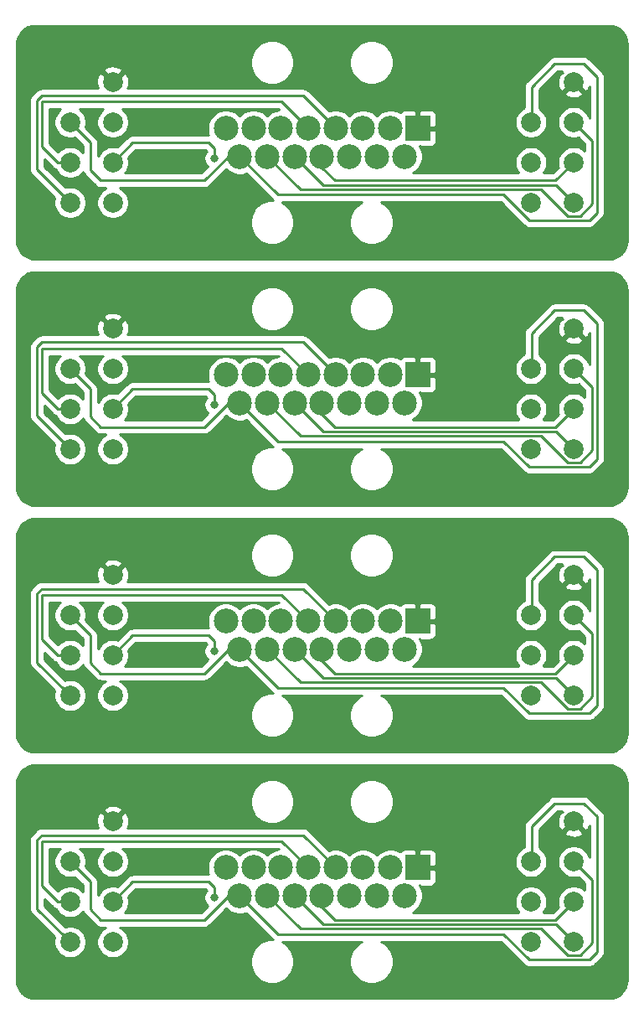
<source format=gtl>
G04 #@! TF.GenerationSoftware,KiCad,Pcbnew,(5.1.0)-1*
G04 #@! TF.CreationDate,2019-07-24T21:39:46-04:00*
G04 #@! TF.ProjectId,Panel,50616e65-6c2e-46b6-9963-61645f706362,rev?*
G04 #@! TF.SameCoordinates,Original*
G04 #@! TF.FileFunction,Copper,L1,Top*
G04 #@! TF.FilePolarity,Positive*
%FSLAX46Y46*%
G04 Gerber Fmt 4.6, Leading zero omitted, Abs format (unit mm)*
G04 Created by KiCad (PCBNEW (5.1.0)-1) date 2019-07-24 21:39:46*
%MOMM*%
%LPD*%
G04 APERTURE LIST*
%ADD10R,2.500000X2.500000*%
%ADD11C,2.500000*%
%ADD12C,2.000000*%
%ADD13C,0.800000*%
%ADD14C,0.250000*%
%ADD15C,0.254000*%
G04 APERTURE END LIST*
D10*
X125595000Y-42880000D03*
D11*
X122825000Y-42880000D03*
X120055000Y-42880000D03*
X117285000Y-42880000D03*
X114515000Y-42880000D03*
X111745000Y-42880000D03*
X108975000Y-42880000D03*
X106205000Y-42880000D03*
X124210000Y-45720000D03*
X121440000Y-45720000D03*
X118670000Y-45720000D03*
X115900000Y-45720000D03*
X113130000Y-45720000D03*
X110360000Y-45720000D03*
X107590000Y-45720000D03*
X107590000Y-45720000D03*
X110360000Y-45720000D03*
X113130000Y-45720000D03*
X115900000Y-45720000D03*
X118670000Y-45720000D03*
X121440000Y-45720000D03*
X124210000Y-45720000D03*
X106205000Y-42880000D03*
X108975000Y-42880000D03*
X111745000Y-42880000D03*
X114515000Y-42880000D03*
X117285000Y-42880000D03*
X120055000Y-42880000D03*
X122825000Y-42880000D03*
D10*
X125595000Y-42880000D03*
D12*
X141359000Y-38204000D03*
X141359000Y-42268000D03*
X141359000Y-46332000D03*
X141359000Y-50396000D03*
X137041000Y-50396000D03*
X137041000Y-46332000D03*
X137041000Y-42268000D03*
X94759000Y-38204000D03*
X94759000Y-42268000D03*
X94759000Y-46332000D03*
X94759000Y-50396000D03*
X90441000Y-50396000D03*
X90441000Y-46332000D03*
X90441000Y-42268000D03*
X137041000Y-67168000D03*
X137041000Y-71232000D03*
X137041000Y-75296000D03*
X141359000Y-75296000D03*
X141359000Y-71232000D03*
X141359000Y-67168000D03*
X141359000Y-63104000D03*
X90441000Y-67168000D03*
X90441000Y-71232000D03*
X90441000Y-75296000D03*
X94759000Y-75296000D03*
X94759000Y-71232000D03*
X94759000Y-67168000D03*
X94759000Y-63104000D03*
D10*
X125595000Y-67780000D03*
D11*
X122825000Y-67780000D03*
X120055000Y-67780000D03*
X117285000Y-67780000D03*
X114515000Y-67780000D03*
X111745000Y-67780000D03*
X108975000Y-67780000D03*
X106205000Y-67780000D03*
X124210000Y-70620000D03*
X121440000Y-70620000D03*
X118670000Y-70620000D03*
X115900000Y-70620000D03*
X113130000Y-70620000D03*
X110360000Y-70620000D03*
X107590000Y-70620000D03*
X107590000Y-70620000D03*
X110360000Y-70620000D03*
X113130000Y-70620000D03*
X115900000Y-70620000D03*
X118670000Y-70620000D03*
X121440000Y-70620000D03*
X124210000Y-70620000D03*
X106205000Y-67780000D03*
X108975000Y-67780000D03*
X111745000Y-67780000D03*
X114515000Y-67780000D03*
X117285000Y-67780000D03*
X120055000Y-67780000D03*
X122825000Y-67780000D03*
D10*
X125595000Y-67780000D03*
X125595000Y-92680000D03*
D11*
X122825000Y-92680000D03*
X120055000Y-92680000D03*
X117285000Y-92680000D03*
X114515000Y-92680000D03*
X111745000Y-92680000D03*
X108975000Y-92680000D03*
X106205000Y-92680000D03*
X124210000Y-95520000D03*
X121440000Y-95520000D03*
X118670000Y-95520000D03*
X115900000Y-95520000D03*
X113130000Y-95520000D03*
X110360000Y-95520000D03*
X107590000Y-95520000D03*
D12*
X141359000Y-88004000D03*
X141359000Y-92068000D03*
X141359000Y-96132000D03*
X141359000Y-100196000D03*
X137041000Y-100196000D03*
X137041000Y-96132000D03*
X137041000Y-92068000D03*
D11*
X107590000Y-95520000D03*
X110360000Y-95520000D03*
X113130000Y-95520000D03*
X115900000Y-95520000D03*
X118670000Y-95520000D03*
X121440000Y-95520000D03*
X124210000Y-95520000D03*
X106205000Y-92680000D03*
X108975000Y-92680000D03*
X111745000Y-92680000D03*
X114515000Y-92680000D03*
X117285000Y-92680000D03*
X120055000Y-92680000D03*
X122825000Y-92680000D03*
D10*
X125595000Y-92680000D03*
D12*
X94759000Y-88004000D03*
X94759000Y-92068000D03*
X94759000Y-96132000D03*
X94759000Y-100196000D03*
X90441000Y-100196000D03*
X90441000Y-96132000D03*
X90441000Y-92068000D03*
D11*
X107590000Y-120420000D03*
X110360000Y-120420000D03*
X113130000Y-120420000D03*
X115900000Y-120420000D03*
X118670000Y-120420000D03*
X121440000Y-120420000D03*
X124210000Y-120420000D03*
X106205000Y-117580000D03*
X108975000Y-117580000D03*
X111745000Y-117580000D03*
X114515000Y-117580000D03*
X117285000Y-117580000D03*
X120055000Y-117580000D03*
X122825000Y-117580000D03*
D10*
X125595000Y-117580000D03*
X125595000Y-117580000D03*
D11*
X122825000Y-117580000D03*
X120055000Y-117580000D03*
X117285000Y-117580000D03*
X114515000Y-117580000D03*
X111745000Y-117580000D03*
X108975000Y-117580000D03*
X106205000Y-117580000D03*
X124210000Y-120420000D03*
X121440000Y-120420000D03*
X118670000Y-120420000D03*
X115900000Y-120420000D03*
X113130000Y-120420000D03*
X110360000Y-120420000D03*
X107590000Y-120420000D03*
D12*
X137041000Y-116968000D03*
X137041000Y-121032000D03*
X137041000Y-125096000D03*
X141359000Y-125096000D03*
X141359000Y-121032000D03*
X141359000Y-116968000D03*
X141359000Y-112904000D03*
X90441000Y-116968000D03*
X90441000Y-121032000D03*
X90441000Y-125096000D03*
X94759000Y-125096000D03*
X94759000Y-121032000D03*
X94759000Y-116968000D03*
X94759000Y-112904000D03*
D13*
X107100000Y-123100000D03*
X102600000Y-121100000D03*
X100600000Y-116500000D03*
X89100000Y-119000000D03*
X89100000Y-119000000D03*
X100600000Y-116500000D03*
X107100000Y-123100000D03*
X102600000Y-121100000D03*
X89100000Y-94100000D03*
X100600000Y-91600000D03*
X107100000Y-98200000D03*
X102600000Y-96200000D03*
X89100000Y-94100000D03*
X100600000Y-91600000D03*
X107100000Y-98200000D03*
X102600000Y-96200000D03*
X89100000Y-69200000D03*
X107100000Y-73300000D03*
X100600000Y-66700000D03*
X102600000Y-71300000D03*
X107100000Y-73300000D03*
X89100000Y-69200000D03*
X100600000Y-66700000D03*
X102600000Y-71300000D03*
X107100000Y-48400000D03*
X102600000Y-46400000D03*
X89100000Y-44300000D03*
X100600000Y-41800000D03*
X102600000Y-46400000D03*
X89100000Y-44300000D03*
X107100000Y-48400000D03*
X100600000Y-41800000D03*
X105000000Y-120600000D03*
X105000000Y-120600000D03*
X105000000Y-95700000D03*
X105000000Y-95700000D03*
X105000000Y-70800000D03*
X105000000Y-70800000D03*
X105000000Y-45900000D03*
X105000000Y-45900000D03*
D14*
X89845000Y-124500000D02*
X90441000Y-125096000D01*
X87100000Y-121755000D02*
X89845000Y-124500000D01*
X87100000Y-114771588D02*
X87100000Y-121755000D01*
X87571588Y-114300000D02*
X87100000Y-114771588D01*
X117285000Y-117580000D02*
X114005000Y-114300000D01*
X114005000Y-114300000D02*
X87571588Y-114300000D01*
X89845000Y-124500000D02*
X90441000Y-125096000D01*
X87571588Y-114300000D02*
X87100000Y-114771588D01*
X117285000Y-117580000D02*
X114005000Y-114300000D01*
X87100000Y-121755000D02*
X89845000Y-124500000D01*
X87100000Y-114771588D02*
X87100000Y-121755000D01*
X114005000Y-114300000D02*
X87571588Y-114300000D01*
X89845000Y-99600000D02*
X90441000Y-100196000D01*
X87571588Y-89400000D02*
X87100000Y-89871588D01*
X117285000Y-92680000D02*
X114005000Y-89400000D01*
X87100000Y-96855000D02*
X89845000Y-99600000D01*
X87100000Y-89871588D02*
X87100000Y-96855000D01*
X114005000Y-89400000D02*
X87571588Y-89400000D01*
X87100000Y-96855000D02*
X89845000Y-99600000D01*
X87100000Y-89871588D02*
X87100000Y-96855000D01*
X114005000Y-89400000D02*
X87571588Y-89400000D01*
X117285000Y-92680000D02*
X114005000Y-89400000D01*
X89845000Y-99600000D02*
X90441000Y-100196000D01*
X87571588Y-89400000D02*
X87100000Y-89871588D01*
X87100000Y-71955000D02*
X89845000Y-74700000D01*
X87100000Y-64971588D02*
X87100000Y-71955000D01*
X114005000Y-64500000D02*
X87571588Y-64500000D01*
X87571588Y-64500000D02*
X87100000Y-64971588D01*
X89845000Y-74700000D02*
X90441000Y-75296000D01*
X117285000Y-67780000D02*
X114005000Y-64500000D01*
X87100000Y-71955000D02*
X89845000Y-74700000D01*
X87100000Y-64971588D02*
X87100000Y-71955000D01*
X114005000Y-64500000D02*
X87571588Y-64500000D01*
X117285000Y-67780000D02*
X114005000Y-64500000D01*
X89845000Y-74700000D02*
X90441000Y-75296000D01*
X87571588Y-64500000D02*
X87100000Y-64971588D01*
X117285000Y-42880000D02*
X114005000Y-39600000D01*
X89845000Y-49800000D02*
X90441000Y-50396000D01*
X87571588Y-39600000D02*
X87100000Y-40071588D01*
X114005000Y-39600000D02*
X87571588Y-39600000D01*
X87100000Y-40071588D02*
X87100000Y-47055000D01*
X87100000Y-47055000D02*
X89845000Y-49800000D01*
X87100000Y-40071588D02*
X87100000Y-47055000D01*
X87571588Y-39600000D02*
X87100000Y-40071588D01*
X87100000Y-47055000D02*
X89845000Y-49800000D01*
X114005000Y-39600000D02*
X87571588Y-39600000D01*
X117285000Y-42880000D02*
X114005000Y-39600000D01*
X89845000Y-49800000D02*
X90441000Y-50396000D01*
X89232000Y-121032000D02*
X90441000Y-121032000D01*
X87600000Y-119400000D02*
X89232000Y-121032000D01*
X87600000Y-114907998D02*
X87600000Y-119400000D01*
X87607998Y-114900000D02*
X87600000Y-114907998D01*
X114515000Y-117580000D02*
X111835000Y-114900000D01*
X111835000Y-114900000D02*
X87607998Y-114900000D01*
X89232000Y-121032000D02*
X90441000Y-121032000D01*
X87600000Y-119400000D02*
X89232000Y-121032000D01*
X87600000Y-114907998D02*
X87600000Y-119400000D01*
X114515000Y-117580000D02*
X111835000Y-114900000D01*
X87607998Y-114900000D02*
X87600000Y-114907998D01*
X111835000Y-114900000D02*
X87607998Y-114900000D01*
X89232000Y-96132000D02*
X90441000Y-96132000D01*
X87600000Y-94500000D02*
X89232000Y-96132000D01*
X87600000Y-90007998D02*
X87600000Y-94500000D01*
X114515000Y-92680000D02*
X111835000Y-90000000D01*
X87607998Y-90000000D02*
X87600000Y-90007998D01*
X111835000Y-90000000D02*
X87607998Y-90000000D01*
X87600000Y-90007998D02*
X87600000Y-94500000D01*
X87600000Y-94500000D02*
X89232000Y-96132000D01*
X89232000Y-96132000D02*
X90441000Y-96132000D01*
X111835000Y-90000000D02*
X87607998Y-90000000D01*
X87607998Y-90000000D02*
X87600000Y-90007998D01*
X114515000Y-92680000D02*
X111835000Y-90000000D01*
X87607998Y-65100000D02*
X87600000Y-65107998D01*
X114515000Y-67780000D02*
X111835000Y-65100000D01*
X87600000Y-69600000D02*
X89232000Y-71232000D01*
X89232000Y-71232000D02*
X90441000Y-71232000D01*
X114515000Y-67780000D02*
X111835000Y-65100000D01*
X87600000Y-65107998D02*
X87600000Y-69600000D01*
X111835000Y-65100000D02*
X87607998Y-65100000D01*
X87607998Y-65100000D02*
X87600000Y-65107998D01*
X87600000Y-69600000D02*
X89232000Y-71232000D01*
X87600000Y-65107998D02*
X87600000Y-69600000D01*
X89232000Y-71232000D02*
X90441000Y-71232000D01*
X111835000Y-65100000D02*
X87607998Y-65100000D01*
X87600000Y-40207998D02*
X87600000Y-44700000D01*
X89232000Y-46332000D02*
X90441000Y-46332000D01*
X111835000Y-40200000D02*
X87607998Y-40200000D01*
X87607998Y-40200000D02*
X87600000Y-40207998D01*
X87600000Y-44700000D02*
X89232000Y-46332000D01*
X114515000Y-42880000D02*
X111835000Y-40200000D01*
X87607998Y-40200000D02*
X87600000Y-40207998D01*
X89232000Y-46332000D02*
X90441000Y-46332000D01*
X87600000Y-44700000D02*
X89232000Y-46332000D01*
X87600000Y-40207998D02*
X87600000Y-44700000D01*
X111835000Y-40200000D02*
X87607998Y-40200000D01*
X114515000Y-42880000D02*
X111835000Y-40200000D01*
X139533999Y-122857001D02*
X141359000Y-121032000D01*
X117205631Y-122857001D02*
X139533999Y-122857001D01*
X115900000Y-120420000D02*
X115900000Y-121551370D01*
X115900000Y-121551370D02*
X117205631Y-122857001D01*
X96766000Y-119025000D02*
X94759000Y-121032000D01*
X105000000Y-119600000D02*
X104425000Y-119025000D01*
X104425000Y-119025000D02*
X96766000Y-119025000D01*
X105000000Y-119600000D02*
X105000000Y-120600000D01*
X117205631Y-122857001D02*
X139533999Y-122857001D01*
X115900000Y-121551370D02*
X117205631Y-122857001D01*
X96766000Y-119025000D02*
X94759000Y-121032000D01*
X105000000Y-119600000D02*
X104425000Y-119025000D01*
X104425000Y-119025000D02*
X96766000Y-119025000D01*
X105000000Y-119600000D02*
X105000000Y-120600000D01*
X139533999Y-122857001D02*
X141359000Y-121032000D01*
X115900000Y-120420000D02*
X115900000Y-121551370D01*
X117205631Y-97957001D02*
X139533999Y-97957001D01*
X115900000Y-96651370D02*
X117205631Y-97957001D01*
X96766000Y-94125000D02*
X94759000Y-96132000D01*
X105000000Y-94700000D02*
X104425000Y-94125000D01*
X104425000Y-94125000D02*
X96766000Y-94125000D01*
X105000000Y-94700000D02*
X105000000Y-95700000D01*
X139533999Y-97957001D02*
X141359000Y-96132000D01*
X115900000Y-95520000D02*
X115900000Y-96651370D01*
X96766000Y-94125000D02*
X94759000Y-96132000D01*
X115900000Y-96651370D02*
X117205631Y-97957001D01*
X115900000Y-95520000D02*
X115900000Y-96651370D01*
X105000000Y-94700000D02*
X104425000Y-94125000D01*
X105000000Y-94700000D02*
X105000000Y-95700000D01*
X104425000Y-94125000D02*
X96766000Y-94125000D01*
X139533999Y-97957001D02*
X141359000Y-96132000D01*
X117205631Y-97957001D02*
X139533999Y-97957001D01*
X115900000Y-70620000D02*
X115900000Y-71751370D01*
X115900000Y-71751370D02*
X117205631Y-73057001D01*
X105000000Y-69800000D02*
X104425000Y-69225000D01*
X105000000Y-69800000D02*
X105000000Y-70800000D01*
X104425000Y-69225000D02*
X96766000Y-69225000D01*
X115900000Y-71751370D02*
X117205631Y-73057001D01*
X96766000Y-69225000D02*
X94759000Y-71232000D01*
X105000000Y-69800000D02*
X104425000Y-69225000D01*
X117205631Y-73057001D02*
X139533999Y-73057001D01*
X104425000Y-69225000D02*
X96766000Y-69225000D01*
X105000000Y-69800000D02*
X105000000Y-70800000D01*
X139533999Y-73057001D02*
X141359000Y-71232000D01*
X115900000Y-70620000D02*
X115900000Y-71751370D01*
X117205631Y-73057001D02*
X139533999Y-73057001D01*
X139533999Y-73057001D02*
X141359000Y-71232000D01*
X96766000Y-69225000D02*
X94759000Y-71232000D01*
X96766000Y-44325000D02*
X94759000Y-46332000D01*
X115900000Y-45720000D02*
X115900000Y-46851370D01*
X117205631Y-48157001D02*
X139533999Y-48157001D01*
X139533999Y-48157001D02*
X141359000Y-46332000D01*
X105000000Y-44900000D02*
X104425000Y-44325000D01*
X115900000Y-46851370D02*
X117205631Y-48157001D01*
X115900000Y-46851370D02*
X117205631Y-48157001D01*
X96766000Y-44325000D02*
X94759000Y-46332000D01*
X115900000Y-45720000D02*
X115900000Y-46851370D01*
X104425000Y-44325000D02*
X96766000Y-44325000D01*
X105000000Y-44900000D02*
X105000000Y-45900000D01*
X105000000Y-44900000D02*
X105000000Y-45900000D01*
X104425000Y-44325000D02*
X96766000Y-44325000D01*
X139533999Y-48157001D02*
X141359000Y-46332000D01*
X117205631Y-48157001D02*
X139533999Y-48157001D01*
X105000000Y-44900000D02*
X104425000Y-44325000D01*
X113130000Y-120420000D02*
X116030988Y-123320988D01*
X140359001Y-124096001D02*
X141359000Y-125096000D01*
X116030988Y-123320988D02*
X139583988Y-123320988D01*
X139583988Y-123320988D02*
X140359001Y-124096001D01*
X139583988Y-123320988D02*
X140359001Y-124096001D01*
X140359001Y-124096001D02*
X141359000Y-125096000D01*
X116030988Y-123320988D02*
X139583988Y-123320988D01*
X113130000Y-120420000D02*
X116030988Y-123320988D01*
X139583988Y-98420988D02*
X140359001Y-99196001D01*
X140359001Y-99196001D02*
X141359000Y-100196000D01*
X116030988Y-98420988D02*
X139583988Y-98420988D01*
X113130000Y-95520000D02*
X116030988Y-98420988D01*
X139583988Y-98420988D02*
X140359001Y-99196001D01*
X140359001Y-99196001D02*
X141359000Y-100196000D01*
X113130000Y-95520000D02*
X116030988Y-98420988D01*
X116030988Y-98420988D02*
X139583988Y-98420988D01*
X140359001Y-74296001D02*
X141359000Y-75296000D01*
X139583988Y-73520988D02*
X140359001Y-74296001D01*
X140359001Y-74296001D02*
X141359000Y-75296000D01*
X116030988Y-73520988D02*
X139583988Y-73520988D01*
X113130000Y-70620000D02*
X116030988Y-73520988D01*
X116030988Y-73520988D02*
X139583988Y-73520988D01*
X113130000Y-70620000D02*
X116030988Y-73520988D01*
X139583988Y-73520988D02*
X140359001Y-74296001D01*
X139583988Y-48620988D02*
X140359001Y-49396001D01*
X113130000Y-45720000D02*
X116030988Y-48620988D01*
X116030988Y-48620988D02*
X139583988Y-48620988D01*
X140359001Y-49396001D02*
X141359000Y-50396000D01*
X116030988Y-48620988D02*
X139583988Y-48620988D01*
X139583988Y-48620988D02*
X140359001Y-49396001D01*
X113130000Y-45720000D02*
X116030988Y-48620988D01*
X140359001Y-49396001D02*
X141359000Y-50396000D01*
X113710999Y-123770999D02*
X138072997Y-123770999D01*
X138072997Y-123770999D02*
X140722999Y-126421001D01*
X141995001Y-126421001D02*
X143249989Y-125166013D01*
X143249989Y-125166013D02*
X143249989Y-118858989D01*
X142358999Y-117967999D02*
X141359000Y-116968000D01*
X143249989Y-118858989D02*
X142358999Y-117967999D01*
X110360000Y-120420000D02*
X113710999Y-123770999D01*
X140722999Y-126421001D02*
X141995001Y-126421001D01*
X113710999Y-123770999D02*
X138072997Y-123770999D01*
X143249989Y-118858989D02*
X142358999Y-117967999D01*
X140722999Y-126421001D02*
X141995001Y-126421001D01*
X110360000Y-120420000D02*
X113710999Y-123770999D01*
X141995001Y-126421001D02*
X143249989Y-125166013D01*
X138072997Y-123770999D02*
X140722999Y-126421001D01*
X143249989Y-125166013D02*
X143249989Y-118858989D01*
X142358999Y-117967999D02*
X141359000Y-116968000D01*
X113710999Y-98870999D02*
X138072997Y-98870999D01*
X143249989Y-93958989D02*
X142358999Y-93067999D01*
X140722999Y-101521001D02*
X141995001Y-101521001D01*
X110360000Y-95520000D02*
X113710999Y-98870999D01*
X141995001Y-101521001D02*
X143249989Y-100266013D01*
X138072997Y-98870999D02*
X140722999Y-101521001D01*
X143249989Y-100266013D02*
X143249989Y-93958989D01*
X142358999Y-93067999D02*
X141359000Y-92068000D01*
X142358999Y-93067999D02*
X141359000Y-92068000D01*
X143249989Y-100266013D02*
X143249989Y-93958989D01*
X110360000Y-95520000D02*
X113710999Y-98870999D01*
X113710999Y-98870999D02*
X138072997Y-98870999D01*
X143249989Y-93958989D02*
X142358999Y-93067999D01*
X140722999Y-101521001D02*
X141995001Y-101521001D01*
X141995001Y-101521001D02*
X143249989Y-100266013D01*
X138072997Y-98870999D02*
X140722999Y-101521001D01*
X110360000Y-70620000D02*
X113710999Y-73970999D01*
X113710999Y-73970999D02*
X138072997Y-73970999D01*
X141995001Y-76621001D02*
X143249989Y-75366013D01*
X143249989Y-75366013D02*
X143249989Y-69058989D01*
X142358999Y-68167999D02*
X141359000Y-67168000D01*
X143249989Y-69058989D02*
X142358999Y-68167999D01*
X140722999Y-76621001D02*
X141995001Y-76621001D01*
X138072997Y-73970999D02*
X140722999Y-76621001D01*
X110360000Y-70620000D02*
X113710999Y-73970999D01*
X142358999Y-68167999D02*
X141359000Y-67168000D01*
X143249989Y-75366013D02*
X143249989Y-69058989D01*
X143249989Y-69058989D02*
X142358999Y-68167999D01*
X113710999Y-73970999D02*
X138072997Y-73970999D01*
X140722999Y-76621001D02*
X141995001Y-76621001D01*
X141995001Y-76621001D02*
X143249989Y-75366013D01*
X138072997Y-73970999D02*
X140722999Y-76621001D01*
X143249989Y-50466013D02*
X143249989Y-44158989D01*
X113710999Y-49070999D02*
X138072997Y-49070999D01*
X140722999Y-51721001D02*
X141995001Y-51721001D01*
X141995001Y-51721001D02*
X143249989Y-50466013D01*
X138072997Y-49070999D02*
X140722999Y-51721001D01*
X142358999Y-43267999D02*
X141359000Y-42268000D01*
X143249989Y-44158989D02*
X142358999Y-43267999D01*
X110360000Y-45720000D02*
X113710999Y-49070999D01*
X143249989Y-44158989D02*
X142358999Y-43267999D01*
X113710999Y-49070999D02*
X138072997Y-49070999D01*
X141995001Y-51721001D02*
X143249989Y-50466013D01*
X143249989Y-50466013D02*
X143249989Y-44158989D01*
X110360000Y-45720000D02*
X113710999Y-49070999D01*
X142358999Y-43267999D02*
X141359000Y-42268000D01*
X138072997Y-49070999D02*
X140722999Y-51721001D01*
X140722999Y-51721001D02*
X141995001Y-51721001D01*
X93557001Y-122857001D02*
X92500000Y-121800000D01*
X101021629Y-122857001D02*
X93557001Y-122857001D01*
X92500000Y-119027000D02*
X90441000Y-116968000D01*
X92500000Y-121800000D02*
X92500000Y-119027000D01*
X104021629Y-122857001D02*
X101021629Y-122857001D01*
X107590000Y-120420000D02*
X106458630Y-120420000D01*
X106458630Y-120420000D02*
X104021629Y-122857001D01*
X137100000Y-116909000D02*
X137041000Y-116968000D01*
X137100000Y-113400000D02*
X137100000Y-116909000D01*
X142378999Y-111078999D02*
X139421001Y-111078999D01*
X111470000Y-124300000D02*
X134283998Y-124300000D01*
X143700000Y-112400000D02*
X142378999Y-111078999D01*
X107590000Y-120420000D02*
X111470000Y-124300000D01*
X134283998Y-124300000D02*
X136855010Y-126871012D01*
X136855010Y-126871012D02*
X142928988Y-126871012D01*
X142928988Y-126871012D02*
X143700000Y-126100000D01*
X139421001Y-111078999D02*
X137100000Y-113400000D01*
X143700000Y-126100000D02*
X143700000Y-112400000D01*
X143700000Y-126100000D02*
X143700000Y-112400000D01*
X142378999Y-111078999D02*
X139421001Y-111078999D01*
X139421001Y-111078999D02*
X137100000Y-113400000D01*
X92500000Y-121800000D02*
X92500000Y-119027000D01*
X93557001Y-122857001D02*
X92500000Y-121800000D01*
X104021629Y-122857001D02*
X101021629Y-122857001D01*
X137100000Y-113400000D02*
X137100000Y-116909000D01*
X143700000Y-112400000D02*
X142378999Y-111078999D01*
X92500000Y-119027000D02*
X90441000Y-116968000D01*
X106458630Y-120420000D02*
X104021629Y-122857001D01*
X136855010Y-126871012D02*
X142928988Y-126871012D01*
X107590000Y-120420000D02*
X106458630Y-120420000D01*
X134283998Y-124300000D02*
X136855010Y-126871012D01*
X137100000Y-116909000D02*
X137041000Y-116968000D01*
X142928988Y-126871012D02*
X143700000Y-126100000D01*
X107590000Y-120420000D02*
X111470000Y-124300000D01*
X101021629Y-122857001D02*
X93557001Y-122857001D01*
X111470000Y-124300000D02*
X134283998Y-124300000D01*
X143700000Y-101200000D02*
X143700000Y-87500000D01*
X142378999Y-86178999D02*
X139421001Y-86178999D01*
X139421001Y-86178999D02*
X137100000Y-88500000D01*
X92500000Y-96900000D02*
X92500000Y-94127000D01*
X93557001Y-97957001D02*
X92500000Y-96900000D01*
X104021629Y-97957001D02*
X101021629Y-97957001D01*
X137100000Y-88500000D02*
X137100000Y-92009000D01*
X143700000Y-87500000D02*
X142378999Y-86178999D01*
X92500000Y-94127000D02*
X90441000Y-92068000D01*
X106458630Y-95520000D02*
X104021629Y-97957001D01*
X136855010Y-101971012D02*
X142928988Y-101971012D01*
X107590000Y-95520000D02*
X106458630Y-95520000D01*
X134283998Y-99400000D02*
X136855010Y-101971012D01*
X137100000Y-92009000D02*
X137041000Y-92068000D01*
X142928988Y-101971012D02*
X143700000Y-101200000D01*
X107590000Y-95520000D02*
X111470000Y-99400000D01*
X101021629Y-97957001D02*
X93557001Y-97957001D01*
X111470000Y-99400000D02*
X134283998Y-99400000D01*
X137100000Y-92009000D02*
X137041000Y-92068000D01*
X142928988Y-101971012D02*
X143700000Y-101200000D01*
X101021629Y-97957001D02*
X93557001Y-97957001D01*
X142378999Y-86178999D02*
X139421001Y-86178999D01*
X92500000Y-94127000D02*
X90441000Y-92068000D01*
X107590000Y-95520000D02*
X111470000Y-99400000D01*
X139421001Y-86178999D02*
X137100000Y-88500000D01*
X93557001Y-97957001D02*
X92500000Y-96900000D01*
X104021629Y-97957001D02*
X101021629Y-97957001D01*
X92500000Y-96900000D02*
X92500000Y-94127000D01*
X137100000Y-88500000D02*
X137100000Y-92009000D01*
X143700000Y-87500000D02*
X142378999Y-86178999D01*
X106458630Y-95520000D02*
X104021629Y-97957001D01*
X136855010Y-101971012D02*
X142928988Y-101971012D01*
X107590000Y-95520000D02*
X106458630Y-95520000D01*
X134283998Y-99400000D02*
X136855010Y-101971012D01*
X143700000Y-101200000D02*
X143700000Y-87500000D01*
X111470000Y-99400000D02*
X134283998Y-99400000D01*
X107590000Y-70620000D02*
X106458630Y-70620000D01*
X92500000Y-69227000D02*
X90441000Y-67168000D01*
X137100000Y-67109000D02*
X137041000Y-67168000D01*
X93557001Y-73057001D02*
X92500000Y-72000000D01*
X137100000Y-63600000D02*
X137100000Y-67109000D01*
X143700000Y-62600000D02*
X142378999Y-61278999D01*
X106458630Y-70620000D02*
X104021629Y-73057001D01*
X142928988Y-77071012D02*
X143700000Y-76300000D01*
X101021629Y-73057001D02*
X93557001Y-73057001D01*
X136855010Y-77071012D02*
X142928988Y-77071012D01*
X107590000Y-70620000D02*
X111470000Y-74500000D01*
X143700000Y-76300000D02*
X143700000Y-62600000D01*
X134283998Y-74500000D02*
X136855010Y-77071012D01*
X142378999Y-61278999D02*
X139421001Y-61278999D01*
X139421001Y-61278999D02*
X137100000Y-63600000D01*
X104021629Y-73057001D02*
X101021629Y-73057001D01*
X111470000Y-74500000D02*
X134283998Y-74500000D01*
X92500000Y-72000000D02*
X92500000Y-69227000D01*
X137100000Y-67109000D02*
X137041000Y-67168000D01*
X142928988Y-77071012D02*
X143700000Y-76300000D01*
X104021629Y-73057001D02*
X101021629Y-73057001D01*
X101021629Y-73057001D02*
X93557001Y-73057001D01*
X107590000Y-70620000D02*
X111470000Y-74500000D01*
X139421001Y-61278999D02*
X137100000Y-63600000D01*
X93557001Y-73057001D02*
X92500000Y-72000000D01*
X92500000Y-72000000D02*
X92500000Y-69227000D01*
X92500000Y-69227000D02*
X90441000Y-67168000D01*
X143700000Y-62600000D02*
X142378999Y-61278999D01*
X106458630Y-70620000D02*
X104021629Y-73057001D01*
X137100000Y-63600000D02*
X137100000Y-67109000D01*
X142378999Y-61278999D02*
X139421001Y-61278999D01*
X143700000Y-76300000D02*
X143700000Y-62600000D01*
X107590000Y-70620000D02*
X106458630Y-70620000D01*
X134283998Y-74500000D02*
X136855010Y-77071012D01*
X136855010Y-77071012D02*
X142928988Y-77071012D01*
X111470000Y-74500000D02*
X134283998Y-74500000D01*
X139421001Y-36378999D02*
X137100000Y-38700000D01*
X93557001Y-48157001D02*
X92500000Y-47100000D01*
X92500000Y-47100000D02*
X92500000Y-44327000D01*
X143700000Y-37700000D02*
X142378999Y-36378999D01*
X92500000Y-44327000D02*
X90441000Y-42268000D01*
X137100000Y-38700000D02*
X137100000Y-42209000D01*
X106458630Y-45720000D02*
X104021629Y-48157001D01*
X142378999Y-36378999D02*
X139421001Y-36378999D01*
X143700000Y-51400000D02*
X143700000Y-37700000D01*
X107590000Y-45720000D02*
X111470000Y-49600000D01*
X107590000Y-45720000D02*
X106458630Y-45720000D01*
X136855010Y-52171012D02*
X142928988Y-52171012D01*
X134283998Y-49600000D02*
X136855010Y-52171012D01*
X111470000Y-49600000D02*
X134283998Y-49600000D01*
X101021629Y-48157001D02*
X93557001Y-48157001D01*
X104021629Y-48157001D02*
X101021629Y-48157001D01*
X137100000Y-42209000D02*
X137041000Y-42268000D01*
X142928988Y-52171012D02*
X143700000Y-51400000D01*
X134283998Y-49600000D02*
X136855010Y-52171012D01*
X106458630Y-45720000D02*
X104021629Y-48157001D01*
X107590000Y-45720000D02*
X111470000Y-49600000D01*
X143700000Y-37700000D02*
X142378999Y-36378999D01*
X92500000Y-44327000D02*
X90441000Y-42268000D01*
X142928988Y-52171012D02*
X143700000Y-51400000D01*
X137100000Y-42209000D02*
X137041000Y-42268000D01*
X93557001Y-48157001D02*
X92500000Y-47100000D01*
X143700000Y-51400000D02*
X143700000Y-37700000D01*
X107590000Y-45720000D02*
X106458630Y-45720000D01*
X142378999Y-36378999D02*
X139421001Y-36378999D01*
X137100000Y-38700000D02*
X137100000Y-42209000D01*
X101021629Y-48157001D02*
X93557001Y-48157001D01*
X136855010Y-52171012D02*
X142928988Y-52171012D01*
X139421001Y-36378999D02*
X137100000Y-38700000D01*
X111470000Y-49600000D02*
X134283998Y-49600000D01*
X92500000Y-47100000D02*
X92500000Y-44327000D01*
X104021629Y-48157001D02*
X101021629Y-48157001D01*
D15*
G36*
X145249545Y-107248909D02*
G01*
X145600208Y-107354780D01*
X145923625Y-107526744D01*
X146207484Y-107758254D01*
X146440965Y-108040486D01*
X146615183Y-108362695D01*
X146723502Y-108712614D01*
X146765000Y-109107443D01*
X146765000Y-128877721D01*
X146726091Y-129274545D01*
X146620220Y-129625206D01*
X146448257Y-129948623D01*
X146216748Y-130232482D01*
X145934514Y-130465965D01*
X145612304Y-130640184D01*
X145262385Y-130748502D01*
X144867557Y-130790000D01*
X86947279Y-130790000D01*
X86550455Y-130751091D01*
X86199794Y-130645220D01*
X85876377Y-130473257D01*
X85592518Y-130241748D01*
X85359035Y-129959514D01*
X85184816Y-129637304D01*
X85076498Y-129287385D01*
X85035000Y-128892557D01*
X85035000Y-114771588D01*
X86336324Y-114771588D01*
X86340000Y-114808911D01*
X86340001Y-121717668D01*
X86336324Y-121755000D01*
X86350998Y-121903985D01*
X86394454Y-122047246D01*
X86465026Y-122179276D01*
X86528744Y-122256916D01*
X86560000Y-122295001D01*
X86588998Y-122318799D01*
X88874823Y-124604625D01*
X88868832Y-124619088D01*
X88806000Y-124934967D01*
X88806000Y-125257033D01*
X88868832Y-125572912D01*
X88992082Y-125870463D01*
X89171013Y-126138252D01*
X89398748Y-126365987D01*
X89666537Y-126544918D01*
X89964088Y-126668168D01*
X90279967Y-126731000D01*
X90602033Y-126731000D01*
X90917912Y-126668168D01*
X91215463Y-126544918D01*
X91483252Y-126365987D01*
X91710987Y-126138252D01*
X91889918Y-125870463D01*
X92013168Y-125572912D01*
X92076000Y-125257033D01*
X92076000Y-124934967D01*
X92013168Y-124619088D01*
X91889918Y-124321537D01*
X91710987Y-124053748D01*
X91483252Y-123826013D01*
X91215463Y-123647082D01*
X90917912Y-123523832D01*
X90602033Y-123461000D01*
X90279967Y-123461000D01*
X89964088Y-123523832D01*
X89949625Y-123529823D01*
X87860000Y-121440199D01*
X87860000Y-120734801D01*
X88668201Y-121543003D01*
X88691999Y-121572001D01*
X88720997Y-121595799D01*
X88807724Y-121666974D01*
X88939753Y-121737546D01*
X88966953Y-121745797D01*
X88992082Y-121806463D01*
X89171013Y-122074252D01*
X89398748Y-122301987D01*
X89666537Y-122480918D01*
X89964088Y-122604168D01*
X90279967Y-122667000D01*
X90602033Y-122667000D01*
X90917912Y-122604168D01*
X91215463Y-122480918D01*
X91483252Y-122301987D01*
X91710987Y-122074252D01*
X91764639Y-121993957D01*
X91780804Y-122047246D01*
X91794454Y-122092246D01*
X91865026Y-122224276D01*
X91899270Y-122266002D01*
X91959999Y-122340001D01*
X91989002Y-122363804D01*
X92993202Y-123368004D01*
X93017000Y-123397002D01*
X93045998Y-123420800D01*
X93132724Y-123491975D01*
X93252506Y-123556000D01*
X93264754Y-123562547D01*
X93408015Y-123606004D01*
X93519668Y-123617001D01*
X93519677Y-123617001D01*
X93557000Y-123620677D01*
X93594323Y-123617001D01*
X94057159Y-123617001D01*
X93984537Y-123647082D01*
X93716748Y-123826013D01*
X93489013Y-124053748D01*
X93310082Y-124321537D01*
X93186832Y-124619088D01*
X93124000Y-124934967D01*
X93124000Y-125257033D01*
X93186832Y-125572912D01*
X93310082Y-125870463D01*
X93489013Y-126138252D01*
X93716748Y-126365987D01*
X93984537Y-126544918D01*
X94282088Y-126668168D01*
X94597967Y-126731000D01*
X94920033Y-126731000D01*
X95235912Y-126668168D01*
X95533463Y-126544918D01*
X95801252Y-126365987D01*
X96028987Y-126138252D01*
X96207918Y-125870463D01*
X96331168Y-125572912D01*
X96394000Y-125257033D01*
X96394000Y-124934967D01*
X96331168Y-124619088D01*
X96207918Y-124321537D01*
X96028987Y-124053748D01*
X95801252Y-123826013D01*
X95533463Y-123647082D01*
X95460841Y-123617001D01*
X103984307Y-123617001D01*
X104021629Y-123620677D01*
X104058951Y-123617001D01*
X104058962Y-123617001D01*
X104170615Y-123606004D01*
X104313876Y-123562547D01*
X104445905Y-123491975D01*
X104561630Y-123397002D01*
X104585433Y-123367998D01*
X106228819Y-121724612D01*
X106388382Y-121884175D01*
X106697118Y-122090466D01*
X107040166Y-122232561D01*
X107404344Y-122305000D01*
X107775656Y-122305000D01*
X108139834Y-122232561D01*
X108272718Y-122177519D01*
X110906200Y-124811002D01*
X110925895Y-124835000D01*
X110652172Y-124835000D01*
X110220375Y-124920890D01*
X109813631Y-125089369D01*
X109447571Y-125333962D01*
X109136262Y-125645271D01*
X108891669Y-126011331D01*
X108723190Y-126418075D01*
X108637300Y-126849872D01*
X108637300Y-127290128D01*
X108723190Y-127721925D01*
X108891669Y-128128669D01*
X109136262Y-128494729D01*
X109447571Y-128806038D01*
X109813631Y-129050631D01*
X110220375Y-129219110D01*
X110652172Y-129305000D01*
X111092428Y-129305000D01*
X111524225Y-129219110D01*
X111930969Y-129050631D01*
X112297029Y-128806038D01*
X112608338Y-128494729D01*
X112852931Y-128128669D01*
X113021410Y-127721925D01*
X113107300Y-127290128D01*
X113107300Y-126849872D01*
X113021410Y-126418075D01*
X112852931Y-126011331D01*
X112608338Y-125645271D01*
X112297029Y-125333962D01*
X111930969Y-125089369D01*
X111860066Y-125060000D01*
X119939934Y-125060000D01*
X119869031Y-125089369D01*
X119502971Y-125333962D01*
X119191662Y-125645271D01*
X118947069Y-126011331D01*
X118778590Y-126418075D01*
X118692700Y-126849872D01*
X118692700Y-127290128D01*
X118778590Y-127721925D01*
X118947069Y-128128669D01*
X119191662Y-128494729D01*
X119502971Y-128806038D01*
X119869031Y-129050631D01*
X120275775Y-129219110D01*
X120707572Y-129305000D01*
X121147828Y-129305000D01*
X121579625Y-129219110D01*
X121986369Y-129050631D01*
X122352429Y-128806038D01*
X122663738Y-128494729D01*
X122908331Y-128128669D01*
X123076810Y-127721925D01*
X123162700Y-127290128D01*
X123162700Y-126849872D01*
X123076810Y-126418075D01*
X122908331Y-126011331D01*
X122663738Y-125645271D01*
X122352429Y-125333962D01*
X121986369Y-125089369D01*
X121915466Y-125060000D01*
X133969197Y-125060000D01*
X136291211Y-127382015D01*
X136315009Y-127411013D01*
X136344007Y-127434811D01*
X136430733Y-127505986D01*
X136562763Y-127576558D01*
X136706024Y-127620015D01*
X136817677Y-127631012D01*
X136817686Y-127631012D01*
X136855009Y-127634688D01*
X136892332Y-127631012D01*
X142891666Y-127631012D01*
X142928988Y-127634688D01*
X142966310Y-127631012D01*
X142966321Y-127631012D01*
X143077974Y-127620015D01*
X143221235Y-127576558D01*
X143353264Y-127505986D01*
X143468989Y-127411013D01*
X143492791Y-127382010D01*
X144211004Y-126663798D01*
X144240001Y-126640001D01*
X144334974Y-126524276D01*
X144405546Y-126392247D01*
X144449003Y-126248986D01*
X144460000Y-126137333D01*
X144460000Y-126137332D01*
X144463677Y-126100000D01*
X144460000Y-126062667D01*
X144460000Y-112437333D01*
X144463677Y-112400000D01*
X144449003Y-112251014D01*
X144405546Y-112107753D01*
X144334974Y-111975724D01*
X144263799Y-111888997D01*
X144240001Y-111859999D01*
X144211003Y-111836201D01*
X142942803Y-110568002D01*
X142919000Y-110538998D01*
X142803275Y-110444025D01*
X142671246Y-110373453D01*
X142527985Y-110329996D01*
X142416332Y-110318999D01*
X142416321Y-110318999D01*
X142378999Y-110315323D01*
X142341677Y-110318999D01*
X139458323Y-110318999D01*
X139421000Y-110315323D01*
X139383677Y-110318999D01*
X139383668Y-110318999D01*
X139272015Y-110329996D01*
X139128754Y-110373453D01*
X138996724Y-110444025D01*
X138913084Y-110512667D01*
X138881000Y-110538998D01*
X138857202Y-110567996D01*
X136589003Y-112836196D01*
X136559999Y-112859999D01*
X136504871Y-112927174D01*
X136465026Y-112975724D01*
X136433356Y-113034974D01*
X136394454Y-113107754D01*
X136350997Y-113251015D01*
X136340000Y-113362668D01*
X136340000Y-113362678D01*
X136336324Y-113400000D01*
X136340000Y-113437323D01*
X136340001Y-115488652D01*
X136266537Y-115519082D01*
X135998748Y-115698013D01*
X135771013Y-115925748D01*
X135592082Y-116193537D01*
X135468832Y-116491088D01*
X135406000Y-116806967D01*
X135406000Y-117129033D01*
X135468832Y-117444912D01*
X135592082Y-117742463D01*
X135771013Y-118010252D01*
X135998748Y-118237987D01*
X136266537Y-118416918D01*
X136564088Y-118540168D01*
X136879967Y-118603000D01*
X137202033Y-118603000D01*
X137517912Y-118540168D01*
X137815463Y-118416918D01*
X138083252Y-118237987D01*
X138310987Y-118010252D01*
X138489918Y-117742463D01*
X138613168Y-117444912D01*
X138676000Y-117129033D01*
X138676000Y-116806967D01*
X138613168Y-116491088D01*
X138489918Y-116193537D01*
X138310987Y-115925748D01*
X138083252Y-115698013D01*
X137860000Y-115548841D01*
X137860000Y-114039413D01*
X140403192Y-114039413D01*
X140498956Y-114303814D01*
X140788571Y-114444704D01*
X141100108Y-114526384D01*
X141421595Y-114545718D01*
X141740675Y-114501961D01*
X142045088Y-114396795D01*
X142219044Y-114303814D01*
X142314808Y-114039413D01*
X141359000Y-113083605D01*
X140403192Y-114039413D01*
X137860000Y-114039413D01*
X137860000Y-113714801D01*
X139735803Y-111838999D01*
X140114391Y-111838999D01*
X140223585Y-111948193D01*
X139959186Y-112043956D01*
X139818296Y-112333571D01*
X139736616Y-112645108D01*
X139717282Y-112966595D01*
X139761039Y-113285675D01*
X139866205Y-113590088D01*
X139959186Y-113764044D01*
X140223587Y-113859808D01*
X141179395Y-112904000D01*
X141165253Y-112889858D01*
X141344858Y-112710253D01*
X141359000Y-112724395D01*
X141373143Y-112710253D01*
X141552748Y-112889858D01*
X141538605Y-112904000D01*
X142494413Y-113859808D01*
X142758814Y-113764044D01*
X142899704Y-113474429D01*
X142940001Y-113320732D01*
X142940001Y-116535493D01*
X142931168Y-116491088D01*
X142807918Y-116193537D01*
X142628987Y-115925748D01*
X142401252Y-115698013D01*
X142133463Y-115519082D01*
X141835912Y-115395832D01*
X141520033Y-115333000D01*
X141197967Y-115333000D01*
X140882088Y-115395832D01*
X140584537Y-115519082D01*
X140316748Y-115698013D01*
X140089013Y-115925748D01*
X139910082Y-116193537D01*
X139786832Y-116491088D01*
X139724000Y-116806967D01*
X139724000Y-117129033D01*
X139786832Y-117444912D01*
X139910082Y-117742463D01*
X140089013Y-118010252D01*
X140316748Y-118237987D01*
X140584537Y-118416918D01*
X140882088Y-118540168D01*
X141197967Y-118603000D01*
X141520033Y-118603000D01*
X141835912Y-118540168D01*
X141850376Y-118534177D01*
X142489990Y-119173792D01*
X142489990Y-119850751D01*
X142401252Y-119762013D01*
X142133463Y-119583082D01*
X141835912Y-119459832D01*
X141520033Y-119397000D01*
X141197967Y-119397000D01*
X140882088Y-119459832D01*
X140584537Y-119583082D01*
X140316748Y-119762013D01*
X140089013Y-119989748D01*
X139910082Y-120257537D01*
X139786832Y-120555088D01*
X139724000Y-120870967D01*
X139724000Y-121193033D01*
X139786832Y-121508912D01*
X139792823Y-121523376D01*
X139219198Y-122097001D01*
X138288238Y-122097001D01*
X138310987Y-122074252D01*
X138489918Y-121806463D01*
X138613168Y-121508912D01*
X138676000Y-121193033D01*
X138676000Y-120870967D01*
X138613168Y-120555088D01*
X138489918Y-120257537D01*
X138310987Y-119989748D01*
X138083252Y-119762013D01*
X137815463Y-119583082D01*
X137517912Y-119459832D01*
X137202033Y-119397000D01*
X136879967Y-119397000D01*
X136564088Y-119459832D01*
X136266537Y-119583082D01*
X135998748Y-119762013D01*
X135771013Y-119989748D01*
X135592082Y-120257537D01*
X135468832Y-120555088D01*
X135406000Y-120870967D01*
X135406000Y-121193033D01*
X135468832Y-121508912D01*
X135592082Y-121806463D01*
X135771013Y-122074252D01*
X135793762Y-122097001D01*
X125087105Y-122097001D01*
X125102882Y-122090466D01*
X125411618Y-121884175D01*
X125674175Y-121621618D01*
X125880466Y-121312882D01*
X126022561Y-120969834D01*
X126095000Y-120605656D01*
X126095000Y-120234344D01*
X126022561Y-119870166D01*
X125880466Y-119527118D01*
X125754809Y-119339059D01*
X125880750Y-119465000D01*
X126845000Y-119468072D01*
X126969482Y-119455812D01*
X127089180Y-119419502D01*
X127199494Y-119360537D01*
X127296185Y-119281185D01*
X127375537Y-119184494D01*
X127434502Y-119074180D01*
X127470812Y-118954482D01*
X127483072Y-118830000D01*
X127480000Y-117865750D01*
X127321250Y-117707000D01*
X125722000Y-117707000D01*
X125722000Y-117727000D01*
X125468000Y-117727000D01*
X125468000Y-117707000D01*
X125448000Y-117707000D01*
X125448000Y-117453000D01*
X125468000Y-117453000D01*
X125468000Y-115853750D01*
X125722000Y-115853750D01*
X125722000Y-117453000D01*
X127321250Y-117453000D01*
X127480000Y-117294250D01*
X127483072Y-116330000D01*
X127470812Y-116205518D01*
X127434502Y-116085820D01*
X127375537Y-115975506D01*
X127296185Y-115878815D01*
X127199494Y-115799463D01*
X127089180Y-115740498D01*
X126969482Y-115704188D01*
X126845000Y-115691928D01*
X125880750Y-115695000D01*
X125722000Y-115853750D01*
X125468000Y-115853750D01*
X125309250Y-115695000D01*
X124345000Y-115691928D01*
X124220518Y-115704188D01*
X124100820Y-115740498D01*
X123990506Y-115799463D01*
X123893815Y-115878815D01*
X123815225Y-115974577D01*
X123717882Y-115909534D01*
X123374834Y-115767439D01*
X123010656Y-115695000D01*
X122639344Y-115695000D01*
X122275166Y-115767439D01*
X121932118Y-115909534D01*
X121623382Y-116115825D01*
X121440000Y-116299207D01*
X121256618Y-116115825D01*
X120947882Y-115909534D01*
X120604834Y-115767439D01*
X120240656Y-115695000D01*
X119869344Y-115695000D01*
X119505166Y-115767439D01*
X119162118Y-115909534D01*
X118853382Y-116115825D01*
X118670000Y-116299207D01*
X118486618Y-116115825D01*
X118177882Y-115909534D01*
X117834834Y-115767439D01*
X117470656Y-115695000D01*
X117099344Y-115695000D01*
X116735166Y-115767439D01*
X116602283Y-115822481D01*
X114568804Y-113789003D01*
X114545001Y-113759999D01*
X114429276Y-113665026D01*
X114297247Y-113594454D01*
X114153986Y-113550997D01*
X114042333Y-113540000D01*
X114042322Y-113540000D01*
X114005000Y-113536324D01*
X113967678Y-113540000D01*
X96267805Y-113540000D01*
X96299704Y-113474429D01*
X96381384Y-113162892D01*
X96400718Y-112841405D01*
X96356961Y-112522325D01*
X96251795Y-112217912D01*
X96158814Y-112043956D01*
X95894413Y-111948192D01*
X94938605Y-112904000D01*
X94952748Y-112918143D01*
X94773143Y-113097748D01*
X94759000Y-113083605D01*
X94744858Y-113097748D01*
X94565253Y-112918143D01*
X94579395Y-112904000D01*
X93623587Y-111948192D01*
X93359186Y-112043956D01*
X93218296Y-112333571D01*
X93136616Y-112645108D01*
X93117282Y-112966595D01*
X93161039Y-113285675D01*
X93248901Y-113540000D01*
X87608910Y-113540000D01*
X87571587Y-113536324D01*
X87534264Y-113540000D01*
X87534255Y-113540000D01*
X87422602Y-113550997D01*
X87293734Y-113590088D01*
X87279341Y-113594454D01*
X87147311Y-113665026D01*
X87114144Y-113692246D01*
X87031587Y-113759999D01*
X87007784Y-113789003D01*
X86589003Y-114207784D01*
X86559999Y-114231587D01*
X86532557Y-114265026D01*
X86465026Y-114347312D01*
X86458245Y-114359999D01*
X86394454Y-114479342D01*
X86350997Y-114622603D01*
X86340000Y-114734256D01*
X86340000Y-114734266D01*
X86336324Y-114771588D01*
X85035000Y-114771588D01*
X85035000Y-111768587D01*
X93803192Y-111768587D01*
X94759000Y-112724395D01*
X95714808Y-111768587D01*
X95619044Y-111504186D01*
X95329429Y-111363296D01*
X95017892Y-111281616D01*
X94696405Y-111262282D01*
X94377325Y-111306039D01*
X94072912Y-111411205D01*
X93898956Y-111504186D01*
X93803192Y-111768587D01*
X85035000Y-111768587D01*
X85035000Y-110707372D01*
X108637300Y-110707372D01*
X108637300Y-111147628D01*
X108723190Y-111579425D01*
X108891669Y-111986169D01*
X109136262Y-112352229D01*
X109447571Y-112663538D01*
X109813631Y-112908131D01*
X110220375Y-113076610D01*
X110652172Y-113162500D01*
X111092428Y-113162500D01*
X111524225Y-113076610D01*
X111930969Y-112908131D01*
X112297029Y-112663538D01*
X112608338Y-112352229D01*
X112852931Y-111986169D01*
X113021410Y-111579425D01*
X113107300Y-111147628D01*
X113107300Y-110707372D01*
X118692700Y-110707372D01*
X118692700Y-111147628D01*
X118778590Y-111579425D01*
X118947069Y-111986169D01*
X119191662Y-112352229D01*
X119502971Y-112663538D01*
X119869031Y-112908131D01*
X120275775Y-113076610D01*
X120707572Y-113162500D01*
X121147828Y-113162500D01*
X121579625Y-113076610D01*
X121986369Y-112908131D01*
X122352429Y-112663538D01*
X122663738Y-112352229D01*
X122908331Y-111986169D01*
X123076810Y-111579425D01*
X123162700Y-111147628D01*
X123162700Y-110707372D01*
X123076810Y-110275575D01*
X122908331Y-109868831D01*
X122663738Y-109502771D01*
X122352429Y-109191462D01*
X121986369Y-108946869D01*
X121579625Y-108778390D01*
X121147828Y-108692500D01*
X120707572Y-108692500D01*
X120275775Y-108778390D01*
X119869031Y-108946869D01*
X119502971Y-109191462D01*
X119191662Y-109502771D01*
X118947069Y-109868831D01*
X118778590Y-110275575D01*
X118692700Y-110707372D01*
X113107300Y-110707372D01*
X113021410Y-110275575D01*
X112852931Y-109868831D01*
X112608338Y-109502771D01*
X112297029Y-109191462D01*
X111930969Y-108946869D01*
X111524225Y-108778390D01*
X111092428Y-108692500D01*
X110652172Y-108692500D01*
X110220375Y-108778390D01*
X109813631Y-108946869D01*
X109447571Y-109191462D01*
X109136262Y-109502771D01*
X108891669Y-109868831D01*
X108723190Y-110275575D01*
X108637300Y-110707372D01*
X85035000Y-110707372D01*
X85035000Y-109122279D01*
X85073909Y-108725455D01*
X85179780Y-108374792D01*
X85351744Y-108051375D01*
X85583254Y-107767516D01*
X85865486Y-107534035D01*
X86187695Y-107359817D01*
X86537614Y-107251498D01*
X86932443Y-107210000D01*
X144852721Y-107210000D01*
X145249545Y-107248909D01*
X145249545Y-107248909D01*
G37*
X145249545Y-107248909D02*
X145600208Y-107354780D01*
X145923625Y-107526744D01*
X146207484Y-107758254D01*
X146440965Y-108040486D01*
X146615183Y-108362695D01*
X146723502Y-108712614D01*
X146765000Y-109107443D01*
X146765000Y-128877721D01*
X146726091Y-129274545D01*
X146620220Y-129625206D01*
X146448257Y-129948623D01*
X146216748Y-130232482D01*
X145934514Y-130465965D01*
X145612304Y-130640184D01*
X145262385Y-130748502D01*
X144867557Y-130790000D01*
X86947279Y-130790000D01*
X86550455Y-130751091D01*
X86199794Y-130645220D01*
X85876377Y-130473257D01*
X85592518Y-130241748D01*
X85359035Y-129959514D01*
X85184816Y-129637304D01*
X85076498Y-129287385D01*
X85035000Y-128892557D01*
X85035000Y-114771588D01*
X86336324Y-114771588D01*
X86340000Y-114808911D01*
X86340001Y-121717668D01*
X86336324Y-121755000D01*
X86350998Y-121903985D01*
X86394454Y-122047246D01*
X86465026Y-122179276D01*
X86528744Y-122256916D01*
X86560000Y-122295001D01*
X86588998Y-122318799D01*
X88874823Y-124604625D01*
X88868832Y-124619088D01*
X88806000Y-124934967D01*
X88806000Y-125257033D01*
X88868832Y-125572912D01*
X88992082Y-125870463D01*
X89171013Y-126138252D01*
X89398748Y-126365987D01*
X89666537Y-126544918D01*
X89964088Y-126668168D01*
X90279967Y-126731000D01*
X90602033Y-126731000D01*
X90917912Y-126668168D01*
X91215463Y-126544918D01*
X91483252Y-126365987D01*
X91710987Y-126138252D01*
X91889918Y-125870463D01*
X92013168Y-125572912D01*
X92076000Y-125257033D01*
X92076000Y-124934967D01*
X92013168Y-124619088D01*
X91889918Y-124321537D01*
X91710987Y-124053748D01*
X91483252Y-123826013D01*
X91215463Y-123647082D01*
X90917912Y-123523832D01*
X90602033Y-123461000D01*
X90279967Y-123461000D01*
X89964088Y-123523832D01*
X89949625Y-123529823D01*
X87860000Y-121440199D01*
X87860000Y-120734801D01*
X88668201Y-121543003D01*
X88691999Y-121572001D01*
X88720997Y-121595799D01*
X88807724Y-121666974D01*
X88939753Y-121737546D01*
X88966953Y-121745797D01*
X88992082Y-121806463D01*
X89171013Y-122074252D01*
X89398748Y-122301987D01*
X89666537Y-122480918D01*
X89964088Y-122604168D01*
X90279967Y-122667000D01*
X90602033Y-122667000D01*
X90917912Y-122604168D01*
X91215463Y-122480918D01*
X91483252Y-122301987D01*
X91710987Y-122074252D01*
X91764639Y-121993957D01*
X91780804Y-122047246D01*
X91794454Y-122092246D01*
X91865026Y-122224276D01*
X91899270Y-122266002D01*
X91959999Y-122340001D01*
X91989002Y-122363804D01*
X92993202Y-123368004D01*
X93017000Y-123397002D01*
X93045998Y-123420800D01*
X93132724Y-123491975D01*
X93252506Y-123556000D01*
X93264754Y-123562547D01*
X93408015Y-123606004D01*
X93519668Y-123617001D01*
X93519677Y-123617001D01*
X93557000Y-123620677D01*
X93594323Y-123617001D01*
X94057159Y-123617001D01*
X93984537Y-123647082D01*
X93716748Y-123826013D01*
X93489013Y-124053748D01*
X93310082Y-124321537D01*
X93186832Y-124619088D01*
X93124000Y-124934967D01*
X93124000Y-125257033D01*
X93186832Y-125572912D01*
X93310082Y-125870463D01*
X93489013Y-126138252D01*
X93716748Y-126365987D01*
X93984537Y-126544918D01*
X94282088Y-126668168D01*
X94597967Y-126731000D01*
X94920033Y-126731000D01*
X95235912Y-126668168D01*
X95533463Y-126544918D01*
X95801252Y-126365987D01*
X96028987Y-126138252D01*
X96207918Y-125870463D01*
X96331168Y-125572912D01*
X96394000Y-125257033D01*
X96394000Y-124934967D01*
X96331168Y-124619088D01*
X96207918Y-124321537D01*
X96028987Y-124053748D01*
X95801252Y-123826013D01*
X95533463Y-123647082D01*
X95460841Y-123617001D01*
X103984307Y-123617001D01*
X104021629Y-123620677D01*
X104058951Y-123617001D01*
X104058962Y-123617001D01*
X104170615Y-123606004D01*
X104313876Y-123562547D01*
X104445905Y-123491975D01*
X104561630Y-123397002D01*
X104585433Y-123367998D01*
X106228819Y-121724612D01*
X106388382Y-121884175D01*
X106697118Y-122090466D01*
X107040166Y-122232561D01*
X107404344Y-122305000D01*
X107775656Y-122305000D01*
X108139834Y-122232561D01*
X108272718Y-122177519D01*
X110906200Y-124811002D01*
X110925895Y-124835000D01*
X110652172Y-124835000D01*
X110220375Y-124920890D01*
X109813631Y-125089369D01*
X109447571Y-125333962D01*
X109136262Y-125645271D01*
X108891669Y-126011331D01*
X108723190Y-126418075D01*
X108637300Y-126849872D01*
X108637300Y-127290128D01*
X108723190Y-127721925D01*
X108891669Y-128128669D01*
X109136262Y-128494729D01*
X109447571Y-128806038D01*
X109813631Y-129050631D01*
X110220375Y-129219110D01*
X110652172Y-129305000D01*
X111092428Y-129305000D01*
X111524225Y-129219110D01*
X111930969Y-129050631D01*
X112297029Y-128806038D01*
X112608338Y-128494729D01*
X112852931Y-128128669D01*
X113021410Y-127721925D01*
X113107300Y-127290128D01*
X113107300Y-126849872D01*
X113021410Y-126418075D01*
X112852931Y-126011331D01*
X112608338Y-125645271D01*
X112297029Y-125333962D01*
X111930969Y-125089369D01*
X111860066Y-125060000D01*
X119939934Y-125060000D01*
X119869031Y-125089369D01*
X119502971Y-125333962D01*
X119191662Y-125645271D01*
X118947069Y-126011331D01*
X118778590Y-126418075D01*
X118692700Y-126849872D01*
X118692700Y-127290128D01*
X118778590Y-127721925D01*
X118947069Y-128128669D01*
X119191662Y-128494729D01*
X119502971Y-128806038D01*
X119869031Y-129050631D01*
X120275775Y-129219110D01*
X120707572Y-129305000D01*
X121147828Y-129305000D01*
X121579625Y-129219110D01*
X121986369Y-129050631D01*
X122352429Y-128806038D01*
X122663738Y-128494729D01*
X122908331Y-128128669D01*
X123076810Y-127721925D01*
X123162700Y-127290128D01*
X123162700Y-126849872D01*
X123076810Y-126418075D01*
X122908331Y-126011331D01*
X122663738Y-125645271D01*
X122352429Y-125333962D01*
X121986369Y-125089369D01*
X121915466Y-125060000D01*
X133969197Y-125060000D01*
X136291211Y-127382015D01*
X136315009Y-127411013D01*
X136344007Y-127434811D01*
X136430733Y-127505986D01*
X136562763Y-127576558D01*
X136706024Y-127620015D01*
X136817677Y-127631012D01*
X136817686Y-127631012D01*
X136855009Y-127634688D01*
X136892332Y-127631012D01*
X142891666Y-127631012D01*
X142928988Y-127634688D01*
X142966310Y-127631012D01*
X142966321Y-127631012D01*
X143077974Y-127620015D01*
X143221235Y-127576558D01*
X143353264Y-127505986D01*
X143468989Y-127411013D01*
X143492791Y-127382010D01*
X144211004Y-126663798D01*
X144240001Y-126640001D01*
X144334974Y-126524276D01*
X144405546Y-126392247D01*
X144449003Y-126248986D01*
X144460000Y-126137333D01*
X144460000Y-126137332D01*
X144463677Y-126100000D01*
X144460000Y-126062667D01*
X144460000Y-112437333D01*
X144463677Y-112400000D01*
X144449003Y-112251014D01*
X144405546Y-112107753D01*
X144334974Y-111975724D01*
X144263799Y-111888997D01*
X144240001Y-111859999D01*
X144211003Y-111836201D01*
X142942803Y-110568002D01*
X142919000Y-110538998D01*
X142803275Y-110444025D01*
X142671246Y-110373453D01*
X142527985Y-110329996D01*
X142416332Y-110318999D01*
X142416321Y-110318999D01*
X142378999Y-110315323D01*
X142341677Y-110318999D01*
X139458323Y-110318999D01*
X139421000Y-110315323D01*
X139383677Y-110318999D01*
X139383668Y-110318999D01*
X139272015Y-110329996D01*
X139128754Y-110373453D01*
X138996724Y-110444025D01*
X138913084Y-110512667D01*
X138881000Y-110538998D01*
X138857202Y-110567996D01*
X136589003Y-112836196D01*
X136559999Y-112859999D01*
X136504871Y-112927174D01*
X136465026Y-112975724D01*
X136433356Y-113034974D01*
X136394454Y-113107754D01*
X136350997Y-113251015D01*
X136340000Y-113362668D01*
X136340000Y-113362678D01*
X136336324Y-113400000D01*
X136340000Y-113437323D01*
X136340001Y-115488652D01*
X136266537Y-115519082D01*
X135998748Y-115698013D01*
X135771013Y-115925748D01*
X135592082Y-116193537D01*
X135468832Y-116491088D01*
X135406000Y-116806967D01*
X135406000Y-117129033D01*
X135468832Y-117444912D01*
X135592082Y-117742463D01*
X135771013Y-118010252D01*
X135998748Y-118237987D01*
X136266537Y-118416918D01*
X136564088Y-118540168D01*
X136879967Y-118603000D01*
X137202033Y-118603000D01*
X137517912Y-118540168D01*
X137815463Y-118416918D01*
X138083252Y-118237987D01*
X138310987Y-118010252D01*
X138489918Y-117742463D01*
X138613168Y-117444912D01*
X138676000Y-117129033D01*
X138676000Y-116806967D01*
X138613168Y-116491088D01*
X138489918Y-116193537D01*
X138310987Y-115925748D01*
X138083252Y-115698013D01*
X137860000Y-115548841D01*
X137860000Y-114039413D01*
X140403192Y-114039413D01*
X140498956Y-114303814D01*
X140788571Y-114444704D01*
X141100108Y-114526384D01*
X141421595Y-114545718D01*
X141740675Y-114501961D01*
X142045088Y-114396795D01*
X142219044Y-114303814D01*
X142314808Y-114039413D01*
X141359000Y-113083605D01*
X140403192Y-114039413D01*
X137860000Y-114039413D01*
X137860000Y-113714801D01*
X139735803Y-111838999D01*
X140114391Y-111838999D01*
X140223585Y-111948193D01*
X139959186Y-112043956D01*
X139818296Y-112333571D01*
X139736616Y-112645108D01*
X139717282Y-112966595D01*
X139761039Y-113285675D01*
X139866205Y-113590088D01*
X139959186Y-113764044D01*
X140223587Y-113859808D01*
X141179395Y-112904000D01*
X141165253Y-112889858D01*
X141344858Y-112710253D01*
X141359000Y-112724395D01*
X141373143Y-112710253D01*
X141552748Y-112889858D01*
X141538605Y-112904000D01*
X142494413Y-113859808D01*
X142758814Y-113764044D01*
X142899704Y-113474429D01*
X142940001Y-113320732D01*
X142940001Y-116535493D01*
X142931168Y-116491088D01*
X142807918Y-116193537D01*
X142628987Y-115925748D01*
X142401252Y-115698013D01*
X142133463Y-115519082D01*
X141835912Y-115395832D01*
X141520033Y-115333000D01*
X141197967Y-115333000D01*
X140882088Y-115395832D01*
X140584537Y-115519082D01*
X140316748Y-115698013D01*
X140089013Y-115925748D01*
X139910082Y-116193537D01*
X139786832Y-116491088D01*
X139724000Y-116806967D01*
X139724000Y-117129033D01*
X139786832Y-117444912D01*
X139910082Y-117742463D01*
X140089013Y-118010252D01*
X140316748Y-118237987D01*
X140584537Y-118416918D01*
X140882088Y-118540168D01*
X141197967Y-118603000D01*
X141520033Y-118603000D01*
X141835912Y-118540168D01*
X141850376Y-118534177D01*
X142489990Y-119173792D01*
X142489990Y-119850751D01*
X142401252Y-119762013D01*
X142133463Y-119583082D01*
X141835912Y-119459832D01*
X141520033Y-119397000D01*
X141197967Y-119397000D01*
X140882088Y-119459832D01*
X140584537Y-119583082D01*
X140316748Y-119762013D01*
X140089013Y-119989748D01*
X139910082Y-120257537D01*
X139786832Y-120555088D01*
X139724000Y-120870967D01*
X139724000Y-121193033D01*
X139786832Y-121508912D01*
X139792823Y-121523376D01*
X139219198Y-122097001D01*
X138288238Y-122097001D01*
X138310987Y-122074252D01*
X138489918Y-121806463D01*
X138613168Y-121508912D01*
X138676000Y-121193033D01*
X138676000Y-120870967D01*
X138613168Y-120555088D01*
X138489918Y-120257537D01*
X138310987Y-119989748D01*
X138083252Y-119762013D01*
X137815463Y-119583082D01*
X137517912Y-119459832D01*
X137202033Y-119397000D01*
X136879967Y-119397000D01*
X136564088Y-119459832D01*
X136266537Y-119583082D01*
X135998748Y-119762013D01*
X135771013Y-119989748D01*
X135592082Y-120257537D01*
X135468832Y-120555088D01*
X135406000Y-120870967D01*
X135406000Y-121193033D01*
X135468832Y-121508912D01*
X135592082Y-121806463D01*
X135771013Y-122074252D01*
X135793762Y-122097001D01*
X125087105Y-122097001D01*
X125102882Y-122090466D01*
X125411618Y-121884175D01*
X125674175Y-121621618D01*
X125880466Y-121312882D01*
X126022561Y-120969834D01*
X126095000Y-120605656D01*
X126095000Y-120234344D01*
X126022561Y-119870166D01*
X125880466Y-119527118D01*
X125754809Y-119339059D01*
X125880750Y-119465000D01*
X126845000Y-119468072D01*
X126969482Y-119455812D01*
X127089180Y-119419502D01*
X127199494Y-119360537D01*
X127296185Y-119281185D01*
X127375537Y-119184494D01*
X127434502Y-119074180D01*
X127470812Y-118954482D01*
X127483072Y-118830000D01*
X127480000Y-117865750D01*
X127321250Y-117707000D01*
X125722000Y-117707000D01*
X125722000Y-117727000D01*
X125468000Y-117727000D01*
X125468000Y-117707000D01*
X125448000Y-117707000D01*
X125448000Y-117453000D01*
X125468000Y-117453000D01*
X125468000Y-115853750D01*
X125722000Y-115853750D01*
X125722000Y-117453000D01*
X127321250Y-117453000D01*
X127480000Y-117294250D01*
X127483072Y-116330000D01*
X127470812Y-116205518D01*
X127434502Y-116085820D01*
X127375537Y-115975506D01*
X127296185Y-115878815D01*
X127199494Y-115799463D01*
X127089180Y-115740498D01*
X126969482Y-115704188D01*
X126845000Y-115691928D01*
X125880750Y-115695000D01*
X125722000Y-115853750D01*
X125468000Y-115853750D01*
X125309250Y-115695000D01*
X124345000Y-115691928D01*
X124220518Y-115704188D01*
X124100820Y-115740498D01*
X123990506Y-115799463D01*
X123893815Y-115878815D01*
X123815225Y-115974577D01*
X123717882Y-115909534D01*
X123374834Y-115767439D01*
X123010656Y-115695000D01*
X122639344Y-115695000D01*
X122275166Y-115767439D01*
X121932118Y-115909534D01*
X121623382Y-116115825D01*
X121440000Y-116299207D01*
X121256618Y-116115825D01*
X120947882Y-115909534D01*
X120604834Y-115767439D01*
X120240656Y-115695000D01*
X119869344Y-115695000D01*
X119505166Y-115767439D01*
X119162118Y-115909534D01*
X118853382Y-116115825D01*
X118670000Y-116299207D01*
X118486618Y-116115825D01*
X118177882Y-115909534D01*
X117834834Y-115767439D01*
X117470656Y-115695000D01*
X117099344Y-115695000D01*
X116735166Y-115767439D01*
X116602283Y-115822481D01*
X114568804Y-113789003D01*
X114545001Y-113759999D01*
X114429276Y-113665026D01*
X114297247Y-113594454D01*
X114153986Y-113550997D01*
X114042333Y-113540000D01*
X114042322Y-113540000D01*
X114005000Y-113536324D01*
X113967678Y-113540000D01*
X96267805Y-113540000D01*
X96299704Y-113474429D01*
X96381384Y-113162892D01*
X96400718Y-112841405D01*
X96356961Y-112522325D01*
X96251795Y-112217912D01*
X96158814Y-112043956D01*
X95894413Y-111948192D01*
X94938605Y-112904000D01*
X94952748Y-112918143D01*
X94773143Y-113097748D01*
X94759000Y-113083605D01*
X94744858Y-113097748D01*
X94565253Y-112918143D01*
X94579395Y-112904000D01*
X93623587Y-111948192D01*
X93359186Y-112043956D01*
X93218296Y-112333571D01*
X93136616Y-112645108D01*
X93117282Y-112966595D01*
X93161039Y-113285675D01*
X93248901Y-113540000D01*
X87608910Y-113540000D01*
X87571587Y-113536324D01*
X87534264Y-113540000D01*
X87534255Y-113540000D01*
X87422602Y-113550997D01*
X87293734Y-113590088D01*
X87279341Y-113594454D01*
X87147311Y-113665026D01*
X87114144Y-113692246D01*
X87031587Y-113759999D01*
X87007784Y-113789003D01*
X86589003Y-114207784D01*
X86559999Y-114231587D01*
X86532557Y-114265026D01*
X86465026Y-114347312D01*
X86458245Y-114359999D01*
X86394454Y-114479342D01*
X86350997Y-114622603D01*
X86340000Y-114734256D01*
X86340000Y-114734266D01*
X86336324Y-114771588D01*
X85035000Y-114771588D01*
X85035000Y-111768587D01*
X93803192Y-111768587D01*
X94759000Y-112724395D01*
X95714808Y-111768587D01*
X95619044Y-111504186D01*
X95329429Y-111363296D01*
X95017892Y-111281616D01*
X94696405Y-111262282D01*
X94377325Y-111306039D01*
X94072912Y-111411205D01*
X93898956Y-111504186D01*
X93803192Y-111768587D01*
X85035000Y-111768587D01*
X85035000Y-110707372D01*
X108637300Y-110707372D01*
X108637300Y-111147628D01*
X108723190Y-111579425D01*
X108891669Y-111986169D01*
X109136262Y-112352229D01*
X109447571Y-112663538D01*
X109813631Y-112908131D01*
X110220375Y-113076610D01*
X110652172Y-113162500D01*
X111092428Y-113162500D01*
X111524225Y-113076610D01*
X111930969Y-112908131D01*
X112297029Y-112663538D01*
X112608338Y-112352229D01*
X112852931Y-111986169D01*
X113021410Y-111579425D01*
X113107300Y-111147628D01*
X113107300Y-110707372D01*
X118692700Y-110707372D01*
X118692700Y-111147628D01*
X118778590Y-111579425D01*
X118947069Y-111986169D01*
X119191662Y-112352229D01*
X119502971Y-112663538D01*
X119869031Y-112908131D01*
X120275775Y-113076610D01*
X120707572Y-113162500D01*
X121147828Y-113162500D01*
X121579625Y-113076610D01*
X121986369Y-112908131D01*
X122352429Y-112663538D01*
X122663738Y-112352229D01*
X122908331Y-111986169D01*
X123076810Y-111579425D01*
X123162700Y-111147628D01*
X123162700Y-110707372D01*
X123076810Y-110275575D01*
X122908331Y-109868831D01*
X122663738Y-109502771D01*
X122352429Y-109191462D01*
X121986369Y-108946869D01*
X121579625Y-108778390D01*
X121147828Y-108692500D01*
X120707572Y-108692500D01*
X120275775Y-108778390D01*
X119869031Y-108946869D01*
X119502971Y-109191462D01*
X119191662Y-109502771D01*
X118947069Y-109868831D01*
X118778590Y-110275575D01*
X118692700Y-110707372D01*
X113107300Y-110707372D01*
X113021410Y-110275575D01*
X112852931Y-109868831D01*
X112608338Y-109502771D01*
X112297029Y-109191462D01*
X111930969Y-108946869D01*
X111524225Y-108778390D01*
X111092428Y-108692500D01*
X110652172Y-108692500D01*
X110220375Y-108778390D01*
X109813631Y-108946869D01*
X109447571Y-109191462D01*
X109136262Y-109502771D01*
X108891669Y-109868831D01*
X108723190Y-110275575D01*
X108637300Y-110707372D01*
X85035000Y-110707372D01*
X85035000Y-109122279D01*
X85073909Y-108725455D01*
X85179780Y-108374792D01*
X85351744Y-108051375D01*
X85583254Y-107767516D01*
X85865486Y-107534035D01*
X86187695Y-107359817D01*
X86537614Y-107251498D01*
X86932443Y-107210000D01*
X144852721Y-107210000D01*
X145249545Y-107248909D01*
G36*
X104230744Y-119905545D02*
G01*
X104196063Y-119940226D01*
X104082795Y-120109744D01*
X104004774Y-120298102D01*
X103965000Y-120498061D01*
X103965000Y-120701939D01*
X104004774Y-120901898D01*
X104082795Y-121090256D01*
X104196063Y-121259774D01*
X104340226Y-121403937D01*
X104375993Y-121427836D01*
X103706828Y-122097001D01*
X96006238Y-122097001D01*
X96028987Y-122074252D01*
X96207918Y-121806463D01*
X96331168Y-121508912D01*
X96394000Y-121193033D01*
X96394000Y-120870967D01*
X96331168Y-120555088D01*
X96325177Y-120540625D01*
X97080802Y-119785000D01*
X104110199Y-119785000D01*
X104230744Y-119905545D01*
X104230744Y-119905545D01*
G37*
X104230744Y-119905545D02*
X104196063Y-119940226D01*
X104082795Y-120109744D01*
X104004774Y-120298102D01*
X103965000Y-120498061D01*
X103965000Y-120701939D01*
X104004774Y-120901898D01*
X104082795Y-121090256D01*
X104196063Y-121259774D01*
X104340226Y-121403937D01*
X104375993Y-121427836D01*
X103706828Y-122097001D01*
X96006238Y-122097001D01*
X96028987Y-122074252D01*
X96207918Y-121806463D01*
X96331168Y-121508912D01*
X96394000Y-121193033D01*
X96394000Y-120870967D01*
X96331168Y-120555088D01*
X96325177Y-120540625D01*
X97080802Y-119785000D01*
X104110199Y-119785000D01*
X104230744Y-119905545D01*
G36*
X93716748Y-115698013D02*
G01*
X93489013Y-115925748D01*
X93310082Y-116193537D01*
X93186832Y-116491088D01*
X93124000Y-116806967D01*
X93124000Y-117129033D01*
X93186832Y-117444912D01*
X93310082Y-117742463D01*
X93489013Y-118010252D01*
X93716748Y-118237987D01*
X93984537Y-118416918D01*
X94282088Y-118540168D01*
X94597967Y-118603000D01*
X94920033Y-118603000D01*
X95235912Y-118540168D01*
X95533463Y-118416918D01*
X95801252Y-118237987D01*
X96028987Y-118010252D01*
X96207918Y-117742463D01*
X96331168Y-117444912D01*
X96394000Y-117129033D01*
X96394000Y-116806967D01*
X96331168Y-116491088D01*
X96207918Y-116193537D01*
X96028987Y-115925748D01*
X95801252Y-115698013D01*
X95744362Y-115660000D01*
X111520199Y-115660000D01*
X111555887Y-115695688D01*
X111195166Y-115767439D01*
X110852118Y-115909534D01*
X110543382Y-116115825D01*
X110360000Y-116299207D01*
X110176618Y-116115825D01*
X109867882Y-115909534D01*
X109524834Y-115767439D01*
X109160656Y-115695000D01*
X108789344Y-115695000D01*
X108425166Y-115767439D01*
X108082118Y-115909534D01*
X107773382Y-116115825D01*
X107590000Y-116299207D01*
X107406618Y-116115825D01*
X107097882Y-115909534D01*
X106754834Y-115767439D01*
X106390656Y-115695000D01*
X106019344Y-115695000D01*
X105655166Y-115767439D01*
X105312118Y-115909534D01*
X105003382Y-116115825D01*
X104740825Y-116378382D01*
X104534534Y-116687118D01*
X104392439Y-117030166D01*
X104320000Y-117394344D01*
X104320000Y-117765656D01*
X104392439Y-118129834D01*
X104447836Y-118263573D01*
X104425000Y-118261324D01*
X104387678Y-118265000D01*
X96803333Y-118265000D01*
X96766000Y-118261323D01*
X96728667Y-118265000D01*
X96617014Y-118275997D01*
X96473753Y-118319454D01*
X96341724Y-118390026D01*
X96225999Y-118484999D01*
X96202201Y-118513997D01*
X95250375Y-119465823D01*
X95235912Y-119459832D01*
X94920033Y-119397000D01*
X94597967Y-119397000D01*
X94282088Y-119459832D01*
X93984537Y-119583082D01*
X93716748Y-119762013D01*
X93489013Y-119989748D01*
X93310082Y-120257537D01*
X93260000Y-120378445D01*
X93260000Y-119064325D01*
X93263676Y-119027000D01*
X93260000Y-118989675D01*
X93260000Y-118989667D01*
X93249003Y-118878014D01*
X93205546Y-118734753D01*
X93134974Y-118602724D01*
X93040001Y-118486999D01*
X93011003Y-118463201D01*
X92007177Y-117459376D01*
X92013168Y-117444912D01*
X92076000Y-117129033D01*
X92076000Y-116806967D01*
X92013168Y-116491088D01*
X91889918Y-116193537D01*
X91710987Y-115925748D01*
X91483252Y-115698013D01*
X91426362Y-115660000D01*
X93773638Y-115660000D01*
X93716748Y-115698013D01*
X93716748Y-115698013D01*
G37*
X93716748Y-115698013D02*
X93489013Y-115925748D01*
X93310082Y-116193537D01*
X93186832Y-116491088D01*
X93124000Y-116806967D01*
X93124000Y-117129033D01*
X93186832Y-117444912D01*
X93310082Y-117742463D01*
X93489013Y-118010252D01*
X93716748Y-118237987D01*
X93984537Y-118416918D01*
X94282088Y-118540168D01*
X94597967Y-118603000D01*
X94920033Y-118603000D01*
X95235912Y-118540168D01*
X95533463Y-118416918D01*
X95801252Y-118237987D01*
X96028987Y-118010252D01*
X96207918Y-117742463D01*
X96331168Y-117444912D01*
X96394000Y-117129033D01*
X96394000Y-116806967D01*
X96331168Y-116491088D01*
X96207918Y-116193537D01*
X96028987Y-115925748D01*
X95801252Y-115698013D01*
X95744362Y-115660000D01*
X111520199Y-115660000D01*
X111555887Y-115695688D01*
X111195166Y-115767439D01*
X110852118Y-115909534D01*
X110543382Y-116115825D01*
X110360000Y-116299207D01*
X110176618Y-116115825D01*
X109867882Y-115909534D01*
X109524834Y-115767439D01*
X109160656Y-115695000D01*
X108789344Y-115695000D01*
X108425166Y-115767439D01*
X108082118Y-115909534D01*
X107773382Y-116115825D01*
X107590000Y-116299207D01*
X107406618Y-116115825D01*
X107097882Y-115909534D01*
X106754834Y-115767439D01*
X106390656Y-115695000D01*
X106019344Y-115695000D01*
X105655166Y-115767439D01*
X105312118Y-115909534D01*
X105003382Y-116115825D01*
X104740825Y-116378382D01*
X104534534Y-116687118D01*
X104392439Y-117030166D01*
X104320000Y-117394344D01*
X104320000Y-117765656D01*
X104392439Y-118129834D01*
X104447836Y-118263573D01*
X104425000Y-118261324D01*
X104387678Y-118265000D01*
X96803333Y-118265000D01*
X96766000Y-118261323D01*
X96728667Y-118265000D01*
X96617014Y-118275997D01*
X96473753Y-118319454D01*
X96341724Y-118390026D01*
X96225999Y-118484999D01*
X96202201Y-118513997D01*
X95250375Y-119465823D01*
X95235912Y-119459832D01*
X94920033Y-119397000D01*
X94597967Y-119397000D01*
X94282088Y-119459832D01*
X93984537Y-119583082D01*
X93716748Y-119762013D01*
X93489013Y-119989748D01*
X93310082Y-120257537D01*
X93260000Y-120378445D01*
X93260000Y-119064325D01*
X93263676Y-119027000D01*
X93260000Y-118989675D01*
X93260000Y-118989667D01*
X93249003Y-118878014D01*
X93205546Y-118734753D01*
X93134974Y-118602724D01*
X93040001Y-118486999D01*
X93011003Y-118463201D01*
X92007177Y-117459376D01*
X92013168Y-117444912D01*
X92076000Y-117129033D01*
X92076000Y-116806967D01*
X92013168Y-116491088D01*
X91889918Y-116193537D01*
X91710987Y-115925748D01*
X91483252Y-115698013D01*
X91426362Y-115660000D01*
X93773638Y-115660000D01*
X93716748Y-115698013D01*
G36*
X89398748Y-115698013D02*
G01*
X89171013Y-115925748D01*
X88992082Y-116193537D01*
X88868832Y-116491088D01*
X88806000Y-116806967D01*
X88806000Y-117129033D01*
X88868832Y-117444912D01*
X88992082Y-117742463D01*
X89171013Y-118010252D01*
X89398748Y-118237987D01*
X89666537Y-118416918D01*
X89964088Y-118540168D01*
X90279967Y-118603000D01*
X90602033Y-118603000D01*
X90917912Y-118540168D01*
X90932376Y-118534177D01*
X91740001Y-119341803D01*
X91740001Y-120033170D01*
X91710987Y-119989748D01*
X91483252Y-119762013D01*
X91215463Y-119583082D01*
X90917912Y-119459832D01*
X90602033Y-119397000D01*
X90279967Y-119397000D01*
X89964088Y-119459832D01*
X89666537Y-119583082D01*
X89398748Y-119762013D01*
X89217781Y-119942980D01*
X88360000Y-119085199D01*
X88360000Y-115660000D01*
X89455638Y-115660000D01*
X89398748Y-115698013D01*
X89398748Y-115698013D01*
G37*
X89398748Y-115698013D02*
X89171013Y-115925748D01*
X88992082Y-116193537D01*
X88868832Y-116491088D01*
X88806000Y-116806967D01*
X88806000Y-117129033D01*
X88868832Y-117444912D01*
X88992082Y-117742463D01*
X89171013Y-118010252D01*
X89398748Y-118237987D01*
X89666537Y-118416918D01*
X89964088Y-118540168D01*
X90279967Y-118603000D01*
X90602033Y-118603000D01*
X90917912Y-118540168D01*
X90932376Y-118534177D01*
X91740001Y-119341803D01*
X91740001Y-120033170D01*
X91710987Y-119989748D01*
X91483252Y-119762013D01*
X91215463Y-119583082D01*
X90917912Y-119459832D01*
X90602033Y-119397000D01*
X90279967Y-119397000D01*
X89964088Y-119459832D01*
X89666537Y-119583082D01*
X89398748Y-119762013D01*
X89217781Y-119942980D01*
X88360000Y-119085199D01*
X88360000Y-115660000D01*
X89455638Y-115660000D01*
X89398748Y-115698013D01*
G36*
X145249545Y-107248909D02*
G01*
X145600208Y-107354780D01*
X145923625Y-107526744D01*
X146207484Y-107758254D01*
X146440965Y-108040486D01*
X146615183Y-108362695D01*
X146723502Y-108712614D01*
X146765000Y-109107443D01*
X146765000Y-128877721D01*
X146726091Y-129274545D01*
X146620220Y-129625206D01*
X146448257Y-129948623D01*
X146216748Y-130232482D01*
X145934514Y-130465965D01*
X145612304Y-130640184D01*
X145262385Y-130748502D01*
X144867557Y-130790000D01*
X86947279Y-130790000D01*
X86550455Y-130751091D01*
X86199794Y-130645220D01*
X85876377Y-130473257D01*
X85592518Y-130241748D01*
X85359035Y-129959514D01*
X85184816Y-129637304D01*
X85076498Y-129287385D01*
X85035000Y-128892557D01*
X85035000Y-114771588D01*
X86336324Y-114771588D01*
X86340000Y-114808911D01*
X86340001Y-121717668D01*
X86336324Y-121755000D01*
X86350998Y-121903985D01*
X86394454Y-122047246D01*
X86465026Y-122179276D01*
X86528744Y-122256916D01*
X86560000Y-122295001D01*
X86588998Y-122318799D01*
X88874823Y-124604625D01*
X88868832Y-124619088D01*
X88806000Y-124934967D01*
X88806000Y-125257033D01*
X88868832Y-125572912D01*
X88992082Y-125870463D01*
X89171013Y-126138252D01*
X89398748Y-126365987D01*
X89666537Y-126544918D01*
X89964088Y-126668168D01*
X90279967Y-126731000D01*
X90602033Y-126731000D01*
X90917912Y-126668168D01*
X91215463Y-126544918D01*
X91483252Y-126365987D01*
X91710987Y-126138252D01*
X91889918Y-125870463D01*
X92013168Y-125572912D01*
X92076000Y-125257033D01*
X92076000Y-124934967D01*
X92013168Y-124619088D01*
X91889918Y-124321537D01*
X91710987Y-124053748D01*
X91483252Y-123826013D01*
X91215463Y-123647082D01*
X90917912Y-123523832D01*
X90602033Y-123461000D01*
X90279967Y-123461000D01*
X89964088Y-123523832D01*
X89949625Y-123529823D01*
X87860000Y-121440199D01*
X87860000Y-120734801D01*
X88668201Y-121543003D01*
X88691999Y-121572001D01*
X88720997Y-121595799D01*
X88807724Y-121666974D01*
X88939753Y-121737546D01*
X88966953Y-121745797D01*
X88992082Y-121806463D01*
X89171013Y-122074252D01*
X89398748Y-122301987D01*
X89666537Y-122480918D01*
X89964088Y-122604168D01*
X90279967Y-122667000D01*
X90602033Y-122667000D01*
X90917912Y-122604168D01*
X91215463Y-122480918D01*
X91483252Y-122301987D01*
X91710987Y-122074252D01*
X91764639Y-121993957D01*
X91780804Y-122047246D01*
X91794454Y-122092246D01*
X91865026Y-122224276D01*
X91899270Y-122266002D01*
X91959999Y-122340001D01*
X91989002Y-122363804D01*
X92993202Y-123368004D01*
X93017000Y-123397002D01*
X93045998Y-123420800D01*
X93132724Y-123491975D01*
X93252506Y-123556000D01*
X93264754Y-123562547D01*
X93408015Y-123606004D01*
X93519668Y-123617001D01*
X93519677Y-123617001D01*
X93557000Y-123620677D01*
X93594323Y-123617001D01*
X94057159Y-123617001D01*
X93984537Y-123647082D01*
X93716748Y-123826013D01*
X93489013Y-124053748D01*
X93310082Y-124321537D01*
X93186832Y-124619088D01*
X93124000Y-124934967D01*
X93124000Y-125257033D01*
X93186832Y-125572912D01*
X93310082Y-125870463D01*
X93489013Y-126138252D01*
X93716748Y-126365987D01*
X93984537Y-126544918D01*
X94282088Y-126668168D01*
X94597967Y-126731000D01*
X94920033Y-126731000D01*
X95235912Y-126668168D01*
X95533463Y-126544918D01*
X95801252Y-126365987D01*
X96028987Y-126138252D01*
X96207918Y-125870463D01*
X96331168Y-125572912D01*
X96394000Y-125257033D01*
X96394000Y-124934967D01*
X96331168Y-124619088D01*
X96207918Y-124321537D01*
X96028987Y-124053748D01*
X95801252Y-123826013D01*
X95533463Y-123647082D01*
X95460841Y-123617001D01*
X103984307Y-123617001D01*
X104021629Y-123620677D01*
X104058951Y-123617001D01*
X104058962Y-123617001D01*
X104170615Y-123606004D01*
X104313876Y-123562547D01*
X104445905Y-123491975D01*
X104561630Y-123397002D01*
X104585433Y-123367998D01*
X106228819Y-121724612D01*
X106388382Y-121884175D01*
X106697118Y-122090466D01*
X107040166Y-122232561D01*
X107404344Y-122305000D01*
X107775656Y-122305000D01*
X108139834Y-122232561D01*
X108272718Y-122177519D01*
X110906200Y-124811002D01*
X110925895Y-124835000D01*
X110652172Y-124835000D01*
X110220375Y-124920890D01*
X109813631Y-125089369D01*
X109447571Y-125333962D01*
X109136262Y-125645271D01*
X108891669Y-126011331D01*
X108723190Y-126418075D01*
X108637300Y-126849872D01*
X108637300Y-127290128D01*
X108723190Y-127721925D01*
X108891669Y-128128669D01*
X109136262Y-128494729D01*
X109447571Y-128806038D01*
X109813631Y-129050631D01*
X110220375Y-129219110D01*
X110652172Y-129305000D01*
X111092428Y-129305000D01*
X111524225Y-129219110D01*
X111930969Y-129050631D01*
X112297029Y-128806038D01*
X112608338Y-128494729D01*
X112852931Y-128128669D01*
X113021410Y-127721925D01*
X113107300Y-127290128D01*
X113107300Y-126849872D01*
X113021410Y-126418075D01*
X112852931Y-126011331D01*
X112608338Y-125645271D01*
X112297029Y-125333962D01*
X111930969Y-125089369D01*
X111860066Y-125060000D01*
X119939934Y-125060000D01*
X119869031Y-125089369D01*
X119502971Y-125333962D01*
X119191662Y-125645271D01*
X118947069Y-126011331D01*
X118778590Y-126418075D01*
X118692700Y-126849872D01*
X118692700Y-127290128D01*
X118778590Y-127721925D01*
X118947069Y-128128669D01*
X119191662Y-128494729D01*
X119502971Y-128806038D01*
X119869031Y-129050631D01*
X120275775Y-129219110D01*
X120707572Y-129305000D01*
X121147828Y-129305000D01*
X121579625Y-129219110D01*
X121986369Y-129050631D01*
X122352429Y-128806038D01*
X122663738Y-128494729D01*
X122908331Y-128128669D01*
X123076810Y-127721925D01*
X123162700Y-127290128D01*
X123162700Y-126849872D01*
X123076810Y-126418075D01*
X122908331Y-126011331D01*
X122663738Y-125645271D01*
X122352429Y-125333962D01*
X121986369Y-125089369D01*
X121915466Y-125060000D01*
X133969197Y-125060000D01*
X136291211Y-127382015D01*
X136315009Y-127411013D01*
X136344007Y-127434811D01*
X136430733Y-127505986D01*
X136562763Y-127576558D01*
X136706024Y-127620015D01*
X136817677Y-127631012D01*
X136817686Y-127631012D01*
X136855009Y-127634688D01*
X136892332Y-127631012D01*
X142891666Y-127631012D01*
X142928988Y-127634688D01*
X142966310Y-127631012D01*
X142966321Y-127631012D01*
X143077974Y-127620015D01*
X143221235Y-127576558D01*
X143353264Y-127505986D01*
X143468989Y-127411013D01*
X143492791Y-127382010D01*
X144211004Y-126663798D01*
X144240001Y-126640001D01*
X144334974Y-126524276D01*
X144405546Y-126392247D01*
X144449003Y-126248986D01*
X144460000Y-126137333D01*
X144460000Y-126137332D01*
X144463677Y-126100000D01*
X144460000Y-126062667D01*
X144460000Y-112437333D01*
X144463677Y-112400000D01*
X144449003Y-112251014D01*
X144405546Y-112107753D01*
X144334974Y-111975724D01*
X144263799Y-111888997D01*
X144240001Y-111859999D01*
X144211003Y-111836201D01*
X142942803Y-110568002D01*
X142919000Y-110538998D01*
X142803275Y-110444025D01*
X142671246Y-110373453D01*
X142527985Y-110329996D01*
X142416332Y-110318999D01*
X142416321Y-110318999D01*
X142378999Y-110315323D01*
X142341677Y-110318999D01*
X139458323Y-110318999D01*
X139421000Y-110315323D01*
X139383677Y-110318999D01*
X139383668Y-110318999D01*
X139272015Y-110329996D01*
X139128754Y-110373453D01*
X138996724Y-110444025D01*
X138913084Y-110512667D01*
X138881000Y-110538998D01*
X138857202Y-110567996D01*
X136589003Y-112836196D01*
X136559999Y-112859999D01*
X136504871Y-112927174D01*
X136465026Y-112975724D01*
X136433356Y-113034974D01*
X136394454Y-113107754D01*
X136350997Y-113251015D01*
X136340000Y-113362668D01*
X136340000Y-113362678D01*
X136336324Y-113400000D01*
X136340000Y-113437323D01*
X136340001Y-115488652D01*
X136266537Y-115519082D01*
X135998748Y-115698013D01*
X135771013Y-115925748D01*
X135592082Y-116193537D01*
X135468832Y-116491088D01*
X135406000Y-116806967D01*
X135406000Y-117129033D01*
X135468832Y-117444912D01*
X135592082Y-117742463D01*
X135771013Y-118010252D01*
X135998748Y-118237987D01*
X136266537Y-118416918D01*
X136564088Y-118540168D01*
X136879967Y-118603000D01*
X137202033Y-118603000D01*
X137517912Y-118540168D01*
X137815463Y-118416918D01*
X138083252Y-118237987D01*
X138310987Y-118010252D01*
X138489918Y-117742463D01*
X138613168Y-117444912D01*
X138676000Y-117129033D01*
X138676000Y-116806967D01*
X138613168Y-116491088D01*
X138489918Y-116193537D01*
X138310987Y-115925748D01*
X138083252Y-115698013D01*
X137860000Y-115548841D01*
X137860000Y-114039413D01*
X140403192Y-114039413D01*
X140498956Y-114303814D01*
X140788571Y-114444704D01*
X141100108Y-114526384D01*
X141421595Y-114545718D01*
X141740675Y-114501961D01*
X142045088Y-114396795D01*
X142219044Y-114303814D01*
X142314808Y-114039413D01*
X141359000Y-113083605D01*
X140403192Y-114039413D01*
X137860000Y-114039413D01*
X137860000Y-113714801D01*
X139735803Y-111838999D01*
X140114391Y-111838999D01*
X140223585Y-111948193D01*
X139959186Y-112043956D01*
X139818296Y-112333571D01*
X139736616Y-112645108D01*
X139717282Y-112966595D01*
X139761039Y-113285675D01*
X139866205Y-113590088D01*
X139959186Y-113764044D01*
X140223587Y-113859808D01*
X141179395Y-112904000D01*
X141165253Y-112889858D01*
X141344858Y-112710253D01*
X141359000Y-112724395D01*
X141373143Y-112710253D01*
X141552748Y-112889858D01*
X141538605Y-112904000D01*
X142494413Y-113859808D01*
X142758814Y-113764044D01*
X142899704Y-113474429D01*
X142940001Y-113320732D01*
X142940001Y-116535493D01*
X142931168Y-116491088D01*
X142807918Y-116193537D01*
X142628987Y-115925748D01*
X142401252Y-115698013D01*
X142133463Y-115519082D01*
X141835912Y-115395832D01*
X141520033Y-115333000D01*
X141197967Y-115333000D01*
X140882088Y-115395832D01*
X140584537Y-115519082D01*
X140316748Y-115698013D01*
X140089013Y-115925748D01*
X139910082Y-116193537D01*
X139786832Y-116491088D01*
X139724000Y-116806967D01*
X139724000Y-117129033D01*
X139786832Y-117444912D01*
X139910082Y-117742463D01*
X140089013Y-118010252D01*
X140316748Y-118237987D01*
X140584537Y-118416918D01*
X140882088Y-118540168D01*
X141197967Y-118603000D01*
X141520033Y-118603000D01*
X141835912Y-118540168D01*
X141850376Y-118534177D01*
X142489990Y-119173792D01*
X142489990Y-119850751D01*
X142401252Y-119762013D01*
X142133463Y-119583082D01*
X141835912Y-119459832D01*
X141520033Y-119397000D01*
X141197967Y-119397000D01*
X140882088Y-119459832D01*
X140584537Y-119583082D01*
X140316748Y-119762013D01*
X140089013Y-119989748D01*
X139910082Y-120257537D01*
X139786832Y-120555088D01*
X139724000Y-120870967D01*
X139724000Y-121193033D01*
X139786832Y-121508912D01*
X139792823Y-121523376D01*
X139219198Y-122097001D01*
X138288238Y-122097001D01*
X138310987Y-122074252D01*
X138489918Y-121806463D01*
X138613168Y-121508912D01*
X138676000Y-121193033D01*
X138676000Y-120870967D01*
X138613168Y-120555088D01*
X138489918Y-120257537D01*
X138310987Y-119989748D01*
X138083252Y-119762013D01*
X137815463Y-119583082D01*
X137517912Y-119459832D01*
X137202033Y-119397000D01*
X136879967Y-119397000D01*
X136564088Y-119459832D01*
X136266537Y-119583082D01*
X135998748Y-119762013D01*
X135771013Y-119989748D01*
X135592082Y-120257537D01*
X135468832Y-120555088D01*
X135406000Y-120870967D01*
X135406000Y-121193033D01*
X135468832Y-121508912D01*
X135592082Y-121806463D01*
X135771013Y-122074252D01*
X135793762Y-122097001D01*
X125087105Y-122097001D01*
X125102882Y-122090466D01*
X125411618Y-121884175D01*
X125674175Y-121621618D01*
X125880466Y-121312882D01*
X126022561Y-120969834D01*
X126095000Y-120605656D01*
X126095000Y-120234344D01*
X126022561Y-119870166D01*
X125880466Y-119527118D01*
X125754809Y-119339059D01*
X125880750Y-119465000D01*
X126845000Y-119468072D01*
X126969482Y-119455812D01*
X127089180Y-119419502D01*
X127199494Y-119360537D01*
X127296185Y-119281185D01*
X127375537Y-119184494D01*
X127434502Y-119074180D01*
X127470812Y-118954482D01*
X127483072Y-118830000D01*
X127480000Y-117865750D01*
X127321250Y-117707000D01*
X125722000Y-117707000D01*
X125722000Y-117727000D01*
X125468000Y-117727000D01*
X125468000Y-117707000D01*
X125448000Y-117707000D01*
X125448000Y-117453000D01*
X125468000Y-117453000D01*
X125468000Y-115853750D01*
X125722000Y-115853750D01*
X125722000Y-117453000D01*
X127321250Y-117453000D01*
X127480000Y-117294250D01*
X127483072Y-116330000D01*
X127470812Y-116205518D01*
X127434502Y-116085820D01*
X127375537Y-115975506D01*
X127296185Y-115878815D01*
X127199494Y-115799463D01*
X127089180Y-115740498D01*
X126969482Y-115704188D01*
X126845000Y-115691928D01*
X125880750Y-115695000D01*
X125722000Y-115853750D01*
X125468000Y-115853750D01*
X125309250Y-115695000D01*
X124345000Y-115691928D01*
X124220518Y-115704188D01*
X124100820Y-115740498D01*
X123990506Y-115799463D01*
X123893815Y-115878815D01*
X123815225Y-115974577D01*
X123717882Y-115909534D01*
X123374834Y-115767439D01*
X123010656Y-115695000D01*
X122639344Y-115695000D01*
X122275166Y-115767439D01*
X121932118Y-115909534D01*
X121623382Y-116115825D01*
X121440000Y-116299207D01*
X121256618Y-116115825D01*
X120947882Y-115909534D01*
X120604834Y-115767439D01*
X120240656Y-115695000D01*
X119869344Y-115695000D01*
X119505166Y-115767439D01*
X119162118Y-115909534D01*
X118853382Y-116115825D01*
X118670000Y-116299207D01*
X118486618Y-116115825D01*
X118177882Y-115909534D01*
X117834834Y-115767439D01*
X117470656Y-115695000D01*
X117099344Y-115695000D01*
X116735166Y-115767439D01*
X116602283Y-115822481D01*
X114568804Y-113789003D01*
X114545001Y-113759999D01*
X114429276Y-113665026D01*
X114297247Y-113594454D01*
X114153986Y-113550997D01*
X114042333Y-113540000D01*
X114042322Y-113540000D01*
X114005000Y-113536324D01*
X113967678Y-113540000D01*
X96267805Y-113540000D01*
X96299704Y-113474429D01*
X96381384Y-113162892D01*
X96400718Y-112841405D01*
X96356961Y-112522325D01*
X96251795Y-112217912D01*
X96158814Y-112043956D01*
X95894413Y-111948192D01*
X94938605Y-112904000D01*
X94952748Y-112918143D01*
X94773143Y-113097748D01*
X94759000Y-113083605D01*
X94744858Y-113097748D01*
X94565253Y-112918143D01*
X94579395Y-112904000D01*
X93623587Y-111948192D01*
X93359186Y-112043956D01*
X93218296Y-112333571D01*
X93136616Y-112645108D01*
X93117282Y-112966595D01*
X93161039Y-113285675D01*
X93248901Y-113540000D01*
X87608910Y-113540000D01*
X87571587Y-113536324D01*
X87534264Y-113540000D01*
X87534255Y-113540000D01*
X87422602Y-113550997D01*
X87293734Y-113590088D01*
X87279341Y-113594454D01*
X87147311Y-113665026D01*
X87114144Y-113692246D01*
X87031587Y-113759999D01*
X87007784Y-113789003D01*
X86589003Y-114207784D01*
X86559999Y-114231587D01*
X86532557Y-114265026D01*
X86465026Y-114347312D01*
X86458245Y-114359999D01*
X86394454Y-114479342D01*
X86350997Y-114622603D01*
X86340000Y-114734256D01*
X86340000Y-114734266D01*
X86336324Y-114771588D01*
X85035000Y-114771588D01*
X85035000Y-111768587D01*
X93803192Y-111768587D01*
X94759000Y-112724395D01*
X95714808Y-111768587D01*
X95619044Y-111504186D01*
X95329429Y-111363296D01*
X95017892Y-111281616D01*
X94696405Y-111262282D01*
X94377325Y-111306039D01*
X94072912Y-111411205D01*
X93898956Y-111504186D01*
X93803192Y-111768587D01*
X85035000Y-111768587D01*
X85035000Y-110707372D01*
X108637300Y-110707372D01*
X108637300Y-111147628D01*
X108723190Y-111579425D01*
X108891669Y-111986169D01*
X109136262Y-112352229D01*
X109447571Y-112663538D01*
X109813631Y-112908131D01*
X110220375Y-113076610D01*
X110652172Y-113162500D01*
X111092428Y-113162500D01*
X111524225Y-113076610D01*
X111930969Y-112908131D01*
X112297029Y-112663538D01*
X112608338Y-112352229D01*
X112852931Y-111986169D01*
X113021410Y-111579425D01*
X113107300Y-111147628D01*
X113107300Y-110707372D01*
X118692700Y-110707372D01*
X118692700Y-111147628D01*
X118778590Y-111579425D01*
X118947069Y-111986169D01*
X119191662Y-112352229D01*
X119502971Y-112663538D01*
X119869031Y-112908131D01*
X120275775Y-113076610D01*
X120707572Y-113162500D01*
X121147828Y-113162500D01*
X121579625Y-113076610D01*
X121986369Y-112908131D01*
X122352429Y-112663538D01*
X122663738Y-112352229D01*
X122908331Y-111986169D01*
X123076810Y-111579425D01*
X123162700Y-111147628D01*
X123162700Y-110707372D01*
X123076810Y-110275575D01*
X122908331Y-109868831D01*
X122663738Y-109502771D01*
X122352429Y-109191462D01*
X121986369Y-108946869D01*
X121579625Y-108778390D01*
X121147828Y-108692500D01*
X120707572Y-108692500D01*
X120275775Y-108778390D01*
X119869031Y-108946869D01*
X119502971Y-109191462D01*
X119191662Y-109502771D01*
X118947069Y-109868831D01*
X118778590Y-110275575D01*
X118692700Y-110707372D01*
X113107300Y-110707372D01*
X113021410Y-110275575D01*
X112852931Y-109868831D01*
X112608338Y-109502771D01*
X112297029Y-109191462D01*
X111930969Y-108946869D01*
X111524225Y-108778390D01*
X111092428Y-108692500D01*
X110652172Y-108692500D01*
X110220375Y-108778390D01*
X109813631Y-108946869D01*
X109447571Y-109191462D01*
X109136262Y-109502771D01*
X108891669Y-109868831D01*
X108723190Y-110275575D01*
X108637300Y-110707372D01*
X85035000Y-110707372D01*
X85035000Y-109122279D01*
X85073909Y-108725455D01*
X85179780Y-108374792D01*
X85351744Y-108051375D01*
X85583254Y-107767516D01*
X85865486Y-107534035D01*
X86187695Y-107359817D01*
X86537614Y-107251498D01*
X86932443Y-107210000D01*
X144852721Y-107210000D01*
X145249545Y-107248909D01*
X145249545Y-107248909D01*
G37*
X145249545Y-107248909D02*
X145600208Y-107354780D01*
X145923625Y-107526744D01*
X146207484Y-107758254D01*
X146440965Y-108040486D01*
X146615183Y-108362695D01*
X146723502Y-108712614D01*
X146765000Y-109107443D01*
X146765000Y-128877721D01*
X146726091Y-129274545D01*
X146620220Y-129625206D01*
X146448257Y-129948623D01*
X146216748Y-130232482D01*
X145934514Y-130465965D01*
X145612304Y-130640184D01*
X145262385Y-130748502D01*
X144867557Y-130790000D01*
X86947279Y-130790000D01*
X86550455Y-130751091D01*
X86199794Y-130645220D01*
X85876377Y-130473257D01*
X85592518Y-130241748D01*
X85359035Y-129959514D01*
X85184816Y-129637304D01*
X85076498Y-129287385D01*
X85035000Y-128892557D01*
X85035000Y-114771588D01*
X86336324Y-114771588D01*
X86340000Y-114808911D01*
X86340001Y-121717668D01*
X86336324Y-121755000D01*
X86350998Y-121903985D01*
X86394454Y-122047246D01*
X86465026Y-122179276D01*
X86528744Y-122256916D01*
X86560000Y-122295001D01*
X86588998Y-122318799D01*
X88874823Y-124604625D01*
X88868832Y-124619088D01*
X88806000Y-124934967D01*
X88806000Y-125257033D01*
X88868832Y-125572912D01*
X88992082Y-125870463D01*
X89171013Y-126138252D01*
X89398748Y-126365987D01*
X89666537Y-126544918D01*
X89964088Y-126668168D01*
X90279967Y-126731000D01*
X90602033Y-126731000D01*
X90917912Y-126668168D01*
X91215463Y-126544918D01*
X91483252Y-126365987D01*
X91710987Y-126138252D01*
X91889918Y-125870463D01*
X92013168Y-125572912D01*
X92076000Y-125257033D01*
X92076000Y-124934967D01*
X92013168Y-124619088D01*
X91889918Y-124321537D01*
X91710987Y-124053748D01*
X91483252Y-123826013D01*
X91215463Y-123647082D01*
X90917912Y-123523832D01*
X90602033Y-123461000D01*
X90279967Y-123461000D01*
X89964088Y-123523832D01*
X89949625Y-123529823D01*
X87860000Y-121440199D01*
X87860000Y-120734801D01*
X88668201Y-121543003D01*
X88691999Y-121572001D01*
X88720997Y-121595799D01*
X88807724Y-121666974D01*
X88939753Y-121737546D01*
X88966953Y-121745797D01*
X88992082Y-121806463D01*
X89171013Y-122074252D01*
X89398748Y-122301987D01*
X89666537Y-122480918D01*
X89964088Y-122604168D01*
X90279967Y-122667000D01*
X90602033Y-122667000D01*
X90917912Y-122604168D01*
X91215463Y-122480918D01*
X91483252Y-122301987D01*
X91710987Y-122074252D01*
X91764639Y-121993957D01*
X91780804Y-122047246D01*
X91794454Y-122092246D01*
X91865026Y-122224276D01*
X91899270Y-122266002D01*
X91959999Y-122340001D01*
X91989002Y-122363804D01*
X92993202Y-123368004D01*
X93017000Y-123397002D01*
X93045998Y-123420800D01*
X93132724Y-123491975D01*
X93252506Y-123556000D01*
X93264754Y-123562547D01*
X93408015Y-123606004D01*
X93519668Y-123617001D01*
X93519677Y-123617001D01*
X93557000Y-123620677D01*
X93594323Y-123617001D01*
X94057159Y-123617001D01*
X93984537Y-123647082D01*
X93716748Y-123826013D01*
X93489013Y-124053748D01*
X93310082Y-124321537D01*
X93186832Y-124619088D01*
X93124000Y-124934967D01*
X93124000Y-125257033D01*
X93186832Y-125572912D01*
X93310082Y-125870463D01*
X93489013Y-126138252D01*
X93716748Y-126365987D01*
X93984537Y-126544918D01*
X94282088Y-126668168D01*
X94597967Y-126731000D01*
X94920033Y-126731000D01*
X95235912Y-126668168D01*
X95533463Y-126544918D01*
X95801252Y-126365987D01*
X96028987Y-126138252D01*
X96207918Y-125870463D01*
X96331168Y-125572912D01*
X96394000Y-125257033D01*
X96394000Y-124934967D01*
X96331168Y-124619088D01*
X96207918Y-124321537D01*
X96028987Y-124053748D01*
X95801252Y-123826013D01*
X95533463Y-123647082D01*
X95460841Y-123617001D01*
X103984307Y-123617001D01*
X104021629Y-123620677D01*
X104058951Y-123617001D01*
X104058962Y-123617001D01*
X104170615Y-123606004D01*
X104313876Y-123562547D01*
X104445905Y-123491975D01*
X104561630Y-123397002D01*
X104585433Y-123367998D01*
X106228819Y-121724612D01*
X106388382Y-121884175D01*
X106697118Y-122090466D01*
X107040166Y-122232561D01*
X107404344Y-122305000D01*
X107775656Y-122305000D01*
X108139834Y-122232561D01*
X108272718Y-122177519D01*
X110906200Y-124811002D01*
X110925895Y-124835000D01*
X110652172Y-124835000D01*
X110220375Y-124920890D01*
X109813631Y-125089369D01*
X109447571Y-125333962D01*
X109136262Y-125645271D01*
X108891669Y-126011331D01*
X108723190Y-126418075D01*
X108637300Y-126849872D01*
X108637300Y-127290128D01*
X108723190Y-127721925D01*
X108891669Y-128128669D01*
X109136262Y-128494729D01*
X109447571Y-128806038D01*
X109813631Y-129050631D01*
X110220375Y-129219110D01*
X110652172Y-129305000D01*
X111092428Y-129305000D01*
X111524225Y-129219110D01*
X111930969Y-129050631D01*
X112297029Y-128806038D01*
X112608338Y-128494729D01*
X112852931Y-128128669D01*
X113021410Y-127721925D01*
X113107300Y-127290128D01*
X113107300Y-126849872D01*
X113021410Y-126418075D01*
X112852931Y-126011331D01*
X112608338Y-125645271D01*
X112297029Y-125333962D01*
X111930969Y-125089369D01*
X111860066Y-125060000D01*
X119939934Y-125060000D01*
X119869031Y-125089369D01*
X119502971Y-125333962D01*
X119191662Y-125645271D01*
X118947069Y-126011331D01*
X118778590Y-126418075D01*
X118692700Y-126849872D01*
X118692700Y-127290128D01*
X118778590Y-127721925D01*
X118947069Y-128128669D01*
X119191662Y-128494729D01*
X119502971Y-128806038D01*
X119869031Y-129050631D01*
X120275775Y-129219110D01*
X120707572Y-129305000D01*
X121147828Y-129305000D01*
X121579625Y-129219110D01*
X121986369Y-129050631D01*
X122352429Y-128806038D01*
X122663738Y-128494729D01*
X122908331Y-128128669D01*
X123076810Y-127721925D01*
X123162700Y-127290128D01*
X123162700Y-126849872D01*
X123076810Y-126418075D01*
X122908331Y-126011331D01*
X122663738Y-125645271D01*
X122352429Y-125333962D01*
X121986369Y-125089369D01*
X121915466Y-125060000D01*
X133969197Y-125060000D01*
X136291211Y-127382015D01*
X136315009Y-127411013D01*
X136344007Y-127434811D01*
X136430733Y-127505986D01*
X136562763Y-127576558D01*
X136706024Y-127620015D01*
X136817677Y-127631012D01*
X136817686Y-127631012D01*
X136855009Y-127634688D01*
X136892332Y-127631012D01*
X142891666Y-127631012D01*
X142928988Y-127634688D01*
X142966310Y-127631012D01*
X142966321Y-127631012D01*
X143077974Y-127620015D01*
X143221235Y-127576558D01*
X143353264Y-127505986D01*
X143468989Y-127411013D01*
X143492791Y-127382010D01*
X144211004Y-126663798D01*
X144240001Y-126640001D01*
X144334974Y-126524276D01*
X144405546Y-126392247D01*
X144449003Y-126248986D01*
X144460000Y-126137333D01*
X144460000Y-126137332D01*
X144463677Y-126100000D01*
X144460000Y-126062667D01*
X144460000Y-112437333D01*
X144463677Y-112400000D01*
X144449003Y-112251014D01*
X144405546Y-112107753D01*
X144334974Y-111975724D01*
X144263799Y-111888997D01*
X144240001Y-111859999D01*
X144211003Y-111836201D01*
X142942803Y-110568002D01*
X142919000Y-110538998D01*
X142803275Y-110444025D01*
X142671246Y-110373453D01*
X142527985Y-110329996D01*
X142416332Y-110318999D01*
X142416321Y-110318999D01*
X142378999Y-110315323D01*
X142341677Y-110318999D01*
X139458323Y-110318999D01*
X139421000Y-110315323D01*
X139383677Y-110318999D01*
X139383668Y-110318999D01*
X139272015Y-110329996D01*
X139128754Y-110373453D01*
X138996724Y-110444025D01*
X138913084Y-110512667D01*
X138881000Y-110538998D01*
X138857202Y-110567996D01*
X136589003Y-112836196D01*
X136559999Y-112859999D01*
X136504871Y-112927174D01*
X136465026Y-112975724D01*
X136433356Y-113034974D01*
X136394454Y-113107754D01*
X136350997Y-113251015D01*
X136340000Y-113362668D01*
X136340000Y-113362678D01*
X136336324Y-113400000D01*
X136340000Y-113437323D01*
X136340001Y-115488652D01*
X136266537Y-115519082D01*
X135998748Y-115698013D01*
X135771013Y-115925748D01*
X135592082Y-116193537D01*
X135468832Y-116491088D01*
X135406000Y-116806967D01*
X135406000Y-117129033D01*
X135468832Y-117444912D01*
X135592082Y-117742463D01*
X135771013Y-118010252D01*
X135998748Y-118237987D01*
X136266537Y-118416918D01*
X136564088Y-118540168D01*
X136879967Y-118603000D01*
X137202033Y-118603000D01*
X137517912Y-118540168D01*
X137815463Y-118416918D01*
X138083252Y-118237987D01*
X138310987Y-118010252D01*
X138489918Y-117742463D01*
X138613168Y-117444912D01*
X138676000Y-117129033D01*
X138676000Y-116806967D01*
X138613168Y-116491088D01*
X138489918Y-116193537D01*
X138310987Y-115925748D01*
X138083252Y-115698013D01*
X137860000Y-115548841D01*
X137860000Y-114039413D01*
X140403192Y-114039413D01*
X140498956Y-114303814D01*
X140788571Y-114444704D01*
X141100108Y-114526384D01*
X141421595Y-114545718D01*
X141740675Y-114501961D01*
X142045088Y-114396795D01*
X142219044Y-114303814D01*
X142314808Y-114039413D01*
X141359000Y-113083605D01*
X140403192Y-114039413D01*
X137860000Y-114039413D01*
X137860000Y-113714801D01*
X139735803Y-111838999D01*
X140114391Y-111838999D01*
X140223585Y-111948193D01*
X139959186Y-112043956D01*
X139818296Y-112333571D01*
X139736616Y-112645108D01*
X139717282Y-112966595D01*
X139761039Y-113285675D01*
X139866205Y-113590088D01*
X139959186Y-113764044D01*
X140223587Y-113859808D01*
X141179395Y-112904000D01*
X141165253Y-112889858D01*
X141344858Y-112710253D01*
X141359000Y-112724395D01*
X141373143Y-112710253D01*
X141552748Y-112889858D01*
X141538605Y-112904000D01*
X142494413Y-113859808D01*
X142758814Y-113764044D01*
X142899704Y-113474429D01*
X142940001Y-113320732D01*
X142940001Y-116535493D01*
X142931168Y-116491088D01*
X142807918Y-116193537D01*
X142628987Y-115925748D01*
X142401252Y-115698013D01*
X142133463Y-115519082D01*
X141835912Y-115395832D01*
X141520033Y-115333000D01*
X141197967Y-115333000D01*
X140882088Y-115395832D01*
X140584537Y-115519082D01*
X140316748Y-115698013D01*
X140089013Y-115925748D01*
X139910082Y-116193537D01*
X139786832Y-116491088D01*
X139724000Y-116806967D01*
X139724000Y-117129033D01*
X139786832Y-117444912D01*
X139910082Y-117742463D01*
X140089013Y-118010252D01*
X140316748Y-118237987D01*
X140584537Y-118416918D01*
X140882088Y-118540168D01*
X141197967Y-118603000D01*
X141520033Y-118603000D01*
X141835912Y-118540168D01*
X141850376Y-118534177D01*
X142489990Y-119173792D01*
X142489990Y-119850751D01*
X142401252Y-119762013D01*
X142133463Y-119583082D01*
X141835912Y-119459832D01*
X141520033Y-119397000D01*
X141197967Y-119397000D01*
X140882088Y-119459832D01*
X140584537Y-119583082D01*
X140316748Y-119762013D01*
X140089013Y-119989748D01*
X139910082Y-120257537D01*
X139786832Y-120555088D01*
X139724000Y-120870967D01*
X139724000Y-121193033D01*
X139786832Y-121508912D01*
X139792823Y-121523376D01*
X139219198Y-122097001D01*
X138288238Y-122097001D01*
X138310987Y-122074252D01*
X138489918Y-121806463D01*
X138613168Y-121508912D01*
X138676000Y-121193033D01*
X138676000Y-120870967D01*
X138613168Y-120555088D01*
X138489918Y-120257537D01*
X138310987Y-119989748D01*
X138083252Y-119762013D01*
X137815463Y-119583082D01*
X137517912Y-119459832D01*
X137202033Y-119397000D01*
X136879967Y-119397000D01*
X136564088Y-119459832D01*
X136266537Y-119583082D01*
X135998748Y-119762013D01*
X135771013Y-119989748D01*
X135592082Y-120257537D01*
X135468832Y-120555088D01*
X135406000Y-120870967D01*
X135406000Y-121193033D01*
X135468832Y-121508912D01*
X135592082Y-121806463D01*
X135771013Y-122074252D01*
X135793762Y-122097001D01*
X125087105Y-122097001D01*
X125102882Y-122090466D01*
X125411618Y-121884175D01*
X125674175Y-121621618D01*
X125880466Y-121312882D01*
X126022561Y-120969834D01*
X126095000Y-120605656D01*
X126095000Y-120234344D01*
X126022561Y-119870166D01*
X125880466Y-119527118D01*
X125754809Y-119339059D01*
X125880750Y-119465000D01*
X126845000Y-119468072D01*
X126969482Y-119455812D01*
X127089180Y-119419502D01*
X127199494Y-119360537D01*
X127296185Y-119281185D01*
X127375537Y-119184494D01*
X127434502Y-119074180D01*
X127470812Y-118954482D01*
X127483072Y-118830000D01*
X127480000Y-117865750D01*
X127321250Y-117707000D01*
X125722000Y-117707000D01*
X125722000Y-117727000D01*
X125468000Y-117727000D01*
X125468000Y-117707000D01*
X125448000Y-117707000D01*
X125448000Y-117453000D01*
X125468000Y-117453000D01*
X125468000Y-115853750D01*
X125722000Y-115853750D01*
X125722000Y-117453000D01*
X127321250Y-117453000D01*
X127480000Y-117294250D01*
X127483072Y-116330000D01*
X127470812Y-116205518D01*
X127434502Y-116085820D01*
X127375537Y-115975506D01*
X127296185Y-115878815D01*
X127199494Y-115799463D01*
X127089180Y-115740498D01*
X126969482Y-115704188D01*
X126845000Y-115691928D01*
X125880750Y-115695000D01*
X125722000Y-115853750D01*
X125468000Y-115853750D01*
X125309250Y-115695000D01*
X124345000Y-115691928D01*
X124220518Y-115704188D01*
X124100820Y-115740498D01*
X123990506Y-115799463D01*
X123893815Y-115878815D01*
X123815225Y-115974577D01*
X123717882Y-115909534D01*
X123374834Y-115767439D01*
X123010656Y-115695000D01*
X122639344Y-115695000D01*
X122275166Y-115767439D01*
X121932118Y-115909534D01*
X121623382Y-116115825D01*
X121440000Y-116299207D01*
X121256618Y-116115825D01*
X120947882Y-115909534D01*
X120604834Y-115767439D01*
X120240656Y-115695000D01*
X119869344Y-115695000D01*
X119505166Y-115767439D01*
X119162118Y-115909534D01*
X118853382Y-116115825D01*
X118670000Y-116299207D01*
X118486618Y-116115825D01*
X118177882Y-115909534D01*
X117834834Y-115767439D01*
X117470656Y-115695000D01*
X117099344Y-115695000D01*
X116735166Y-115767439D01*
X116602283Y-115822481D01*
X114568804Y-113789003D01*
X114545001Y-113759999D01*
X114429276Y-113665026D01*
X114297247Y-113594454D01*
X114153986Y-113550997D01*
X114042333Y-113540000D01*
X114042322Y-113540000D01*
X114005000Y-113536324D01*
X113967678Y-113540000D01*
X96267805Y-113540000D01*
X96299704Y-113474429D01*
X96381384Y-113162892D01*
X96400718Y-112841405D01*
X96356961Y-112522325D01*
X96251795Y-112217912D01*
X96158814Y-112043956D01*
X95894413Y-111948192D01*
X94938605Y-112904000D01*
X94952748Y-112918143D01*
X94773143Y-113097748D01*
X94759000Y-113083605D01*
X94744858Y-113097748D01*
X94565253Y-112918143D01*
X94579395Y-112904000D01*
X93623587Y-111948192D01*
X93359186Y-112043956D01*
X93218296Y-112333571D01*
X93136616Y-112645108D01*
X93117282Y-112966595D01*
X93161039Y-113285675D01*
X93248901Y-113540000D01*
X87608910Y-113540000D01*
X87571587Y-113536324D01*
X87534264Y-113540000D01*
X87534255Y-113540000D01*
X87422602Y-113550997D01*
X87293734Y-113590088D01*
X87279341Y-113594454D01*
X87147311Y-113665026D01*
X87114144Y-113692246D01*
X87031587Y-113759999D01*
X87007784Y-113789003D01*
X86589003Y-114207784D01*
X86559999Y-114231587D01*
X86532557Y-114265026D01*
X86465026Y-114347312D01*
X86458245Y-114359999D01*
X86394454Y-114479342D01*
X86350997Y-114622603D01*
X86340000Y-114734256D01*
X86340000Y-114734266D01*
X86336324Y-114771588D01*
X85035000Y-114771588D01*
X85035000Y-111768587D01*
X93803192Y-111768587D01*
X94759000Y-112724395D01*
X95714808Y-111768587D01*
X95619044Y-111504186D01*
X95329429Y-111363296D01*
X95017892Y-111281616D01*
X94696405Y-111262282D01*
X94377325Y-111306039D01*
X94072912Y-111411205D01*
X93898956Y-111504186D01*
X93803192Y-111768587D01*
X85035000Y-111768587D01*
X85035000Y-110707372D01*
X108637300Y-110707372D01*
X108637300Y-111147628D01*
X108723190Y-111579425D01*
X108891669Y-111986169D01*
X109136262Y-112352229D01*
X109447571Y-112663538D01*
X109813631Y-112908131D01*
X110220375Y-113076610D01*
X110652172Y-113162500D01*
X111092428Y-113162500D01*
X111524225Y-113076610D01*
X111930969Y-112908131D01*
X112297029Y-112663538D01*
X112608338Y-112352229D01*
X112852931Y-111986169D01*
X113021410Y-111579425D01*
X113107300Y-111147628D01*
X113107300Y-110707372D01*
X118692700Y-110707372D01*
X118692700Y-111147628D01*
X118778590Y-111579425D01*
X118947069Y-111986169D01*
X119191662Y-112352229D01*
X119502971Y-112663538D01*
X119869031Y-112908131D01*
X120275775Y-113076610D01*
X120707572Y-113162500D01*
X121147828Y-113162500D01*
X121579625Y-113076610D01*
X121986369Y-112908131D01*
X122352429Y-112663538D01*
X122663738Y-112352229D01*
X122908331Y-111986169D01*
X123076810Y-111579425D01*
X123162700Y-111147628D01*
X123162700Y-110707372D01*
X123076810Y-110275575D01*
X122908331Y-109868831D01*
X122663738Y-109502771D01*
X122352429Y-109191462D01*
X121986369Y-108946869D01*
X121579625Y-108778390D01*
X121147828Y-108692500D01*
X120707572Y-108692500D01*
X120275775Y-108778390D01*
X119869031Y-108946869D01*
X119502971Y-109191462D01*
X119191662Y-109502771D01*
X118947069Y-109868831D01*
X118778590Y-110275575D01*
X118692700Y-110707372D01*
X113107300Y-110707372D01*
X113021410Y-110275575D01*
X112852931Y-109868831D01*
X112608338Y-109502771D01*
X112297029Y-109191462D01*
X111930969Y-108946869D01*
X111524225Y-108778390D01*
X111092428Y-108692500D01*
X110652172Y-108692500D01*
X110220375Y-108778390D01*
X109813631Y-108946869D01*
X109447571Y-109191462D01*
X109136262Y-109502771D01*
X108891669Y-109868831D01*
X108723190Y-110275575D01*
X108637300Y-110707372D01*
X85035000Y-110707372D01*
X85035000Y-109122279D01*
X85073909Y-108725455D01*
X85179780Y-108374792D01*
X85351744Y-108051375D01*
X85583254Y-107767516D01*
X85865486Y-107534035D01*
X86187695Y-107359817D01*
X86537614Y-107251498D01*
X86932443Y-107210000D01*
X144852721Y-107210000D01*
X145249545Y-107248909D01*
G36*
X104230744Y-119905545D02*
G01*
X104196063Y-119940226D01*
X104082795Y-120109744D01*
X104004774Y-120298102D01*
X103965000Y-120498061D01*
X103965000Y-120701939D01*
X104004774Y-120901898D01*
X104082795Y-121090256D01*
X104196063Y-121259774D01*
X104340226Y-121403937D01*
X104375993Y-121427836D01*
X103706828Y-122097001D01*
X96006238Y-122097001D01*
X96028987Y-122074252D01*
X96207918Y-121806463D01*
X96331168Y-121508912D01*
X96394000Y-121193033D01*
X96394000Y-120870967D01*
X96331168Y-120555088D01*
X96325177Y-120540625D01*
X97080802Y-119785000D01*
X104110199Y-119785000D01*
X104230744Y-119905545D01*
X104230744Y-119905545D01*
G37*
X104230744Y-119905545D02*
X104196063Y-119940226D01*
X104082795Y-120109744D01*
X104004774Y-120298102D01*
X103965000Y-120498061D01*
X103965000Y-120701939D01*
X104004774Y-120901898D01*
X104082795Y-121090256D01*
X104196063Y-121259774D01*
X104340226Y-121403937D01*
X104375993Y-121427836D01*
X103706828Y-122097001D01*
X96006238Y-122097001D01*
X96028987Y-122074252D01*
X96207918Y-121806463D01*
X96331168Y-121508912D01*
X96394000Y-121193033D01*
X96394000Y-120870967D01*
X96331168Y-120555088D01*
X96325177Y-120540625D01*
X97080802Y-119785000D01*
X104110199Y-119785000D01*
X104230744Y-119905545D01*
G36*
X93716748Y-115698013D02*
G01*
X93489013Y-115925748D01*
X93310082Y-116193537D01*
X93186832Y-116491088D01*
X93124000Y-116806967D01*
X93124000Y-117129033D01*
X93186832Y-117444912D01*
X93310082Y-117742463D01*
X93489013Y-118010252D01*
X93716748Y-118237987D01*
X93984537Y-118416918D01*
X94282088Y-118540168D01*
X94597967Y-118603000D01*
X94920033Y-118603000D01*
X95235912Y-118540168D01*
X95533463Y-118416918D01*
X95801252Y-118237987D01*
X96028987Y-118010252D01*
X96207918Y-117742463D01*
X96331168Y-117444912D01*
X96394000Y-117129033D01*
X96394000Y-116806967D01*
X96331168Y-116491088D01*
X96207918Y-116193537D01*
X96028987Y-115925748D01*
X95801252Y-115698013D01*
X95744362Y-115660000D01*
X111520199Y-115660000D01*
X111555887Y-115695688D01*
X111195166Y-115767439D01*
X110852118Y-115909534D01*
X110543382Y-116115825D01*
X110360000Y-116299207D01*
X110176618Y-116115825D01*
X109867882Y-115909534D01*
X109524834Y-115767439D01*
X109160656Y-115695000D01*
X108789344Y-115695000D01*
X108425166Y-115767439D01*
X108082118Y-115909534D01*
X107773382Y-116115825D01*
X107590000Y-116299207D01*
X107406618Y-116115825D01*
X107097882Y-115909534D01*
X106754834Y-115767439D01*
X106390656Y-115695000D01*
X106019344Y-115695000D01*
X105655166Y-115767439D01*
X105312118Y-115909534D01*
X105003382Y-116115825D01*
X104740825Y-116378382D01*
X104534534Y-116687118D01*
X104392439Y-117030166D01*
X104320000Y-117394344D01*
X104320000Y-117765656D01*
X104392439Y-118129834D01*
X104447836Y-118263573D01*
X104425000Y-118261324D01*
X104387678Y-118265000D01*
X96803333Y-118265000D01*
X96766000Y-118261323D01*
X96728667Y-118265000D01*
X96617014Y-118275997D01*
X96473753Y-118319454D01*
X96341724Y-118390026D01*
X96225999Y-118484999D01*
X96202201Y-118513997D01*
X95250375Y-119465823D01*
X95235912Y-119459832D01*
X94920033Y-119397000D01*
X94597967Y-119397000D01*
X94282088Y-119459832D01*
X93984537Y-119583082D01*
X93716748Y-119762013D01*
X93489013Y-119989748D01*
X93310082Y-120257537D01*
X93260000Y-120378445D01*
X93260000Y-119064325D01*
X93263676Y-119027000D01*
X93260000Y-118989675D01*
X93260000Y-118989667D01*
X93249003Y-118878014D01*
X93205546Y-118734753D01*
X93134974Y-118602724D01*
X93040001Y-118486999D01*
X93011003Y-118463201D01*
X92007177Y-117459376D01*
X92013168Y-117444912D01*
X92076000Y-117129033D01*
X92076000Y-116806967D01*
X92013168Y-116491088D01*
X91889918Y-116193537D01*
X91710987Y-115925748D01*
X91483252Y-115698013D01*
X91426362Y-115660000D01*
X93773638Y-115660000D01*
X93716748Y-115698013D01*
X93716748Y-115698013D01*
G37*
X93716748Y-115698013D02*
X93489013Y-115925748D01*
X93310082Y-116193537D01*
X93186832Y-116491088D01*
X93124000Y-116806967D01*
X93124000Y-117129033D01*
X93186832Y-117444912D01*
X93310082Y-117742463D01*
X93489013Y-118010252D01*
X93716748Y-118237987D01*
X93984537Y-118416918D01*
X94282088Y-118540168D01*
X94597967Y-118603000D01*
X94920033Y-118603000D01*
X95235912Y-118540168D01*
X95533463Y-118416918D01*
X95801252Y-118237987D01*
X96028987Y-118010252D01*
X96207918Y-117742463D01*
X96331168Y-117444912D01*
X96394000Y-117129033D01*
X96394000Y-116806967D01*
X96331168Y-116491088D01*
X96207918Y-116193537D01*
X96028987Y-115925748D01*
X95801252Y-115698013D01*
X95744362Y-115660000D01*
X111520199Y-115660000D01*
X111555887Y-115695688D01*
X111195166Y-115767439D01*
X110852118Y-115909534D01*
X110543382Y-116115825D01*
X110360000Y-116299207D01*
X110176618Y-116115825D01*
X109867882Y-115909534D01*
X109524834Y-115767439D01*
X109160656Y-115695000D01*
X108789344Y-115695000D01*
X108425166Y-115767439D01*
X108082118Y-115909534D01*
X107773382Y-116115825D01*
X107590000Y-116299207D01*
X107406618Y-116115825D01*
X107097882Y-115909534D01*
X106754834Y-115767439D01*
X106390656Y-115695000D01*
X106019344Y-115695000D01*
X105655166Y-115767439D01*
X105312118Y-115909534D01*
X105003382Y-116115825D01*
X104740825Y-116378382D01*
X104534534Y-116687118D01*
X104392439Y-117030166D01*
X104320000Y-117394344D01*
X104320000Y-117765656D01*
X104392439Y-118129834D01*
X104447836Y-118263573D01*
X104425000Y-118261324D01*
X104387678Y-118265000D01*
X96803333Y-118265000D01*
X96766000Y-118261323D01*
X96728667Y-118265000D01*
X96617014Y-118275997D01*
X96473753Y-118319454D01*
X96341724Y-118390026D01*
X96225999Y-118484999D01*
X96202201Y-118513997D01*
X95250375Y-119465823D01*
X95235912Y-119459832D01*
X94920033Y-119397000D01*
X94597967Y-119397000D01*
X94282088Y-119459832D01*
X93984537Y-119583082D01*
X93716748Y-119762013D01*
X93489013Y-119989748D01*
X93310082Y-120257537D01*
X93260000Y-120378445D01*
X93260000Y-119064325D01*
X93263676Y-119027000D01*
X93260000Y-118989675D01*
X93260000Y-118989667D01*
X93249003Y-118878014D01*
X93205546Y-118734753D01*
X93134974Y-118602724D01*
X93040001Y-118486999D01*
X93011003Y-118463201D01*
X92007177Y-117459376D01*
X92013168Y-117444912D01*
X92076000Y-117129033D01*
X92076000Y-116806967D01*
X92013168Y-116491088D01*
X91889918Y-116193537D01*
X91710987Y-115925748D01*
X91483252Y-115698013D01*
X91426362Y-115660000D01*
X93773638Y-115660000D01*
X93716748Y-115698013D01*
G36*
X89398748Y-115698013D02*
G01*
X89171013Y-115925748D01*
X88992082Y-116193537D01*
X88868832Y-116491088D01*
X88806000Y-116806967D01*
X88806000Y-117129033D01*
X88868832Y-117444912D01*
X88992082Y-117742463D01*
X89171013Y-118010252D01*
X89398748Y-118237987D01*
X89666537Y-118416918D01*
X89964088Y-118540168D01*
X90279967Y-118603000D01*
X90602033Y-118603000D01*
X90917912Y-118540168D01*
X90932376Y-118534177D01*
X91740001Y-119341803D01*
X91740001Y-120033170D01*
X91710987Y-119989748D01*
X91483252Y-119762013D01*
X91215463Y-119583082D01*
X90917912Y-119459832D01*
X90602033Y-119397000D01*
X90279967Y-119397000D01*
X89964088Y-119459832D01*
X89666537Y-119583082D01*
X89398748Y-119762013D01*
X89217781Y-119942980D01*
X88360000Y-119085199D01*
X88360000Y-115660000D01*
X89455638Y-115660000D01*
X89398748Y-115698013D01*
X89398748Y-115698013D01*
G37*
X89398748Y-115698013D02*
X89171013Y-115925748D01*
X88992082Y-116193537D01*
X88868832Y-116491088D01*
X88806000Y-116806967D01*
X88806000Y-117129033D01*
X88868832Y-117444912D01*
X88992082Y-117742463D01*
X89171013Y-118010252D01*
X89398748Y-118237987D01*
X89666537Y-118416918D01*
X89964088Y-118540168D01*
X90279967Y-118603000D01*
X90602033Y-118603000D01*
X90917912Y-118540168D01*
X90932376Y-118534177D01*
X91740001Y-119341803D01*
X91740001Y-120033170D01*
X91710987Y-119989748D01*
X91483252Y-119762013D01*
X91215463Y-119583082D01*
X90917912Y-119459832D01*
X90602033Y-119397000D01*
X90279967Y-119397000D01*
X89964088Y-119459832D01*
X89666537Y-119583082D01*
X89398748Y-119762013D01*
X89217781Y-119942980D01*
X88360000Y-119085199D01*
X88360000Y-115660000D01*
X89455638Y-115660000D01*
X89398748Y-115698013D01*
G36*
X145249545Y-82348909D02*
G01*
X145600208Y-82454780D01*
X145923625Y-82626744D01*
X146207484Y-82858254D01*
X146440965Y-83140486D01*
X146615183Y-83462695D01*
X146723502Y-83812614D01*
X146765000Y-84207443D01*
X146765000Y-103977721D01*
X146726091Y-104374545D01*
X146620220Y-104725206D01*
X146448257Y-105048623D01*
X146216748Y-105332482D01*
X145934514Y-105565965D01*
X145612304Y-105740184D01*
X145262385Y-105848502D01*
X144867557Y-105890000D01*
X86947279Y-105890000D01*
X86550455Y-105851091D01*
X86199794Y-105745220D01*
X85876377Y-105573257D01*
X85592518Y-105341748D01*
X85359035Y-105059514D01*
X85184816Y-104737304D01*
X85076498Y-104387385D01*
X85035000Y-103992557D01*
X85035000Y-89871588D01*
X86336324Y-89871588D01*
X86340000Y-89908911D01*
X86340001Y-96817668D01*
X86336324Y-96855000D01*
X86350998Y-97003985D01*
X86394454Y-97147246D01*
X86465026Y-97279276D01*
X86528744Y-97356916D01*
X86560000Y-97395001D01*
X86588998Y-97418799D01*
X88874823Y-99704625D01*
X88868832Y-99719088D01*
X88806000Y-100034967D01*
X88806000Y-100357033D01*
X88868832Y-100672912D01*
X88992082Y-100970463D01*
X89171013Y-101238252D01*
X89398748Y-101465987D01*
X89666537Y-101644918D01*
X89964088Y-101768168D01*
X90279967Y-101831000D01*
X90602033Y-101831000D01*
X90917912Y-101768168D01*
X91215463Y-101644918D01*
X91483252Y-101465987D01*
X91710987Y-101238252D01*
X91889918Y-100970463D01*
X92013168Y-100672912D01*
X92076000Y-100357033D01*
X92076000Y-100034967D01*
X92013168Y-99719088D01*
X91889918Y-99421537D01*
X91710987Y-99153748D01*
X91483252Y-98926013D01*
X91215463Y-98747082D01*
X90917912Y-98623832D01*
X90602033Y-98561000D01*
X90279967Y-98561000D01*
X89964088Y-98623832D01*
X89949625Y-98629823D01*
X87860000Y-96540199D01*
X87860000Y-95834801D01*
X88668201Y-96643003D01*
X88691999Y-96672001D01*
X88720997Y-96695799D01*
X88807724Y-96766974D01*
X88939753Y-96837546D01*
X88966953Y-96845797D01*
X88992082Y-96906463D01*
X89171013Y-97174252D01*
X89398748Y-97401987D01*
X89666537Y-97580918D01*
X89964088Y-97704168D01*
X90279967Y-97767000D01*
X90602033Y-97767000D01*
X90917912Y-97704168D01*
X91215463Y-97580918D01*
X91483252Y-97401987D01*
X91710987Y-97174252D01*
X91764639Y-97093957D01*
X91780804Y-97147246D01*
X91794454Y-97192246D01*
X91865026Y-97324276D01*
X91899270Y-97366002D01*
X91959999Y-97440001D01*
X91989002Y-97463804D01*
X92993202Y-98468004D01*
X93017000Y-98497002D01*
X93045998Y-98520800D01*
X93132724Y-98591975D01*
X93252506Y-98656000D01*
X93264754Y-98662547D01*
X93408015Y-98706004D01*
X93519668Y-98717001D01*
X93519677Y-98717001D01*
X93557000Y-98720677D01*
X93594323Y-98717001D01*
X94057159Y-98717001D01*
X93984537Y-98747082D01*
X93716748Y-98926013D01*
X93489013Y-99153748D01*
X93310082Y-99421537D01*
X93186832Y-99719088D01*
X93124000Y-100034967D01*
X93124000Y-100357033D01*
X93186832Y-100672912D01*
X93310082Y-100970463D01*
X93489013Y-101238252D01*
X93716748Y-101465987D01*
X93984537Y-101644918D01*
X94282088Y-101768168D01*
X94597967Y-101831000D01*
X94920033Y-101831000D01*
X95235912Y-101768168D01*
X95533463Y-101644918D01*
X95801252Y-101465987D01*
X96028987Y-101238252D01*
X96207918Y-100970463D01*
X96331168Y-100672912D01*
X96394000Y-100357033D01*
X96394000Y-100034967D01*
X96331168Y-99719088D01*
X96207918Y-99421537D01*
X96028987Y-99153748D01*
X95801252Y-98926013D01*
X95533463Y-98747082D01*
X95460841Y-98717001D01*
X103984307Y-98717001D01*
X104021629Y-98720677D01*
X104058951Y-98717001D01*
X104058962Y-98717001D01*
X104170615Y-98706004D01*
X104313876Y-98662547D01*
X104445905Y-98591975D01*
X104561630Y-98497002D01*
X104585433Y-98467998D01*
X106228819Y-96824612D01*
X106388382Y-96984175D01*
X106697118Y-97190466D01*
X107040166Y-97332561D01*
X107404344Y-97405000D01*
X107775656Y-97405000D01*
X108139834Y-97332561D01*
X108272718Y-97277519D01*
X110906200Y-99911002D01*
X110925895Y-99935000D01*
X110652172Y-99935000D01*
X110220375Y-100020890D01*
X109813631Y-100189369D01*
X109447571Y-100433962D01*
X109136262Y-100745271D01*
X108891669Y-101111331D01*
X108723190Y-101518075D01*
X108637300Y-101949872D01*
X108637300Y-102390128D01*
X108723190Y-102821925D01*
X108891669Y-103228669D01*
X109136262Y-103594729D01*
X109447571Y-103906038D01*
X109813631Y-104150631D01*
X110220375Y-104319110D01*
X110652172Y-104405000D01*
X111092428Y-104405000D01*
X111524225Y-104319110D01*
X111930969Y-104150631D01*
X112297029Y-103906038D01*
X112608338Y-103594729D01*
X112852931Y-103228669D01*
X113021410Y-102821925D01*
X113107300Y-102390128D01*
X113107300Y-101949872D01*
X113021410Y-101518075D01*
X112852931Y-101111331D01*
X112608338Y-100745271D01*
X112297029Y-100433962D01*
X111930969Y-100189369D01*
X111860066Y-100160000D01*
X119939934Y-100160000D01*
X119869031Y-100189369D01*
X119502971Y-100433962D01*
X119191662Y-100745271D01*
X118947069Y-101111331D01*
X118778590Y-101518075D01*
X118692700Y-101949872D01*
X118692700Y-102390128D01*
X118778590Y-102821925D01*
X118947069Y-103228669D01*
X119191662Y-103594729D01*
X119502971Y-103906038D01*
X119869031Y-104150631D01*
X120275775Y-104319110D01*
X120707572Y-104405000D01*
X121147828Y-104405000D01*
X121579625Y-104319110D01*
X121986369Y-104150631D01*
X122352429Y-103906038D01*
X122663738Y-103594729D01*
X122908331Y-103228669D01*
X123076810Y-102821925D01*
X123162700Y-102390128D01*
X123162700Y-101949872D01*
X123076810Y-101518075D01*
X122908331Y-101111331D01*
X122663738Y-100745271D01*
X122352429Y-100433962D01*
X121986369Y-100189369D01*
X121915466Y-100160000D01*
X133969197Y-100160000D01*
X136291211Y-102482015D01*
X136315009Y-102511013D01*
X136344007Y-102534811D01*
X136430733Y-102605986D01*
X136562763Y-102676558D01*
X136706024Y-102720015D01*
X136817677Y-102731012D01*
X136817686Y-102731012D01*
X136855009Y-102734688D01*
X136892332Y-102731012D01*
X142891666Y-102731012D01*
X142928988Y-102734688D01*
X142966310Y-102731012D01*
X142966321Y-102731012D01*
X143077974Y-102720015D01*
X143221235Y-102676558D01*
X143353264Y-102605986D01*
X143468989Y-102511013D01*
X143492791Y-102482010D01*
X144211004Y-101763798D01*
X144240001Y-101740001D01*
X144334974Y-101624276D01*
X144405546Y-101492247D01*
X144449003Y-101348986D01*
X144460000Y-101237333D01*
X144460000Y-101237332D01*
X144463677Y-101200000D01*
X144460000Y-101162667D01*
X144460000Y-87537333D01*
X144463677Y-87500000D01*
X144449003Y-87351014D01*
X144405546Y-87207753D01*
X144334974Y-87075724D01*
X144263799Y-86988997D01*
X144240001Y-86959999D01*
X144211003Y-86936201D01*
X142942803Y-85668002D01*
X142919000Y-85638998D01*
X142803275Y-85544025D01*
X142671246Y-85473453D01*
X142527985Y-85429996D01*
X142416332Y-85418999D01*
X142416321Y-85418999D01*
X142378999Y-85415323D01*
X142341677Y-85418999D01*
X139458323Y-85418999D01*
X139421000Y-85415323D01*
X139383677Y-85418999D01*
X139383668Y-85418999D01*
X139272015Y-85429996D01*
X139128754Y-85473453D01*
X138996724Y-85544025D01*
X138913084Y-85612667D01*
X138881000Y-85638998D01*
X138857202Y-85667996D01*
X136589003Y-87936196D01*
X136559999Y-87959999D01*
X136504871Y-88027174D01*
X136465026Y-88075724D01*
X136433356Y-88134974D01*
X136394454Y-88207754D01*
X136350997Y-88351015D01*
X136340000Y-88462668D01*
X136340000Y-88462678D01*
X136336324Y-88500000D01*
X136340000Y-88537323D01*
X136340001Y-90588652D01*
X136266537Y-90619082D01*
X135998748Y-90798013D01*
X135771013Y-91025748D01*
X135592082Y-91293537D01*
X135468832Y-91591088D01*
X135406000Y-91906967D01*
X135406000Y-92229033D01*
X135468832Y-92544912D01*
X135592082Y-92842463D01*
X135771013Y-93110252D01*
X135998748Y-93337987D01*
X136266537Y-93516918D01*
X136564088Y-93640168D01*
X136879967Y-93703000D01*
X137202033Y-93703000D01*
X137517912Y-93640168D01*
X137815463Y-93516918D01*
X138083252Y-93337987D01*
X138310987Y-93110252D01*
X138489918Y-92842463D01*
X138613168Y-92544912D01*
X138676000Y-92229033D01*
X138676000Y-91906967D01*
X138613168Y-91591088D01*
X138489918Y-91293537D01*
X138310987Y-91025748D01*
X138083252Y-90798013D01*
X137860000Y-90648841D01*
X137860000Y-89139413D01*
X140403192Y-89139413D01*
X140498956Y-89403814D01*
X140788571Y-89544704D01*
X141100108Y-89626384D01*
X141421595Y-89645718D01*
X141740675Y-89601961D01*
X142045088Y-89496795D01*
X142219044Y-89403814D01*
X142314808Y-89139413D01*
X141359000Y-88183605D01*
X140403192Y-89139413D01*
X137860000Y-89139413D01*
X137860000Y-88814801D01*
X139735803Y-86938999D01*
X140114391Y-86938999D01*
X140223585Y-87048193D01*
X139959186Y-87143956D01*
X139818296Y-87433571D01*
X139736616Y-87745108D01*
X139717282Y-88066595D01*
X139761039Y-88385675D01*
X139866205Y-88690088D01*
X139959186Y-88864044D01*
X140223587Y-88959808D01*
X141179395Y-88004000D01*
X141165253Y-87989858D01*
X141344858Y-87810253D01*
X141359000Y-87824395D01*
X141373143Y-87810253D01*
X141552748Y-87989858D01*
X141538605Y-88004000D01*
X142494413Y-88959808D01*
X142758814Y-88864044D01*
X142899704Y-88574429D01*
X142940001Y-88420732D01*
X142940001Y-91635493D01*
X142931168Y-91591088D01*
X142807918Y-91293537D01*
X142628987Y-91025748D01*
X142401252Y-90798013D01*
X142133463Y-90619082D01*
X141835912Y-90495832D01*
X141520033Y-90433000D01*
X141197967Y-90433000D01*
X140882088Y-90495832D01*
X140584537Y-90619082D01*
X140316748Y-90798013D01*
X140089013Y-91025748D01*
X139910082Y-91293537D01*
X139786832Y-91591088D01*
X139724000Y-91906967D01*
X139724000Y-92229033D01*
X139786832Y-92544912D01*
X139910082Y-92842463D01*
X140089013Y-93110252D01*
X140316748Y-93337987D01*
X140584537Y-93516918D01*
X140882088Y-93640168D01*
X141197967Y-93703000D01*
X141520033Y-93703000D01*
X141835912Y-93640168D01*
X141850376Y-93634177D01*
X142489990Y-94273792D01*
X142489990Y-94950751D01*
X142401252Y-94862013D01*
X142133463Y-94683082D01*
X141835912Y-94559832D01*
X141520033Y-94497000D01*
X141197967Y-94497000D01*
X140882088Y-94559832D01*
X140584537Y-94683082D01*
X140316748Y-94862013D01*
X140089013Y-95089748D01*
X139910082Y-95357537D01*
X139786832Y-95655088D01*
X139724000Y-95970967D01*
X139724000Y-96293033D01*
X139786832Y-96608912D01*
X139792823Y-96623376D01*
X139219198Y-97197001D01*
X138288238Y-97197001D01*
X138310987Y-97174252D01*
X138489918Y-96906463D01*
X138613168Y-96608912D01*
X138676000Y-96293033D01*
X138676000Y-95970967D01*
X138613168Y-95655088D01*
X138489918Y-95357537D01*
X138310987Y-95089748D01*
X138083252Y-94862013D01*
X137815463Y-94683082D01*
X137517912Y-94559832D01*
X137202033Y-94497000D01*
X136879967Y-94497000D01*
X136564088Y-94559832D01*
X136266537Y-94683082D01*
X135998748Y-94862013D01*
X135771013Y-95089748D01*
X135592082Y-95357537D01*
X135468832Y-95655088D01*
X135406000Y-95970967D01*
X135406000Y-96293033D01*
X135468832Y-96608912D01*
X135592082Y-96906463D01*
X135771013Y-97174252D01*
X135793762Y-97197001D01*
X125087105Y-97197001D01*
X125102882Y-97190466D01*
X125411618Y-96984175D01*
X125674175Y-96721618D01*
X125880466Y-96412882D01*
X126022561Y-96069834D01*
X126095000Y-95705656D01*
X126095000Y-95334344D01*
X126022561Y-94970166D01*
X125880466Y-94627118D01*
X125754809Y-94439059D01*
X125880750Y-94565000D01*
X126845000Y-94568072D01*
X126969482Y-94555812D01*
X127089180Y-94519502D01*
X127199494Y-94460537D01*
X127296185Y-94381185D01*
X127375537Y-94284494D01*
X127434502Y-94174180D01*
X127470812Y-94054482D01*
X127483072Y-93930000D01*
X127480000Y-92965750D01*
X127321250Y-92807000D01*
X125722000Y-92807000D01*
X125722000Y-92827000D01*
X125468000Y-92827000D01*
X125468000Y-92807000D01*
X125448000Y-92807000D01*
X125448000Y-92553000D01*
X125468000Y-92553000D01*
X125468000Y-90953750D01*
X125722000Y-90953750D01*
X125722000Y-92553000D01*
X127321250Y-92553000D01*
X127480000Y-92394250D01*
X127483072Y-91430000D01*
X127470812Y-91305518D01*
X127434502Y-91185820D01*
X127375537Y-91075506D01*
X127296185Y-90978815D01*
X127199494Y-90899463D01*
X127089180Y-90840498D01*
X126969482Y-90804188D01*
X126845000Y-90791928D01*
X125880750Y-90795000D01*
X125722000Y-90953750D01*
X125468000Y-90953750D01*
X125309250Y-90795000D01*
X124345000Y-90791928D01*
X124220518Y-90804188D01*
X124100820Y-90840498D01*
X123990506Y-90899463D01*
X123893815Y-90978815D01*
X123815225Y-91074577D01*
X123717882Y-91009534D01*
X123374834Y-90867439D01*
X123010656Y-90795000D01*
X122639344Y-90795000D01*
X122275166Y-90867439D01*
X121932118Y-91009534D01*
X121623382Y-91215825D01*
X121440000Y-91399207D01*
X121256618Y-91215825D01*
X120947882Y-91009534D01*
X120604834Y-90867439D01*
X120240656Y-90795000D01*
X119869344Y-90795000D01*
X119505166Y-90867439D01*
X119162118Y-91009534D01*
X118853382Y-91215825D01*
X118670000Y-91399207D01*
X118486618Y-91215825D01*
X118177882Y-91009534D01*
X117834834Y-90867439D01*
X117470656Y-90795000D01*
X117099344Y-90795000D01*
X116735166Y-90867439D01*
X116602283Y-90922481D01*
X114568804Y-88889003D01*
X114545001Y-88859999D01*
X114429276Y-88765026D01*
X114297247Y-88694454D01*
X114153986Y-88650997D01*
X114042333Y-88640000D01*
X114042322Y-88640000D01*
X114005000Y-88636324D01*
X113967678Y-88640000D01*
X96267805Y-88640000D01*
X96299704Y-88574429D01*
X96381384Y-88262892D01*
X96400718Y-87941405D01*
X96356961Y-87622325D01*
X96251795Y-87317912D01*
X96158814Y-87143956D01*
X95894413Y-87048192D01*
X94938605Y-88004000D01*
X94952748Y-88018143D01*
X94773143Y-88197748D01*
X94759000Y-88183605D01*
X94744858Y-88197748D01*
X94565253Y-88018143D01*
X94579395Y-88004000D01*
X93623587Y-87048192D01*
X93359186Y-87143956D01*
X93218296Y-87433571D01*
X93136616Y-87745108D01*
X93117282Y-88066595D01*
X93161039Y-88385675D01*
X93248901Y-88640000D01*
X87608910Y-88640000D01*
X87571587Y-88636324D01*
X87534264Y-88640000D01*
X87534255Y-88640000D01*
X87422602Y-88650997D01*
X87293734Y-88690088D01*
X87279341Y-88694454D01*
X87147311Y-88765026D01*
X87114144Y-88792246D01*
X87031587Y-88859999D01*
X87007784Y-88889003D01*
X86589003Y-89307784D01*
X86559999Y-89331587D01*
X86532557Y-89365026D01*
X86465026Y-89447312D01*
X86458245Y-89459999D01*
X86394454Y-89579342D01*
X86350997Y-89722603D01*
X86340000Y-89834256D01*
X86340000Y-89834266D01*
X86336324Y-89871588D01*
X85035000Y-89871588D01*
X85035000Y-86868587D01*
X93803192Y-86868587D01*
X94759000Y-87824395D01*
X95714808Y-86868587D01*
X95619044Y-86604186D01*
X95329429Y-86463296D01*
X95017892Y-86381616D01*
X94696405Y-86362282D01*
X94377325Y-86406039D01*
X94072912Y-86511205D01*
X93898956Y-86604186D01*
X93803192Y-86868587D01*
X85035000Y-86868587D01*
X85035000Y-85807372D01*
X108637300Y-85807372D01*
X108637300Y-86247628D01*
X108723190Y-86679425D01*
X108891669Y-87086169D01*
X109136262Y-87452229D01*
X109447571Y-87763538D01*
X109813631Y-88008131D01*
X110220375Y-88176610D01*
X110652172Y-88262500D01*
X111092428Y-88262500D01*
X111524225Y-88176610D01*
X111930969Y-88008131D01*
X112297029Y-87763538D01*
X112608338Y-87452229D01*
X112852931Y-87086169D01*
X113021410Y-86679425D01*
X113107300Y-86247628D01*
X113107300Y-85807372D01*
X118692700Y-85807372D01*
X118692700Y-86247628D01*
X118778590Y-86679425D01*
X118947069Y-87086169D01*
X119191662Y-87452229D01*
X119502971Y-87763538D01*
X119869031Y-88008131D01*
X120275775Y-88176610D01*
X120707572Y-88262500D01*
X121147828Y-88262500D01*
X121579625Y-88176610D01*
X121986369Y-88008131D01*
X122352429Y-87763538D01*
X122663738Y-87452229D01*
X122908331Y-87086169D01*
X123076810Y-86679425D01*
X123162700Y-86247628D01*
X123162700Y-85807372D01*
X123076810Y-85375575D01*
X122908331Y-84968831D01*
X122663738Y-84602771D01*
X122352429Y-84291462D01*
X121986369Y-84046869D01*
X121579625Y-83878390D01*
X121147828Y-83792500D01*
X120707572Y-83792500D01*
X120275775Y-83878390D01*
X119869031Y-84046869D01*
X119502971Y-84291462D01*
X119191662Y-84602771D01*
X118947069Y-84968831D01*
X118778590Y-85375575D01*
X118692700Y-85807372D01*
X113107300Y-85807372D01*
X113021410Y-85375575D01*
X112852931Y-84968831D01*
X112608338Y-84602771D01*
X112297029Y-84291462D01*
X111930969Y-84046869D01*
X111524225Y-83878390D01*
X111092428Y-83792500D01*
X110652172Y-83792500D01*
X110220375Y-83878390D01*
X109813631Y-84046869D01*
X109447571Y-84291462D01*
X109136262Y-84602771D01*
X108891669Y-84968831D01*
X108723190Y-85375575D01*
X108637300Y-85807372D01*
X85035000Y-85807372D01*
X85035000Y-84222279D01*
X85073909Y-83825455D01*
X85179780Y-83474792D01*
X85351744Y-83151375D01*
X85583254Y-82867516D01*
X85865486Y-82634035D01*
X86187695Y-82459817D01*
X86537614Y-82351498D01*
X86932443Y-82310000D01*
X144852721Y-82310000D01*
X145249545Y-82348909D01*
X145249545Y-82348909D01*
G37*
X145249545Y-82348909D02*
X145600208Y-82454780D01*
X145923625Y-82626744D01*
X146207484Y-82858254D01*
X146440965Y-83140486D01*
X146615183Y-83462695D01*
X146723502Y-83812614D01*
X146765000Y-84207443D01*
X146765000Y-103977721D01*
X146726091Y-104374545D01*
X146620220Y-104725206D01*
X146448257Y-105048623D01*
X146216748Y-105332482D01*
X145934514Y-105565965D01*
X145612304Y-105740184D01*
X145262385Y-105848502D01*
X144867557Y-105890000D01*
X86947279Y-105890000D01*
X86550455Y-105851091D01*
X86199794Y-105745220D01*
X85876377Y-105573257D01*
X85592518Y-105341748D01*
X85359035Y-105059514D01*
X85184816Y-104737304D01*
X85076498Y-104387385D01*
X85035000Y-103992557D01*
X85035000Y-89871588D01*
X86336324Y-89871588D01*
X86340000Y-89908911D01*
X86340001Y-96817668D01*
X86336324Y-96855000D01*
X86350998Y-97003985D01*
X86394454Y-97147246D01*
X86465026Y-97279276D01*
X86528744Y-97356916D01*
X86560000Y-97395001D01*
X86588998Y-97418799D01*
X88874823Y-99704625D01*
X88868832Y-99719088D01*
X88806000Y-100034967D01*
X88806000Y-100357033D01*
X88868832Y-100672912D01*
X88992082Y-100970463D01*
X89171013Y-101238252D01*
X89398748Y-101465987D01*
X89666537Y-101644918D01*
X89964088Y-101768168D01*
X90279967Y-101831000D01*
X90602033Y-101831000D01*
X90917912Y-101768168D01*
X91215463Y-101644918D01*
X91483252Y-101465987D01*
X91710987Y-101238252D01*
X91889918Y-100970463D01*
X92013168Y-100672912D01*
X92076000Y-100357033D01*
X92076000Y-100034967D01*
X92013168Y-99719088D01*
X91889918Y-99421537D01*
X91710987Y-99153748D01*
X91483252Y-98926013D01*
X91215463Y-98747082D01*
X90917912Y-98623832D01*
X90602033Y-98561000D01*
X90279967Y-98561000D01*
X89964088Y-98623832D01*
X89949625Y-98629823D01*
X87860000Y-96540199D01*
X87860000Y-95834801D01*
X88668201Y-96643003D01*
X88691999Y-96672001D01*
X88720997Y-96695799D01*
X88807724Y-96766974D01*
X88939753Y-96837546D01*
X88966953Y-96845797D01*
X88992082Y-96906463D01*
X89171013Y-97174252D01*
X89398748Y-97401987D01*
X89666537Y-97580918D01*
X89964088Y-97704168D01*
X90279967Y-97767000D01*
X90602033Y-97767000D01*
X90917912Y-97704168D01*
X91215463Y-97580918D01*
X91483252Y-97401987D01*
X91710987Y-97174252D01*
X91764639Y-97093957D01*
X91780804Y-97147246D01*
X91794454Y-97192246D01*
X91865026Y-97324276D01*
X91899270Y-97366002D01*
X91959999Y-97440001D01*
X91989002Y-97463804D01*
X92993202Y-98468004D01*
X93017000Y-98497002D01*
X93045998Y-98520800D01*
X93132724Y-98591975D01*
X93252506Y-98656000D01*
X93264754Y-98662547D01*
X93408015Y-98706004D01*
X93519668Y-98717001D01*
X93519677Y-98717001D01*
X93557000Y-98720677D01*
X93594323Y-98717001D01*
X94057159Y-98717001D01*
X93984537Y-98747082D01*
X93716748Y-98926013D01*
X93489013Y-99153748D01*
X93310082Y-99421537D01*
X93186832Y-99719088D01*
X93124000Y-100034967D01*
X93124000Y-100357033D01*
X93186832Y-100672912D01*
X93310082Y-100970463D01*
X93489013Y-101238252D01*
X93716748Y-101465987D01*
X93984537Y-101644918D01*
X94282088Y-101768168D01*
X94597967Y-101831000D01*
X94920033Y-101831000D01*
X95235912Y-101768168D01*
X95533463Y-101644918D01*
X95801252Y-101465987D01*
X96028987Y-101238252D01*
X96207918Y-100970463D01*
X96331168Y-100672912D01*
X96394000Y-100357033D01*
X96394000Y-100034967D01*
X96331168Y-99719088D01*
X96207918Y-99421537D01*
X96028987Y-99153748D01*
X95801252Y-98926013D01*
X95533463Y-98747082D01*
X95460841Y-98717001D01*
X103984307Y-98717001D01*
X104021629Y-98720677D01*
X104058951Y-98717001D01*
X104058962Y-98717001D01*
X104170615Y-98706004D01*
X104313876Y-98662547D01*
X104445905Y-98591975D01*
X104561630Y-98497002D01*
X104585433Y-98467998D01*
X106228819Y-96824612D01*
X106388382Y-96984175D01*
X106697118Y-97190466D01*
X107040166Y-97332561D01*
X107404344Y-97405000D01*
X107775656Y-97405000D01*
X108139834Y-97332561D01*
X108272718Y-97277519D01*
X110906200Y-99911002D01*
X110925895Y-99935000D01*
X110652172Y-99935000D01*
X110220375Y-100020890D01*
X109813631Y-100189369D01*
X109447571Y-100433962D01*
X109136262Y-100745271D01*
X108891669Y-101111331D01*
X108723190Y-101518075D01*
X108637300Y-101949872D01*
X108637300Y-102390128D01*
X108723190Y-102821925D01*
X108891669Y-103228669D01*
X109136262Y-103594729D01*
X109447571Y-103906038D01*
X109813631Y-104150631D01*
X110220375Y-104319110D01*
X110652172Y-104405000D01*
X111092428Y-104405000D01*
X111524225Y-104319110D01*
X111930969Y-104150631D01*
X112297029Y-103906038D01*
X112608338Y-103594729D01*
X112852931Y-103228669D01*
X113021410Y-102821925D01*
X113107300Y-102390128D01*
X113107300Y-101949872D01*
X113021410Y-101518075D01*
X112852931Y-101111331D01*
X112608338Y-100745271D01*
X112297029Y-100433962D01*
X111930969Y-100189369D01*
X111860066Y-100160000D01*
X119939934Y-100160000D01*
X119869031Y-100189369D01*
X119502971Y-100433962D01*
X119191662Y-100745271D01*
X118947069Y-101111331D01*
X118778590Y-101518075D01*
X118692700Y-101949872D01*
X118692700Y-102390128D01*
X118778590Y-102821925D01*
X118947069Y-103228669D01*
X119191662Y-103594729D01*
X119502971Y-103906038D01*
X119869031Y-104150631D01*
X120275775Y-104319110D01*
X120707572Y-104405000D01*
X121147828Y-104405000D01*
X121579625Y-104319110D01*
X121986369Y-104150631D01*
X122352429Y-103906038D01*
X122663738Y-103594729D01*
X122908331Y-103228669D01*
X123076810Y-102821925D01*
X123162700Y-102390128D01*
X123162700Y-101949872D01*
X123076810Y-101518075D01*
X122908331Y-101111331D01*
X122663738Y-100745271D01*
X122352429Y-100433962D01*
X121986369Y-100189369D01*
X121915466Y-100160000D01*
X133969197Y-100160000D01*
X136291211Y-102482015D01*
X136315009Y-102511013D01*
X136344007Y-102534811D01*
X136430733Y-102605986D01*
X136562763Y-102676558D01*
X136706024Y-102720015D01*
X136817677Y-102731012D01*
X136817686Y-102731012D01*
X136855009Y-102734688D01*
X136892332Y-102731012D01*
X142891666Y-102731012D01*
X142928988Y-102734688D01*
X142966310Y-102731012D01*
X142966321Y-102731012D01*
X143077974Y-102720015D01*
X143221235Y-102676558D01*
X143353264Y-102605986D01*
X143468989Y-102511013D01*
X143492791Y-102482010D01*
X144211004Y-101763798D01*
X144240001Y-101740001D01*
X144334974Y-101624276D01*
X144405546Y-101492247D01*
X144449003Y-101348986D01*
X144460000Y-101237333D01*
X144460000Y-101237332D01*
X144463677Y-101200000D01*
X144460000Y-101162667D01*
X144460000Y-87537333D01*
X144463677Y-87500000D01*
X144449003Y-87351014D01*
X144405546Y-87207753D01*
X144334974Y-87075724D01*
X144263799Y-86988997D01*
X144240001Y-86959999D01*
X144211003Y-86936201D01*
X142942803Y-85668002D01*
X142919000Y-85638998D01*
X142803275Y-85544025D01*
X142671246Y-85473453D01*
X142527985Y-85429996D01*
X142416332Y-85418999D01*
X142416321Y-85418999D01*
X142378999Y-85415323D01*
X142341677Y-85418999D01*
X139458323Y-85418999D01*
X139421000Y-85415323D01*
X139383677Y-85418999D01*
X139383668Y-85418999D01*
X139272015Y-85429996D01*
X139128754Y-85473453D01*
X138996724Y-85544025D01*
X138913084Y-85612667D01*
X138881000Y-85638998D01*
X138857202Y-85667996D01*
X136589003Y-87936196D01*
X136559999Y-87959999D01*
X136504871Y-88027174D01*
X136465026Y-88075724D01*
X136433356Y-88134974D01*
X136394454Y-88207754D01*
X136350997Y-88351015D01*
X136340000Y-88462668D01*
X136340000Y-88462678D01*
X136336324Y-88500000D01*
X136340000Y-88537323D01*
X136340001Y-90588652D01*
X136266537Y-90619082D01*
X135998748Y-90798013D01*
X135771013Y-91025748D01*
X135592082Y-91293537D01*
X135468832Y-91591088D01*
X135406000Y-91906967D01*
X135406000Y-92229033D01*
X135468832Y-92544912D01*
X135592082Y-92842463D01*
X135771013Y-93110252D01*
X135998748Y-93337987D01*
X136266537Y-93516918D01*
X136564088Y-93640168D01*
X136879967Y-93703000D01*
X137202033Y-93703000D01*
X137517912Y-93640168D01*
X137815463Y-93516918D01*
X138083252Y-93337987D01*
X138310987Y-93110252D01*
X138489918Y-92842463D01*
X138613168Y-92544912D01*
X138676000Y-92229033D01*
X138676000Y-91906967D01*
X138613168Y-91591088D01*
X138489918Y-91293537D01*
X138310987Y-91025748D01*
X138083252Y-90798013D01*
X137860000Y-90648841D01*
X137860000Y-89139413D01*
X140403192Y-89139413D01*
X140498956Y-89403814D01*
X140788571Y-89544704D01*
X141100108Y-89626384D01*
X141421595Y-89645718D01*
X141740675Y-89601961D01*
X142045088Y-89496795D01*
X142219044Y-89403814D01*
X142314808Y-89139413D01*
X141359000Y-88183605D01*
X140403192Y-89139413D01*
X137860000Y-89139413D01*
X137860000Y-88814801D01*
X139735803Y-86938999D01*
X140114391Y-86938999D01*
X140223585Y-87048193D01*
X139959186Y-87143956D01*
X139818296Y-87433571D01*
X139736616Y-87745108D01*
X139717282Y-88066595D01*
X139761039Y-88385675D01*
X139866205Y-88690088D01*
X139959186Y-88864044D01*
X140223587Y-88959808D01*
X141179395Y-88004000D01*
X141165253Y-87989858D01*
X141344858Y-87810253D01*
X141359000Y-87824395D01*
X141373143Y-87810253D01*
X141552748Y-87989858D01*
X141538605Y-88004000D01*
X142494413Y-88959808D01*
X142758814Y-88864044D01*
X142899704Y-88574429D01*
X142940001Y-88420732D01*
X142940001Y-91635493D01*
X142931168Y-91591088D01*
X142807918Y-91293537D01*
X142628987Y-91025748D01*
X142401252Y-90798013D01*
X142133463Y-90619082D01*
X141835912Y-90495832D01*
X141520033Y-90433000D01*
X141197967Y-90433000D01*
X140882088Y-90495832D01*
X140584537Y-90619082D01*
X140316748Y-90798013D01*
X140089013Y-91025748D01*
X139910082Y-91293537D01*
X139786832Y-91591088D01*
X139724000Y-91906967D01*
X139724000Y-92229033D01*
X139786832Y-92544912D01*
X139910082Y-92842463D01*
X140089013Y-93110252D01*
X140316748Y-93337987D01*
X140584537Y-93516918D01*
X140882088Y-93640168D01*
X141197967Y-93703000D01*
X141520033Y-93703000D01*
X141835912Y-93640168D01*
X141850376Y-93634177D01*
X142489990Y-94273792D01*
X142489990Y-94950751D01*
X142401252Y-94862013D01*
X142133463Y-94683082D01*
X141835912Y-94559832D01*
X141520033Y-94497000D01*
X141197967Y-94497000D01*
X140882088Y-94559832D01*
X140584537Y-94683082D01*
X140316748Y-94862013D01*
X140089013Y-95089748D01*
X139910082Y-95357537D01*
X139786832Y-95655088D01*
X139724000Y-95970967D01*
X139724000Y-96293033D01*
X139786832Y-96608912D01*
X139792823Y-96623376D01*
X139219198Y-97197001D01*
X138288238Y-97197001D01*
X138310987Y-97174252D01*
X138489918Y-96906463D01*
X138613168Y-96608912D01*
X138676000Y-96293033D01*
X138676000Y-95970967D01*
X138613168Y-95655088D01*
X138489918Y-95357537D01*
X138310987Y-95089748D01*
X138083252Y-94862013D01*
X137815463Y-94683082D01*
X137517912Y-94559832D01*
X137202033Y-94497000D01*
X136879967Y-94497000D01*
X136564088Y-94559832D01*
X136266537Y-94683082D01*
X135998748Y-94862013D01*
X135771013Y-95089748D01*
X135592082Y-95357537D01*
X135468832Y-95655088D01*
X135406000Y-95970967D01*
X135406000Y-96293033D01*
X135468832Y-96608912D01*
X135592082Y-96906463D01*
X135771013Y-97174252D01*
X135793762Y-97197001D01*
X125087105Y-97197001D01*
X125102882Y-97190466D01*
X125411618Y-96984175D01*
X125674175Y-96721618D01*
X125880466Y-96412882D01*
X126022561Y-96069834D01*
X126095000Y-95705656D01*
X126095000Y-95334344D01*
X126022561Y-94970166D01*
X125880466Y-94627118D01*
X125754809Y-94439059D01*
X125880750Y-94565000D01*
X126845000Y-94568072D01*
X126969482Y-94555812D01*
X127089180Y-94519502D01*
X127199494Y-94460537D01*
X127296185Y-94381185D01*
X127375537Y-94284494D01*
X127434502Y-94174180D01*
X127470812Y-94054482D01*
X127483072Y-93930000D01*
X127480000Y-92965750D01*
X127321250Y-92807000D01*
X125722000Y-92807000D01*
X125722000Y-92827000D01*
X125468000Y-92827000D01*
X125468000Y-92807000D01*
X125448000Y-92807000D01*
X125448000Y-92553000D01*
X125468000Y-92553000D01*
X125468000Y-90953750D01*
X125722000Y-90953750D01*
X125722000Y-92553000D01*
X127321250Y-92553000D01*
X127480000Y-92394250D01*
X127483072Y-91430000D01*
X127470812Y-91305518D01*
X127434502Y-91185820D01*
X127375537Y-91075506D01*
X127296185Y-90978815D01*
X127199494Y-90899463D01*
X127089180Y-90840498D01*
X126969482Y-90804188D01*
X126845000Y-90791928D01*
X125880750Y-90795000D01*
X125722000Y-90953750D01*
X125468000Y-90953750D01*
X125309250Y-90795000D01*
X124345000Y-90791928D01*
X124220518Y-90804188D01*
X124100820Y-90840498D01*
X123990506Y-90899463D01*
X123893815Y-90978815D01*
X123815225Y-91074577D01*
X123717882Y-91009534D01*
X123374834Y-90867439D01*
X123010656Y-90795000D01*
X122639344Y-90795000D01*
X122275166Y-90867439D01*
X121932118Y-91009534D01*
X121623382Y-91215825D01*
X121440000Y-91399207D01*
X121256618Y-91215825D01*
X120947882Y-91009534D01*
X120604834Y-90867439D01*
X120240656Y-90795000D01*
X119869344Y-90795000D01*
X119505166Y-90867439D01*
X119162118Y-91009534D01*
X118853382Y-91215825D01*
X118670000Y-91399207D01*
X118486618Y-91215825D01*
X118177882Y-91009534D01*
X117834834Y-90867439D01*
X117470656Y-90795000D01*
X117099344Y-90795000D01*
X116735166Y-90867439D01*
X116602283Y-90922481D01*
X114568804Y-88889003D01*
X114545001Y-88859999D01*
X114429276Y-88765026D01*
X114297247Y-88694454D01*
X114153986Y-88650997D01*
X114042333Y-88640000D01*
X114042322Y-88640000D01*
X114005000Y-88636324D01*
X113967678Y-88640000D01*
X96267805Y-88640000D01*
X96299704Y-88574429D01*
X96381384Y-88262892D01*
X96400718Y-87941405D01*
X96356961Y-87622325D01*
X96251795Y-87317912D01*
X96158814Y-87143956D01*
X95894413Y-87048192D01*
X94938605Y-88004000D01*
X94952748Y-88018143D01*
X94773143Y-88197748D01*
X94759000Y-88183605D01*
X94744858Y-88197748D01*
X94565253Y-88018143D01*
X94579395Y-88004000D01*
X93623587Y-87048192D01*
X93359186Y-87143956D01*
X93218296Y-87433571D01*
X93136616Y-87745108D01*
X93117282Y-88066595D01*
X93161039Y-88385675D01*
X93248901Y-88640000D01*
X87608910Y-88640000D01*
X87571587Y-88636324D01*
X87534264Y-88640000D01*
X87534255Y-88640000D01*
X87422602Y-88650997D01*
X87293734Y-88690088D01*
X87279341Y-88694454D01*
X87147311Y-88765026D01*
X87114144Y-88792246D01*
X87031587Y-88859999D01*
X87007784Y-88889003D01*
X86589003Y-89307784D01*
X86559999Y-89331587D01*
X86532557Y-89365026D01*
X86465026Y-89447312D01*
X86458245Y-89459999D01*
X86394454Y-89579342D01*
X86350997Y-89722603D01*
X86340000Y-89834256D01*
X86340000Y-89834266D01*
X86336324Y-89871588D01*
X85035000Y-89871588D01*
X85035000Y-86868587D01*
X93803192Y-86868587D01*
X94759000Y-87824395D01*
X95714808Y-86868587D01*
X95619044Y-86604186D01*
X95329429Y-86463296D01*
X95017892Y-86381616D01*
X94696405Y-86362282D01*
X94377325Y-86406039D01*
X94072912Y-86511205D01*
X93898956Y-86604186D01*
X93803192Y-86868587D01*
X85035000Y-86868587D01*
X85035000Y-85807372D01*
X108637300Y-85807372D01*
X108637300Y-86247628D01*
X108723190Y-86679425D01*
X108891669Y-87086169D01*
X109136262Y-87452229D01*
X109447571Y-87763538D01*
X109813631Y-88008131D01*
X110220375Y-88176610D01*
X110652172Y-88262500D01*
X111092428Y-88262500D01*
X111524225Y-88176610D01*
X111930969Y-88008131D01*
X112297029Y-87763538D01*
X112608338Y-87452229D01*
X112852931Y-87086169D01*
X113021410Y-86679425D01*
X113107300Y-86247628D01*
X113107300Y-85807372D01*
X118692700Y-85807372D01*
X118692700Y-86247628D01*
X118778590Y-86679425D01*
X118947069Y-87086169D01*
X119191662Y-87452229D01*
X119502971Y-87763538D01*
X119869031Y-88008131D01*
X120275775Y-88176610D01*
X120707572Y-88262500D01*
X121147828Y-88262500D01*
X121579625Y-88176610D01*
X121986369Y-88008131D01*
X122352429Y-87763538D01*
X122663738Y-87452229D01*
X122908331Y-87086169D01*
X123076810Y-86679425D01*
X123162700Y-86247628D01*
X123162700Y-85807372D01*
X123076810Y-85375575D01*
X122908331Y-84968831D01*
X122663738Y-84602771D01*
X122352429Y-84291462D01*
X121986369Y-84046869D01*
X121579625Y-83878390D01*
X121147828Y-83792500D01*
X120707572Y-83792500D01*
X120275775Y-83878390D01*
X119869031Y-84046869D01*
X119502971Y-84291462D01*
X119191662Y-84602771D01*
X118947069Y-84968831D01*
X118778590Y-85375575D01*
X118692700Y-85807372D01*
X113107300Y-85807372D01*
X113021410Y-85375575D01*
X112852931Y-84968831D01*
X112608338Y-84602771D01*
X112297029Y-84291462D01*
X111930969Y-84046869D01*
X111524225Y-83878390D01*
X111092428Y-83792500D01*
X110652172Y-83792500D01*
X110220375Y-83878390D01*
X109813631Y-84046869D01*
X109447571Y-84291462D01*
X109136262Y-84602771D01*
X108891669Y-84968831D01*
X108723190Y-85375575D01*
X108637300Y-85807372D01*
X85035000Y-85807372D01*
X85035000Y-84222279D01*
X85073909Y-83825455D01*
X85179780Y-83474792D01*
X85351744Y-83151375D01*
X85583254Y-82867516D01*
X85865486Y-82634035D01*
X86187695Y-82459817D01*
X86537614Y-82351498D01*
X86932443Y-82310000D01*
X144852721Y-82310000D01*
X145249545Y-82348909D01*
G36*
X104230744Y-95005545D02*
G01*
X104196063Y-95040226D01*
X104082795Y-95209744D01*
X104004774Y-95398102D01*
X103965000Y-95598061D01*
X103965000Y-95801939D01*
X104004774Y-96001898D01*
X104082795Y-96190256D01*
X104196063Y-96359774D01*
X104340226Y-96503937D01*
X104375993Y-96527836D01*
X103706828Y-97197001D01*
X96006238Y-97197001D01*
X96028987Y-97174252D01*
X96207918Y-96906463D01*
X96331168Y-96608912D01*
X96394000Y-96293033D01*
X96394000Y-95970967D01*
X96331168Y-95655088D01*
X96325177Y-95640625D01*
X97080802Y-94885000D01*
X104110199Y-94885000D01*
X104230744Y-95005545D01*
X104230744Y-95005545D01*
G37*
X104230744Y-95005545D02*
X104196063Y-95040226D01*
X104082795Y-95209744D01*
X104004774Y-95398102D01*
X103965000Y-95598061D01*
X103965000Y-95801939D01*
X104004774Y-96001898D01*
X104082795Y-96190256D01*
X104196063Y-96359774D01*
X104340226Y-96503937D01*
X104375993Y-96527836D01*
X103706828Y-97197001D01*
X96006238Y-97197001D01*
X96028987Y-97174252D01*
X96207918Y-96906463D01*
X96331168Y-96608912D01*
X96394000Y-96293033D01*
X96394000Y-95970967D01*
X96331168Y-95655088D01*
X96325177Y-95640625D01*
X97080802Y-94885000D01*
X104110199Y-94885000D01*
X104230744Y-95005545D01*
G36*
X93716748Y-90798013D02*
G01*
X93489013Y-91025748D01*
X93310082Y-91293537D01*
X93186832Y-91591088D01*
X93124000Y-91906967D01*
X93124000Y-92229033D01*
X93186832Y-92544912D01*
X93310082Y-92842463D01*
X93489013Y-93110252D01*
X93716748Y-93337987D01*
X93984537Y-93516918D01*
X94282088Y-93640168D01*
X94597967Y-93703000D01*
X94920033Y-93703000D01*
X95235912Y-93640168D01*
X95533463Y-93516918D01*
X95801252Y-93337987D01*
X96028987Y-93110252D01*
X96207918Y-92842463D01*
X96331168Y-92544912D01*
X96394000Y-92229033D01*
X96394000Y-91906967D01*
X96331168Y-91591088D01*
X96207918Y-91293537D01*
X96028987Y-91025748D01*
X95801252Y-90798013D01*
X95744362Y-90760000D01*
X111520199Y-90760000D01*
X111555887Y-90795688D01*
X111195166Y-90867439D01*
X110852118Y-91009534D01*
X110543382Y-91215825D01*
X110360000Y-91399207D01*
X110176618Y-91215825D01*
X109867882Y-91009534D01*
X109524834Y-90867439D01*
X109160656Y-90795000D01*
X108789344Y-90795000D01*
X108425166Y-90867439D01*
X108082118Y-91009534D01*
X107773382Y-91215825D01*
X107590000Y-91399207D01*
X107406618Y-91215825D01*
X107097882Y-91009534D01*
X106754834Y-90867439D01*
X106390656Y-90795000D01*
X106019344Y-90795000D01*
X105655166Y-90867439D01*
X105312118Y-91009534D01*
X105003382Y-91215825D01*
X104740825Y-91478382D01*
X104534534Y-91787118D01*
X104392439Y-92130166D01*
X104320000Y-92494344D01*
X104320000Y-92865656D01*
X104392439Y-93229834D01*
X104447836Y-93363573D01*
X104425000Y-93361324D01*
X104387678Y-93365000D01*
X96803333Y-93365000D01*
X96766000Y-93361323D01*
X96728667Y-93365000D01*
X96617014Y-93375997D01*
X96473753Y-93419454D01*
X96341724Y-93490026D01*
X96225999Y-93584999D01*
X96202201Y-93613997D01*
X95250375Y-94565823D01*
X95235912Y-94559832D01*
X94920033Y-94497000D01*
X94597967Y-94497000D01*
X94282088Y-94559832D01*
X93984537Y-94683082D01*
X93716748Y-94862013D01*
X93489013Y-95089748D01*
X93310082Y-95357537D01*
X93260000Y-95478445D01*
X93260000Y-94164325D01*
X93263676Y-94127000D01*
X93260000Y-94089675D01*
X93260000Y-94089667D01*
X93249003Y-93978014D01*
X93205546Y-93834753D01*
X93134974Y-93702724D01*
X93040001Y-93586999D01*
X93011003Y-93563201D01*
X92007177Y-92559376D01*
X92013168Y-92544912D01*
X92076000Y-92229033D01*
X92076000Y-91906967D01*
X92013168Y-91591088D01*
X91889918Y-91293537D01*
X91710987Y-91025748D01*
X91483252Y-90798013D01*
X91426362Y-90760000D01*
X93773638Y-90760000D01*
X93716748Y-90798013D01*
X93716748Y-90798013D01*
G37*
X93716748Y-90798013D02*
X93489013Y-91025748D01*
X93310082Y-91293537D01*
X93186832Y-91591088D01*
X93124000Y-91906967D01*
X93124000Y-92229033D01*
X93186832Y-92544912D01*
X93310082Y-92842463D01*
X93489013Y-93110252D01*
X93716748Y-93337987D01*
X93984537Y-93516918D01*
X94282088Y-93640168D01*
X94597967Y-93703000D01*
X94920033Y-93703000D01*
X95235912Y-93640168D01*
X95533463Y-93516918D01*
X95801252Y-93337987D01*
X96028987Y-93110252D01*
X96207918Y-92842463D01*
X96331168Y-92544912D01*
X96394000Y-92229033D01*
X96394000Y-91906967D01*
X96331168Y-91591088D01*
X96207918Y-91293537D01*
X96028987Y-91025748D01*
X95801252Y-90798013D01*
X95744362Y-90760000D01*
X111520199Y-90760000D01*
X111555887Y-90795688D01*
X111195166Y-90867439D01*
X110852118Y-91009534D01*
X110543382Y-91215825D01*
X110360000Y-91399207D01*
X110176618Y-91215825D01*
X109867882Y-91009534D01*
X109524834Y-90867439D01*
X109160656Y-90795000D01*
X108789344Y-90795000D01*
X108425166Y-90867439D01*
X108082118Y-91009534D01*
X107773382Y-91215825D01*
X107590000Y-91399207D01*
X107406618Y-91215825D01*
X107097882Y-91009534D01*
X106754834Y-90867439D01*
X106390656Y-90795000D01*
X106019344Y-90795000D01*
X105655166Y-90867439D01*
X105312118Y-91009534D01*
X105003382Y-91215825D01*
X104740825Y-91478382D01*
X104534534Y-91787118D01*
X104392439Y-92130166D01*
X104320000Y-92494344D01*
X104320000Y-92865656D01*
X104392439Y-93229834D01*
X104447836Y-93363573D01*
X104425000Y-93361324D01*
X104387678Y-93365000D01*
X96803333Y-93365000D01*
X96766000Y-93361323D01*
X96728667Y-93365000D01*
X96617014Y-93375997D01*
X96473753Y-93419454D01*
X96341724Y-93490026D01*
X96225999Y-93584999D01*
X96202201Y-93613997D01*
X95250375Y-94565823D01*
X95235912Y-94559832D01*
X94920033Y-94497000D01*
X94597967Y-94497000D01*
X94282088Y-94559832D01*
X93984537Y-94683082D01*
X93716748Y-94862013D01*
X93489013Y-95089748D01*
X93310082Y-95357537D01*
X93260000Y-95478445D01*
X93260000Y-94164325D01*
X93263676Y-94127000D01*
X93260000Y-94089675D01*
X93260000Y-94089667D01*
X93249003Y-93978014D01*
X93205546Y-93834753D01*
X93134974Y-93702724D01*
X93040001Y-93586999D01*
X93011003Y-93563201D01*
X92007177Y-92559376D01*
X92013168Y-92544912D01*
X92076000Y-92229033D01*
X92076000Y-91906967D01*
X92013168Y-91591088D01*
X91889918Y-91293537D01*
X91710987Y-91025748D01*
X91483252Y-90798013D01*
X91426362Y-90760000D01*
X93773638Y-90760000D01*
X93716748Y-90798013D01*
G36*
X89398748Y-90798013D02*
G01*
X89171013Y-91025748D01*
X88992082Y-91293537D01*
X88868832Y-91591088D01*
X88806000Y-91906967D01*
X88806000Y-92229033D01*
X88868832Y-92544912D01*
X88992082Y-92842463D01*
X89171013Y-93110252D01*
X89398748Y-93337987D01*
X89666537Y-93516918D01*
X89964088Y-93640168D01*
X90279967Y-93703000D01*
X90602033Y-93703000D01*
X90917912Y-93640168D01*
X90932376Y-93634177D01*
X91740001Y-94441803D01*
X91740001Y-95133170D01*
X91710987Y-95089748D01*
X91483252Y-94862013D01*
X91215463Y-94683082D01*
X90917912Y-94559832D01*
X90602033Y-94497000D01*
X90279967Y-94497000D01*
X89964088Y-94559832D01*
X89666537Y-94683082D01*
X89398748Y-94862013D01*
X89217781Y-95042980D01*
X88360000Y-94185199D01*
X88360000Y-90760000D01*
X89455638Y-90760000D01*
X89398748Y-90798013D01*
X89398748Y-90798013D01*
G37*
X89398748Y-90798013D02*
X89171013Y-91025748D01*
X88992082Y-91293537D01*
X88868832Y-91591088D01*
X88806000Y-91906967D01*
X88806000Y-92229033D01*
X88868832Y-92544912D01*
X88992082Y-92842463D01*
X89171013Y-93110252D01*
X89398748Y-93337987D01*
X89666537Y-93516918D01*
X89964088Y-93640168D01*
X90279967Y-93703000D01*
X90602033Y-93703000D01*
X90917912Y-93640168D01*
X90932376Y-93634177D01*
X91740001Y-94441803D01*
X91740001Y-95133170D01*
X91710987Y-95089748D01*
X91483252Y-94862013D01*
X91215463Y-94683082D01*
X90917912Y-94559832D01*
X90602033Y-94497000D01*
X90279967Y-94497000D01*
X89964088Y-94559832D01*
X89666537Y-94683082D01*
X89398748Y-94862013D01*
X89217781Y-95042980D01*
X88360000Y-94185199D01*
X88360000Y-90760000D01*
X89455638Y-90760000D01*
X89398748Y-90798013D01*
G36*
X145249545Y-82348909D02*
G01*
X145600208Y-82454780D01*
X145923625Y-82626744D01*
X146207484Y-82858254D01*
X146440965Y-83140486D01*
X146615183Y-83462695D01*
X146723502Y-83812614D01*
X146765000Y-84207443D01*
X146765000Y-103977721D01*
X146726091Y-104374545D01*
X146620220Y-104725206D01*
X146448257Y-105048623D01*
X146216748Y-105332482D01*
X145934514Y-105565965D01*
X145612304Y-105740184D01*
X145262385Y-105848502D01*
X144867557Y-105890000D01*
X86947279Y-105890000D01*
X86550455Y-105851091D01*
X86199794Y-105745220D01*
X85876377Y-105573257D01*
X85592518Y-105341748D01*
X85359035Y-105059514D01*
X85184816Y-104737304D01*
X85076498Y-104387385D01*
X85035000Y-103992557D01*
X85035000Y-89871588D01*
X86336324Y-89871588D01*
X86340000Y-89908911D01*
X86340001Y-96817668D01*
X86336324Y-96855000D01*
X86350998Y-97003985D01*
X86394454Y-97147246D01*
X86465026Y-97279276D01*
X86528744Y-97356916D01*
X86560000Y-97395001D01*
X86588998Y-97418799D01*
X88874823Y-99704625D01*
X88868832Y-99719088D01*
X88806000Y-100034967D01*
X88806000Y-100357033D01*
X88868832Y-100672912D01*
X88992082Y-100970463D01*
X89171013Y-101238252D01*
X89398748Y-101465987D01*
X89666537Y-101644918D01*
X89964088Y-101768168D01*
X90279967Y-101831000D01*
X90602033Y-101831000D01*
X90917912Y-101768168D01*
X91215463Y-101644918D01*
X91483252Y-101465987D01*
X91710987Y-101238252D01*
X91889918Y-100970463D01*
X92013168Y-100672912D01*
X92076000Y-100357033D01*
X92076000Y-100034967D01*
X92013168Y-99719088D01*
X91889918Y-99421537D01*
X91710987Y-99153748D01*
X91483252Y-98926013D01*
X91215463Y-98747082D01*
X90917912Y-98623832D01*
X90602033Y-98561000D01*
X90279967Y-98561000D01*
X89964088Y-98623832D01*
X89949625Y-98629823D01*
X87860000Y-96540199D01*
X87860000Y-95834801D01*
X88668201Y-96643003D01*
X88691999Y-96672001D01*
X88720997Y-96695799D01*
X88807724Y-96766974D01*
X88939753Y-96837546D01*
X88966953Y-96845797D01*
X88992082Y-96906463D01*
X89171013Y-97174252D01*
X89398748Y-97401987D01*
X89666537Y-97580918D01*
X89964088Y-97704168D01*
X90279967Y-97767000D01*
X90602033Y-97767000D01*
X90917912Y-97704168D01*
X91215463Y-97580918D01*
X91483252Y-97401987D01*
X91710987Y-97174252D01*
X91764639Y-97093957D01*
X91780804Y-97147246D01*
X91794454Y-97192246D01*
X91865026Y-97324276D01*
X91899270Y-97366002D01*
X91959999Y-97440001D01*
X91989002Y-97463804D01*
X92993202Y-98468004D01*
X93017000Y-98497002D01*
X93045998Y-98520800D01*
X93132724Y-98591975D01*
X93252506Y-98656000D01*
X93264754Y-98662547D01*
X93408015Y-98706004D01*
X93519668Y-98717001D01*
X93519677Y-98717001D01*
X93557000Y-98720677D01*
X93594323Y-98717001D01*
X94057159Y-98717001D01*
X93984537Y-98747082D01*
X93716748Y-98926013D01*
X93489013Y-99153748D01*
X93310082Y-99421537D01*
X93186832Y-99719088D01*
X93124000Y-100034967D01*
X93124000Y-100357033D01*
X93186832Y-100672912D01*
X93310082Y-100970463D01*
X93489013Y-101238252D01*
X93716748Y-101465987D01*
X93984537Y-101644918D01*
X94282088Y-101768168D01*
X94597967Y-101831000D01*
X94920033Y-101831000D01*
X95235912Y-101768168D01*
X95533463Y-101644918D01*
X95801252Y-101465987D01*
X96028987Y-101238252D01*
X96207918Y-100970463D01*
X96331168Y-100672912D01*
X96394000Y-100357033D01*
X96394000Y-100034967D01*
X96331168Y-99719088D01*
X96207918Y-99421537D01*
X96028987Y-99153748D01*
X95801252Y-98926013D01*
X95533463Y-98747082D01*
X95460841Y-98717001D01*
X103984307Y-98717001D01*
X104021629Y-98720677D01*
X104058951Y-98717001D01*
X104058962Y-98717001D01*
X104170615Y-98706004D01*
X104313876Y-98662547D01*
X104445905Y-98591975D01*
X104561630Y-98497002D01*
X104585433Y-98467998D01*
X106228819Y-96824612D01*
X106388382Y-96984175D01*
X106697118Y-97190466D01*
X107040166Y-97332561D01*
X107404344Y-97405000D01*
X107775656Y-97405000D01*
X108139834Y-97332561D01*
X108272718Y-97277519D01*
X110906200Y-99911002D01*
X110925895Y-99935000D01*
X110652172Y-99935000D01*
X110220375Y-100020890D01*
X109813631Y-100189369D01*
X109447571Y-100433962D01*
X109136262Y-100745271D01*
X108891669Y-101111331D01*
X108723190Y-101518075D01*
X108637300Y-101949872D01*
X108637300Y-102390128D01*
X108723190Y-102821925D01*
X108891669Y-103228669D01*
X109136262Y-103594729D01*
X109447571Y-103906038D01*
X109813631Y-104150631D01*
X110220375Y-104319110D01*
X110652172Y-104405000D01*
X111092428Y-104405000D01*
X111524225Y-104319110D01*
X111930969Y-104150631D01*
X112297029Y-103906038D01*
X112608338Y-103594729D01*
X112852931Y-103228669D01*
X113021410Y-102821925D01*
X113107300Y-102390128D01*
X113107300Y-101949872D01*
X113021410Y-101518075D01*
X112852931Y-101111331D01*
X112608338Y-100745271D01*
X112297029Y-100433962D01*
X111930969Y-100189369D01*
X111860066Y-100160000D01*
X119939934Y-100160000D01*
X119869031Y-100189369D01*
X119502971Y-100433962D01*
X119191662Y-100745271D01*
X118947069Y-101111331D01*
X118778590Y-101518075D01*
X118692700Y-101949872D01*
X118692700Y-102390128D01*
X118778590Y-102821925D01*
X118947069Y-103228669D01*
X119191662Y-103594729D01*
X119502971Y-103906038D01*
X119869031Y-104150631D01*
X120275775Y-104319110D01*
X120707572Y-104405000D01*
X121147828Y-104405000D01*
X121579625Y-104319110D01*
X121986369Y-104150631D01*
X122352429Y-103906038D01*
X122663738Y-103594729D01*
X122908331Y-103228669D01*
X123076810Y-102821925D01*
X123162700Y-102390128D01*
X123162700Y-101949872D01*
X123076810Y-101518075D01*
X122908331Y-101111331D01*
X122663738Y-100745271D01*
X122352429Y-100433962D01*
X121986369Y-100189369D01*
X121915466Y-100160000D01*
X133969197Y-100160000D01*
X136291211Y-102482015D01*
X136315009Y-102511013D01*
X136344007Y-102534811D01*
X136430733Y-102605986D01*
X136562763Y-102676558D01*
X136706024Y-102720015D01*
X136817677Y-102731012D01*
X136817686Y-102731012D01*
X136855009Y-102734688D01*
X136892332Y-102731012D01*
X142891666Y-102731012D01*
X142928988Y-102734688D01*
X142966310Y-102731012D01*
X142966321Y-102731012D01*
X143077974Y-102720015D01*
X143221235Y-102676558D01*
X143353264Y-102605986D01*
X143468989Y-102511013D01*
X143492791Y-102482010D01*
X144211004Y-101763798D01*
X144240001Y-101740001D01*
X144334974Y-101624276D01*
X144405546Y-101492247D01*
X144449003Y-101348986D01*
X144460000Y-101237333D01*
X144460000Y-101237332D01*
X144463677Y-101200000D01*
X144460000Y-101162667D01*
X144460000Y-87537333D01*
X144463677Y-87500000D01*
X144449003Y-87351014D01*
X144405546Y-87207753D01*
X144334974Y-87075724D01*
X144263799Y-86988997D01*
X144240001Y-86959999D01*
X144211003Y-86936201D01*
X142942803Y-85668002D01*
X142919000Y-85638998D01*
X142803275Y-85544025D01*
X142671246Y-85473453D01*
X142527985Y-85429996D01*
X142416332Y-85418999D01*
X142416321Y-85418999D01*
X142378999Y-85415323D01*
X142341677Y-85418999D01*
X139458323Y-85418999D01*
X139421000Y-85415323D01*
X139383677Y-85418999D01*
X139383668Y-85418999D01*
X139272015Y-85429996D01*
X139128754Y-85473453D01*
X138996724Y-85544025D01*
X138913084Y-85612667D01*
X138881000Y-85638998D01*
X138857202Y-85667996D01*
X136589003Y-87936196D01*
X136559999Y-87959999D01*
X136504871Y-88027174D01*
X136465026Y-88075724D01*
X136433356Y-88134974D01*
X136394454Y-88207754D01*
X136350997Y-88351015D01*
X136340000Y-88462668D01*
X136340000Y-88462678D01*
X136336324Y-88500000D01*
X136340000Y-88537323D01*
X136340001Y-90588652D01*
X136266537Y-90619082D01*
X135998748Y-90798013D01*
X135771013Y-91025748D01*
X135592082Y-91293537D01*
X135468832Y-91591088D01*
X135406000Y-91906967D01*
X135406000Y-92229033D01*
X135468832Y-92544912D01*
X135592082Y-92842463D01*
X135771013Y-93110252D01*
X135998748Y-93337987D01*
X136266537Y-93516918D01*
X136564088Y-93640168D01*
X136879967Y-93703000D01*
X137202033Y-93703000D01*
X137517912Y-93640168D01*
X137815463Y-93516918D01*
X138083252Y-93337987D01*
X138310987Y-93110252D01*
X138489918Y-92842463D01*
X138613168Y-92544912D01*
X138676000Y-92229033D01*
X138676000Y-91906967D01*
X138613168Y-91591088D01*
X138489918Y-91293537D01*
X138310987Y-91025748D01*
X138083252Y-90798013D01*
X137860000Y-90648841D01*
X137860000Y-89139413D01*
X140403192Y-89139413D01*
X140498956Y-89403814D01*
X140788571Y-89544704D01*
X141100108Y-89626384D01*
X141421595Y-89645718D01*
X141740675Y-89601961D01*
X142045088Y-89496795D01*
X142219044Y-89403814D01*
X142314808Y-89139413D01*
X141359000Y-88183605D01*
X140403192Y-89139413D01*
X137860000Y-89139413D01*
X137860000Y-88814801D01*
X139735803Y-86938999D01*
X140114391Y-86938999D01*
X140223585Y-87048193D01*
X139959186Y-87143956D01*
X139818296Y-87433571D01*
X139736616Y-87745108D01*
X139717282Y-88066595D01*
X139761039Y-88385675D01*
X139866205Y-88690088D01*
X139959186Y-88864044D01*
X140223587Y-88959808D01*
X141179395Y-88004000D01*
X141165253Y-87989858D01*
X141344858Y-87810253D01*
X141359000Y-87824395D01*
X141373143Y-87810253D01*
X141552748Y-87989858D01*
X141538605Y-88004000D01*
X142494413Y-88959808D01*
X142758814Y-88864044D01*
X142899704Y-88574429D01*
X142940001Y-88420732D01*
X142940001Y-91635493D01*
X142931168Y-91591088D01*
X142807918Y-91293537D01*
X142628987Y-91025748D01*
X142401252Y-90798013D01*
X142133463Y-90619082D01*
X141835912Y-90495832D01*
X141520033Y-90433000D01*
X141197967Y-90433000D01*
X140882088Y-90495832D01*
X140584537Y-90619082D01*
X140316748Y-90798013D01*
X140089013Y-91025748D01*
X139910082Y-91293537D01*
X139786832Y-91591088D01*
X139724000Y-91906967D01*
X139724000Y-92229033D01*
X139786832Y-92544912D01*
X139910082Y-92842463D01*
X140089013Y-93110252D01*
X140316748Y-93337987D01*
X140584537Y-93516918D01*
X140882088Y-93640168D01*
X141197967Y-93703000D01*
X141520033Y-93703000D01*
X141835912Y-93640168D01*
X141850376Y-93634177D01*
X142489990Y-94273792D01*
X142489990Y-94950751D01*
X142401252Y-94862013D01*
X142133463Y-94683082D01*
X141835912Y-94559832D01*
X141520033Y-94497000D01*
X141197967Y-94497000D01*
X140882088Y-94559832D01*
X140584537Y-94683082D01*
X140316748Y-94862013D01*
X140089013Y-95089748D01*
X139910082Y-95357537D01*
X139786832Y-95655088D01*
X139724000Y-95970967D01*
X139724000Y-96293033D01*
X139786832Y-96608912D01*
X139792823Y-96623376D01*
X139219198Y-97197001D01*
X138288238Y-97197001D01*
X138310987Y-97174252D01*
X138489918Y-96906463D01*
X138613168Y-96608912D01*
X138676000Y-96293033D01*
X138676000Y-95970967D01*
X138613168Y-95655088D01*
X138489918Y-95357537D01*
X138310987Y-95089748D01*
X138083252Y-94862013D01*
X137815463Y-94683082D01*
X137517912Y-94559832D01*
X137202033Y-94497000D01*
X136879967Y-94497000D01*
X136564088Y-94559832D01*
X136266537Y-94683082D01*
X135998748Y-94862013D01*
X135771013Y-95089748D01*
X135592082Y-95357537D01*
X135468832Y-95655088D01*
X135406000Y-95970967D01*
X135406000Y-96293033D01*
X135468832Y-96608912D01*
X135592082Y-96906463D01*
X135771013Y-97174252D01*
X135793762Y-97197001D01*
X125087105Y-97197001D01*
X125102882Y-97190466D01*
X125411618Y-96984175D01*
X125674175Y-96721618D01*
X125880466Y-96412882D01*
X126022561Y-96069834D01*
X126095000Y-95705656D01*
X126095000Y-95334344D01*
X126022561Y-94970166D01*
X125880466Y-94627118D01*
X125754809Y-94439059D01*
X125880750Y-94565000D01*
X126845000Y-94568072D01*
X126969482Y-94555812D01*
X127089180Y-94519502D01*
X127199494Y-94460537D01*
X127296185Y-94381185D01*
X127375537Y-94284494D01*
X127434502Y-94174180D01*
X127470812Y-94054482D01*
X127483072Y-93930000D01*
X127480000Y-92965750D01*
X127321250Y-92807000D01*
X125722000Y-92807000D01*
X125722000Y-92827000D01*
X125468000Y-92827000D01*
X125468000Y-92807000D01*
X125448000Y-92807000D01*
X125448000Y-92553000D01*
X125468000Y-92553000D01*
X125468000Y-90953750D01*
X125722000Y-90953750D01*
X125722000Y-92553000D01*
X127321250Y-92553000D01*
X127480000Y-92394250D01*
X127483072Y-91430000D01*
X127470812Y-91305518D01*
X127434502Y-91185820D01*
X127375537Y-91075506D01*
X127296185Y-90978815D01*
X127199494Y-90899463D01*
X127089180Y-90840498D01*
X126969482Y-90804188D01*
X126845000Y-90791928D01*
X125880750Y-90795000D01*
X125722000Y-90953750D01*
X125468000Y-90953750D01*
X125309250Y-90795000D01*
X124345000Y-90791928D01*
X124220518Y-90804188D01*
X124100820Y-90840498D01*
X123990506Y-90899463D01*
X123893815Y-90978815D01*
X123815225Y-91074577D01*
X123717882Y-91009534D01*
X123374834Y-90867439D01*
X123010656Y-90795000D01*
X122639344Y-90795000D01*
X122275166Y-90867439D01*
X121932118Y-91009534D01*
X121623382Y-91215825D01*
X121440000Y-91399207D01*
X121256618Y-91215825D01*
X120947882Y-91009534D01*
X120604834Y-90867439D01*
X120240656Y-90795000D01*
X119869344Y-90795000D01*
X119505166Y-90867439D01*
X119162118Y-91009534D01*
X118853382Y-91215825D01*
X118670000Y-91399207D01*
X118486618Y-91215825D01*
X118177882Y-91009534D01*
X117834834Y-90867439D01*
X117470656Y-90795000D01*
X117099344Y-90795000D01*
X116735166Y-90867439D01*
X116602283Y-90922481D01*
X114568804Y-88889003D01*
X114545001Y-88859999D01*
X114429276Y-88765026D01*
X114297247Y-88694454D01*
X114153986Y-88650997D01*
X114042333Y-88640000D01*
X114042322Y-88640000D01*
X114005000Y-88636324D01*
X113967678Y-88640000D01*
X96267805Y-88640000D01*
X96299704Y-88574429D01*
X96381384Y-88262892D01*
X96400718Y-87941405D01*
X96356961Y-87622325D01*
X96251795Y-87317912D01*
X96158814Y-87143956D01*
X95894413Y-87048192D01*
X94938605Y-88004000D01*
X94952748Y-88018143D01*
X94773143Y-88197748D01*
X94759000Y-88183605D01*
X94744858Y-88197748D01*
X94565253Y-88018143D01*
X94579395Y-88004000D01*
X93623587Y-87048192D01*
X93359186Y-87143956D01*
X93218296Y-87433571D01*
X93136616Y-87745108D01*
X93117282Y-88066595D01*
X93161039Y-88385675D01*
X93248901Y-88640000D01*
X87608910Y-88640000D01*
X87571587Y-88636324D01*
X87534264Y-88640000D01*
X87534255Y-88640000D01*
X87422602Y-88650997D01*
X87293734Y-88690088D01*
X87279341Y-88694454D01*
X87147311Y-88765026D01*
X87114144Y-88792246D01*
X87031587Y-88859999D01*
X87007784Y-88889003D01*
X86589003Y-89307784D01*
X86559999Y-89331587D01*
X86532557Y-89365026D01*
X86465026Y-89447312D01*
X86458245Y-89459999D01*
X86394454Y-89579342D01*
X86350997Y-89722603D01*
X86340000Y-89834256D01*
X86340000Y-89834266D01*
X86336324Y-89871588D01*
X85035000Y-89871588D01*
X85035000Y-86868587D01*
X93803192Y-86868587D01*
X94759000Y-87824395D01*
X95714808Y-86868587D01*
X95619044Y-86604186D01*
X95329429Y-86463296D01*
X95017892Y-86381616D01*
X94696405Y-86362282D01*
X94377325Y-86406039D01*
X94072912Y-86511205D01*
X93898956Y-86604186D01*
X93803192Y-86868587D01*
X85035000Y-86868587D01*
X85035000Y-85807372D01*
X108637300Y-85807372D01*
X108637300Y-86247628D01*
X108723190Y-86679425D01*
X108891669Y-87086169D01*
X109136262Y-87452229D01*
X109447571Y-87763538D01*
X109813631Y-88008131D01*
X110220375Y-88176610D01*
X110652172Y-88262500D01*
X111092428Y-88262500D01*
X111524225Y-88176610D01*
X111930969Y-88008131D01*
X112297029Y-87763538D01*
X112608338Y-87452229D01*
X112852931Y-87086169D01*
X113021410Y-86679425D01*
X113107300Y-86247628D01*
X113107300Y-85807372D01*
X118692700Y-85807372D01*
X118692700Y-86247628D01*
X118778590Y-86679425D01*
X118947069Y-87086169D01*
X119191662Y-87452229D01*
X119502971Y-87763538D01*
X119869031Y-88008131D01*
X120275775Y-88176610D01*
X120707572Y-88262500D01*
X121147828Y-88262500D01*
X121579625Y-88176610D01*
X121986369Y-88008131D01*
X122352429Y-87763538D01*
X122663738Y-87452229D01*
X122908331Y-87086169D01*
X123076810Y-86679425D01*
X123162700Y-86247628D01*
X123162700Y-85807372D01*
X123076810Y-85375575D01*
X122908331Y-84968831D01*
X122663738Y-84602771D01*
X122352429Y-84291462D01*
X121986369Y-84046869D01*
X121579625Y-83878390D01*
X121147828Y-83792500D01*
X120707572Y-83792500D01*
X120275775Y-83878390D01*
X119869031Y-84046869D01*
X119502971Y-84291462D01*
X119191662Y-84602771D01*
X118947069Y-84968831D01*
X118778590Y-85375575D01*
X118692700Y-85807372D01*
X113107300Y-85807372D01*
X113021410Y-85375575D01*
X112852931Y-84968831D01*
X112608338Y-84602771D01*
X112297029Y-84291462D01*
X111930969Y-84046869D01*
X111524225Y-83878390D01*
X111092428Y-83792500D01*
X110652172Y-83792500D01*
X110220375Y-83878390D01*
X109813631Y-84046869D01*
X109447571Y-84291462D01*
X109136262Y-84602771D01*
X108891669Y-84968831D01*
X108723190Y-85375575D01*
X108637300Y-85807372D01*
X85035000Y-85807372D01*
X85035000Y-84222279D01*
X85073909Y-83825455D01*
X85179780Y-83474792D01*
X85351744Y-83151375D01*
X85583254Y-82867516D01*
X85865486Y-82634035D01*
X86187695Y-82459817D01*
X86537614Y-82351498D01*
X86932443Y-82310000D01*
X144852721Y-82310000D01*
X145249545Y-82348909D01*
X145249545Y-82348909D01*
G37*
X145249545Y-82348909D02*
X145600208Y-82454780D01*
X145923625Y-82626744D01*
X146207484Y-82858254D01*
X146440965Y-83140486D01*
X146615183Y-83462695D01*
X146723502Y-83812614D01*
X146765000Y-84207443D01*
X146765000Y-103977721D01*
X146726091Y-104374545D01*
X146620220Y-104725206D01*
X146448257Y-105048623D01*
X146216748Y-105332482D01*
X145934514Y-105565965D01*
X145612304Y-105740184D01*
X145262385Y-105848502D01*
X144867557Y-105890000D01*
X86947279Y-105890000D01*
X86550455Y-105851091D01*
X86199794Y-105745220D01*
X85876377Y-105573257D01*
X85592518Y-105341748D01*
X85359035Y-105059514D01*
X85184816Y-104737304D01*
X85076498Y-104387385D01*
X85035000Y-103992557D01*
X85035000Y-89871588D01*
X86336324Y-89871588D01*
X86340000Y-89908911D01*
X86340001Y-96817668D01*
X86336324Y-96855000D01*
X86350998Y-97003985D01*
X86394454Y-97147246D01*
X86465026Y-97279276D01*
X86528744Y-97356916D01*
X86560000Y-97395001D01*
X86588998Y-97418799D01*
X88874823Y-99704625D01*
X88868832Y-99719088D01*
X88806000Y-100034967D01*
X88806000Y-100357033D01*
X88868832Y-100672912D01*
X88992082Y-100970463D01*
X89171013Y-101238252D01*
X89398748Y-101465987D01*
X89666537Y-101644918D01*
X89964088Y-101768168D01*
X90279967Y-101831000D01*
X90602033Y-101831000D01*
X90917912Y-101768168D01*
X91215463Y-101644918D01*
X91483252Y-101465987D01*
X91710987Y-101238252D01*
X91889918Y-100970463D01*
X92013168Y-100672912D01*
X92076000Y-100357033D01*
X92076000Y-100034967D01*
X92013168Y-99719088D01*
X91889918Y-99421537D01*
X91710987Y-99153748D01*
X91483252Y-98926013D01*
X91215463Y-98747082D01*
X90917912Y-98623832D01*
X90602033Y-98561000D01*
X90279967Y-98561000D01*
X89964088Y-98623832D01*
X89949625Y-98629823D01*
X87860000Y-96540199D01*
X87860000Y-95834801D01*
X88668201Y-96643003D01*
X88691999Y-96672001D01*
X88720997Y-96695799D01*
X88807724Y-96766974D01*
X88939753Y-96837546D01*
X88966953Y-96845797D01*
X88992082Y-96906463D01*
X89171013Y-97174252D01*
X89398748Y-97401987D01*
X89666537Y-97580918D01*
X89964088Y-97704168D01*
X90279967Y-97767000D01*
X90602033Y-97767000D01*
X90917912Y-97704168D01*
X91215463Y-97580918D01*
X91483252Y-97401987D01*
X91710987Y-97174252D01*
X91764639Y-97093957D01*
X91780804Y-97147246D01*
X91794454Y-97192246D01*
X91865026Y-97324276D01*
X91899270Y-97366002D01*
X91959999Y-97440001D01*
X91989002Y-97463804D01*
X92993202Y-98468004D01*
X93017000Y-98497002D01*
X93045998Y-98520800D01*
X93132724Y-98591975D01*
X93252506Y-98656000D01*
X93264754Y-98662547D01*
X93408015Y-98706004D01*
X93519668Y-98717001D01*
X93519677Y-98717001D01*
X93557000Y-98720677D01*
X93594323Y-98717001D01*
X94057159Y-98717001D01*
X93984537Y-98747082D01*
X93716748Y-98926013D01*
X93489013Y-99153748D01*
X93310082Y-99421537D01*
X93186832Y-99719088D01*
X93124000Y-100034967D01*
X93124000Y-100357033D01*
X93186832Y-100672912D01*
X93310082Y-100970463D01*
X93489013Y-101238252D01*
X93716748Y-101465987D01*
X93984537Y-101644918D01*
X94282088Y-101768168D01*
X94597967Y-101831000D01*
X94920033Y-101831000D01*
X95235912Y-101768168D01*
X95533463Y-101644918D01*
X95801252Y-101465987D01*
X96028987Y-101238252D01*
X96207918Y-100970463D01*
X96331168Y-100672912D01*
X96394000Y-100357033D01*
X96394000Y-100034967D01*
X96331168Y-99719088D01*
X96207918Y-99421537D01*
X96028987Y-99153748D01*
X95801252Y-98926013D01*
X95533463Y-98747082D01*
X95460841Y-98717001D01*
X103984307Y-98717001D01*
X104021629Y-98720677D01*
X104058951Y-98717001D01*
X104058962Y-98717001D01*
X104170615Y-98706004D01*
X104313876Y-98662547D01*
X104445905Y-98591975D01*
X104561630Y-98497002D01*
X104585433Y-98467998D01*
X106228819Y-96824612D01*
X106388382Y-96984175D01*
X106697118Y-97190466D01*
X107040166Y-97332561D01*
X107404344Y-97405000D01*
X107775656Y-97405000D01*
X108139834Y-97332561D01*
X108272718Y-97277519D01*
X110906200Y-99911002D01*
X110925895Y-99935000D01*
X110652172Y-99935000D01*
X110220375Y-100020890D01*
X109813631Y-100189369D01*
X109447571Y-100433962D01*
X109136262Y-100745271D01*
X108891669Y-101111331D01*
X108723190Y-101518075D01*
X108637300Y-101949872D01*
X108637300Y-102390128D01*
X108723190Y-102821925D01*
X108891669Y-103228669D01*
X109136262Y-103594729D01*
X109447571Y-103906038D01*
X109813631Y-104150631D01*
X110220375Y-104319110D01*
X110652172Y-104405000D01*
X111092428Y-104405000D01*
X111524225Y-104319110D01*
X111930969Y-104150631D01*
X112297029Y-103906038D01*
X112608338Y-103594729D01*
X112852931Y-103228669D01*
X113021410Y-102821925D01*
X113107300Y-102390128D01*
X113107300Y-101949872D01*
X113021410Y-101518075D01*
X112852931Y-101111331D01*
X112608338Y-100745271D01*
X112297029Y-100433962D01*
X111930969Y-100189369D01*
X111860066Y-100160000D01*
X119939934Y-100160000D01*
X119869031Y-100189369D01*
X119502971Y-100433962D01*
X119191662Y-100745271D01*
X118947069Y-101111331D01*
X118778590Y-101518075D01*
X118692700Y-101949872D01*
X118692700Y-102390128D01*
X118778590Y-102821925D01*
X118947069Y-103228669D01*
X119191662Y-103594729D01*
X119502971Y-103906038D01*
X119869031Y-104150631D01*
X120275775Y-104319110D01*
X120707572Y-104405000D01*
X121147828Y-104405000D01*
X121579625Y-104319110D01*
X121986369Y-104150631D01*
X122352429Y-103906038D01*
X122663738Y-103594729D01*
X122908331Y-103228669D01*
X123076810Y-102821925D01*
X123162700Y-102390128D01*
X123162700Y-101949872D01*
X123076810Y-101518075D01*
X122908331Y-101111331D01*
X122663738Y-100745271D01*
X122352429Y-100433962D01*
X121986369Y-100189369D01*
X121915466Y-100160000D01*
X133969197Y-100160000D01*
X136291211Y-102482015D01*
X136315009Y-102511013D01*
X136344007Y-102534811D01*
X136430733Y-102605986D01*
X136562763Y-102676558D01*
X136706024Y-102720015D01*
X136817677Y-102731012D01*
X136817686Y-102731012D01*
X136855009Y-102734688D01*
X136892332Y-102731012D01*
X142891666Y-102731012D01*
X142928988Y-102734688D01*
X142966310Y-102731012D01*
X142966321Y-102731012D01*
X143077974Y-102720015D01*
X143221235Y-102676558D01*
X143353264Y-102605986D01*
X143468989Y-102511013D01*
X143492791Y-102482010D01*
X144211004Y-101763798D01*
X144240001Y-101740001D01*
X144334974Y-101624276D01*
X144405546Y-101492247D01*
X144449003Y-101348986D01*
X144460000Y-101237333D01*
X144460000Y-101237332D01*
X144463677Y-101200000D01*
X144460000Y-101162667D01*
X144460000Y-87537333D01*
X144463677Y-87500000D01*
X144449003Y-87351014D01*
X144405546Y-87207753D01*
X144334974Y-87075724D01*
X144263799Y-86988997D01*
X144240001Y-86959999D01*
X144211003Y-86936201D01*
X142942803Y-85668002D01*
X142919000Y-85638998D01*
X142803275Y-85544025D01*
X142671246Y-85473453D01*
X142527985Y-85429996D01*
X142416332Y-85418999D01*
X142416321Y-85418999D01*
X142378999Y-85415323D01*
X142341677Y-85418999D01*
X139458323Y-85418999D01*
X139421000Y-85415323D01*
X139383677Y-85418999D01*
X139383668Y-85418999D01*
X139272015Y-85429996D01*
X139128754Y-85473453D01*
X138996724Y-85544025D01*
X138913084Y-85612667D01*
X138881000Y-85638998D01*
X138857202Y-85667996D01*
X136589003Y-87936196D01*
X136559999Y-87959999D01*
X136504871Y-88027174D01*
X136465026Y-88075724D01*
X136433356Y-88134974D01*
X136394454Y-88207754D01*
X136350997Y-88351015D01*
X136340000Y-88462668D01*
X136340000Y-88462678D01*
X136336324Y-88500000D01*
X136340000Y-88537323D01*
X136340001Y-90588652D01*
X136266537Y-90619082D01*
X135998748Y-90798013D01*
X135771013Y-91025748D01*
X135592082Y-91293537D01*
X135468832Y-91591088D01*
X135406000Y-91906967D01*
X135406000Y-92229033D01*
X135468832Y-92544912D01*
X135592082Y-92842463D01*
X135771013Y-93110252D01*
X135998748Y-93337987D01*
X136266537Y-93516918D01*
X136564088Y-93640168D01*
X136879967Y-93703000D01*
X137202033Y-93703000D01*
X137517912Y-93640168D01*
X137815463Y-93516918D01*
X138083252Y-93337987D01*
X138310987Y-93110252D01*
X138489918Y-92842463D01*
X138613168Y-92544912D01*
X138676000Y-92229033D01*
X138676000Y-91906967D01*
X138613168Y-91591088D01*
X138489918Y-91293537D01*
X138310987Y-91025748D01*
X138083252Y-90798013D01*
X137860000Y-90648841D01*
X137860000Y-89139413D01*
X140403192Y-89139413D01*
X140498956Y-89403814D01*
X140788571Y-89544704D01*
X141100108Y-89626384D01*
X141421595Y-89645718D01*
X141740675Y-89601961D01*
X142045088Y-89496795D01*
X142219044Y-89403814D01*
X142314808Y-89139413D01*
X141359000Y-88183605D01*
X140403192Y-89139413D01*
X137860000Y-89139413D01*
X137860000Y-88814801D01*
X139735803Y-86938999D01*
X140114391Y-86938999D01*
X140223585Y-87048193D01*
X139959186Y-87143956D01*
X139818296Y-87433571D01*
X139736616Y-87745108D01*
X139717282Y-88066595D01*
X139761039Y-88385675D01*
X139866205Y-88690088D01*
X139959186Y-88864044D01*
X140223587Y-88959808D01*
X141179395Y-88004000D01*
X141165253Y-87989858D01*
X141344858Y-87810253D01*
X141359000Y-87824395D01*
X141373143Y-87810253D01*
X141552748Y-87989858D01*
X141538605Y-88004000D01*
X142494413Y-88959808D01*
X142758814Y-88864044D01*
X142899704Y-88574429D01*
X142940001Y-88420732D01*
X142940001Y-91635493D01*
X142931168Y-91591088D01*
X142807918Y-91293537D01*
X142628987Y-91025748D01*
X142401252Y-90798013D01*
X142133463Y-90619082D01*
X141835912Y-90495832D01*
X141520033Y-90433000D01*
X141197967Y-90433000D01*
X140882088Y-90495832D01*
X140584537Y-90619082D01*
X140316748Y-90798013D01*
X140089013Y-91025748D01*
X139910082Y-91293537D01*
X139786832Y-91591088D01*
X139724000Y-91906967D01*
X139724000Y-92229033D01*
X139786832Y-92544912D01*
X139910082Y-92842463D01*
X140089013Y-93110252D01*
X140316748Y-93337987D01*
X140584537Y-93516918D01*
X140882088Y-93640168D01*
X141197967Y-93703000D01*
X141520033Y-93703000D01*
X141835912Y-93640168D01*
X141850376Y-93634177D01*
X142489990Y-94273792D01*
X142489990Y-94950751D01*
X142401252Y-94862013D01*
X142133463Y-94683082D01*
X141835912Y-94559832D01*
X141520033Y-94497000D01*
X141197967Y-94497000D01*
X140882088Y-94559832D01*
X140584537Y-94683082D01*
X140316748Y-94862013D01*
X140089013Y-95089748D01*
X139910082Y-95357537D01*
X139786832Y-95655088D01*
X139724000Y-95970967D01*
X139724000Y-96293033D01*
X139786832Y-96608912D01*
X139792823Y-96623376D01*
X139219198Y-97197001D01*
X138288238Y-97197001D01*
X138310987Y-97174252D01*
X138489918Y-96906463D01*
X138613168Y-96608912D01*
X138676000Y-96293033D01*
X138676000Y-95970967D01*
X138613168Y-95655088D01*
X138489918Y-95357537D01*
X138310987Y-95089748D01*
X138083252Y-94862013D01*
X137815463Y-94683082D01*
X137517912Y-94559832D01*
X137202033Y-94497000D01*
X136879967Y-94497000D01*
X136564088Y-94559832D01*
X136266537Y-94683082D01*
X135998748Y-94862013D01*
X135771013Y-95089748D01*
X135592082Y-95357537D01*
X135468832Y-95655088D01*
X135406000Y-95970967D01*
X135406000Y-96293033D01*
X135468832Y-96608912D01*
X135592082Y-96906463D01*
X135771013Y-97174252D01*
X135793762Y-97197001D01*
X125087105Y-97197001D01*
X125102882Y-97190466D01*
X125411618Y-96984175D01*
X125674175Y-96721618D01*
X125880466Y-96412882D01*
X126022561Y-96069834D01*
X126095000Y-95705656D01*
X126095000Y-95334344D01*
X126022561Y-94970166D01*
X125880466Y-94627118D01*
X125754809Y-94439059D01*
X125880750Y-94565000D01*
X126845000Y-94568072D01*
X126969482Y-94555812D01*
X127089180Y-94519502D01*
X127199494Y-94460537D01*
X127296185Y-94381185D01*
X127375537Y-94284494D01*
X127434502Y-94174180D01*
X127470812Y-94054482D01*
X127483072Y-93930000D01*
X127480000Y-92965750D01*
X127321250Y-92807000D01*
X125722000Y-92807000D01*
X125722000Y-92827000D01*
X125468000Y-92827000D01*
X125468000Y-92807000D01*
X125448000Y-92807000D01*
X125448000Y-92553000D01*
X125468000Y-92553000D01*
X125468000Y-90953750D01*
X125722000Y-90953750D01*
X125722000Y-92553000D01*
X127321250Y-92553000D01*
X127480000Y-92394250D01*
X127483072Y-91430000D01*
X127470812Y-91305518D01*
X127434502Y-91185820D01*
X127375537Y-91075506D01*
X127296185Y-90978815D01*
X127199494Y-90899463D01*
X127089180Y-90840498D01*
X126969482Y-90804188D01*
X126845000Y-90791928D01*
X125880750Y-90795000D01*
X125722000Y-90953750D01*
X125468000Y-90953750D01*
X125309250Y-90795000D01*
X124345000Y-90791928D01*
X124220518Y-90804188D01*
X124100820Y-90840498D01*
X123990506Y-90899463D01*
X123893815Y-90978815D01*
X123815225Y-91074577D01*
X123717882Y-91009534D01*
X123374834Y-90867439D01*
X123010656Y-90795000D01*
X122639344Y-90795000D01*
X122275166Y-90867439D01*
X121932118Y-91009534D01*
X121623382Y-91215825D01*
X121440000Y-91399207D01*
X121256618Y-91215825D01*
X120947882Y-91009534D01*
X120604834Y-90867439D01*
X120240656Y-90795000D01*
X119869344Y-90795000D01*
X119505166Y-90867439D01*
X119162118Y-91009534D01*
X118853382Y-91215825D01*
X118670000Y-91399207D01*
X118486618Y-91215825D01*
X118177882Y-91009534D01*
X117834834Y-90867439D01*
X117470656Y-90795000D01*
X117099344Y-90795000D01*
X116735166Y-90867439D01*
X116602283Y-90922481D01*
X114568804Y-88889003D01*
X114545001Y-88859999D01*
X114429276Y-88765026D01*
X114297247Y-88694454D01*
X114153986Y-88650997D01*
X114042333Y-88640000D01*
X114042322Y-88640000D01*
X114005000Y-88636324D01*
X113967678Y-88640000D01*
X96267805Y-88640000D01*
X96299704Y-88574429D01*
X96381384Y-88262892D01*
X96400718Y-87941405D01*
X96356961Y-87622325D01*
X96251795Y-87317912D01*
X96158814Y-87143956D01*
X95894413Y-87048192D01*
X94938605Y-88004000D01*
X94952748Y-88018143D01*
X94773143Y-88197748D01*
X94759000Y-88183605D01*
X94744858Y-88197748D01*
X94565253Y-88018143D01*
X94579395Y-88004000D01*
X93623587Y-87048192D01*
X93359186Y-87143956D01*
X93218296Y-87433571D01*
X93136616Y-87745108D01*
X93117282Y-88066595D01*
X93161039Y-88385675D01*
X93248901Y-88640000D01*
X87608910Y-88640000D01*
X87571587Y-88636324D01*
X87534264Y-88640000D01*
X87534255Y-88640000D01*
X87422602Y-88650997D01*
X87293734Y-88690088D01*
X87279341Y-88694454D01*
X87147311Y-88765026D01*
X87114144Y-88792246D01*
X87031587Y-88859999D01*
X87007784Y-88889003D01*
X86589003Y-89307784D01*
X86559999Y-89331587D01*
X86532557Y-89365026D01*
X86465026Y-89447312D01*
X86458245Y-89459999D01*
X86394454Y-89579342D01*
X86350997Y-89722603D01*
X86340000Y-89834256D01*
X86340000Y-89834266D01*
X86336324Y-89871588D01*
X85035000Y-89871588D01*
X85035000Y-86868587D01*
X93803192Y-86868587D01*
X94759000Y-87824395D01*
X95714808Y-86868587D01*
X95619044Y-86604186D01*
X95329429Y-86463296D01*
X95017892Y-86381616D01*
X94696405Y-86362282D01*
X94377325Y-86406039D01*
X94072912Y-86511205D01*
X93898956Y-86604186D01*
X93803192Y-86868587D01*
X85035000Y-86868587D01*
X85035000Y-85807372D01*
X108637300Y-85807372D01*
X108637300Y-86247628D01*
X108723190Y-86679425D01*
X108891669Y-87086169D01*
X109136262Y-87452229D01*
X109447571Y-87763538D01*
X109813631Y-88008131D01*
X110220375Y-88176610D01*
X110652172Y-88262500D01*
X111092428Y-88262500D01*
X111524225Y-88176610D01*
X111930969Y-88008131D01*
X112297029Y-87763538D01*
X112608338Y-87452229D01*
X112852931Y-87086169D01*
X113021410Y-86679425D01*
X113107300Y-86247628D01*
X113107300Y-85807372D01*
X118692700Y-85807372D01*
X118692700Y-86247628D01*
X118778590Y-86679425D01*
X118947069Y-87086169D01*
X119191662Y-87452229D01*
X119502971Y-87763538D01*
X119869031Y-88008131D01*
X120275775Y-88176610D01*
X120707572Y-88262500D01*
X121147828Y-88262500D01*
X121579625Y-88176610D01*
X121986369Y-88008131D01*
X122352429Y-87763538D01*
X122663738Y-87452229D01*
X122908331Y-87086169D01*
X123076810Y-86679425D01*
X123162700Y-86247628D01*
X123162700Y-85807372D01*
X123076810Y-85375575D01*
X122908331Y-84968831D01*
X122663738Y-84602771D01*
X122352429Y-84291462D01*
X121986369Y-84046869D01*
X121579625Y-83878390D01*
X121147828Y-83792500D01*
X120707572Y-83792500D01*
X120275775Y-83878390D01*
X119869031Y-84046869D01*
X119502971Y-84291462D01*
X119191662Y-84602771D01*
X118947069Y-84968831D01*
X118778590Y-85375575D01*
X118692700Y-85807372D01*
X113107300Y-85807372D01*
X113021410Y-85375575D01*
X112852931Y-84968831D01*
X112608338Y-84602771D01*
X112297029Y-84291462D01*
X111930969Y-84046869D01*
X111524225Y-83878390D01*
X111092428Y-83792500D01*
X110652172Y-83792500D01*
X110220375Y-83878390D01*
X109813631Y-84046869D01*
X109447571Y-84291462D01*
X109136262Y-84602771D01*
X108891669Y-84968831D01*
X108723190Y-85375575D01*
X108637300Y-85807372D01*
X85035000Y-85807372D01*
X85035000Y-84222279D01*
X85073909Y-83825455D01*
X85179780Y-83474792D01*
X85351744Y-83151375D01*
X85583254Y-82867516D01*
X85865486Y-82634035D01*
X86187695Y-82459817D01*
X86537614Y-82351498D01*
X86932443Y-82310000D01*
X144852721Y-82310000D01*
X145249545Y-82348909D01*
G36*
X104230744Y-95005545D02*
G01*
X104196063Y-95040226D01*
X104082795Y-95209744D01*
X104004774Y-95398102D01*
X103965000Y-95598061D01*
X103965000Y-95801939D01*
X104004774Y-96001898D01*
X104082795Y-96190256D01*
X104196063Y-96359774D01*
X104340226Y-96503937D01*
X104375993Y-96527836D01*
X103706828Y-97197001D01*
X96006238Y-97197001D01*
X96028987Y-97174252D01*
X96207918Y-96906463D01*
X96331168Y-96608912D01*
X96394000Y-96293033D01*
X96394000Y-95970967D01*
X96331168Y-95655088D01*
X96325177Y-95640625D01*
X97080802Y-94885000D01*
X104110199Y-94885000D01*
X104230744Y-95005545D01*
X104230744Y-95005545D01*
G37*
X104230744Y-95005545D02*
X104196063Y-95040226D01*
X104082795Y-95209744D01*
X104004774Y-95398102D01*
X103965000Y-95598061D01*
X103965000Y-95801939D01*
X104004774Y-96001898D01*
X104082795Y-96190256D01*
X104196063Y-96359774D01*
X104340226Y-96503937D01*
X104375993Y-96527836D01*
X103706828Y-97197001D01*
X96006238Y-97197001D01*
X96028987Y-97174252D01*
X96207918Y-96906463D01*
X96331168Y-96608912D01*
X96394000Y-96293033D01*
X96394000Y-95970967D01*
X96331168Y-95655088D01*
X96325177Y-95640625D01*
X97080802Y-94885000D01*
X104110199Y-94885000D01*
X104230744Y-95005545D01*
G36*
X93716748Y-90798013D02*
G01*
X93489013Y-91025748D01*
X93310082Y-91293537D01*
X93186832Y-91591088D01*
X93124000Y-91906967D01*
X93124000Y-92229033D01*
X93186832Y-92544912D01*
X93310082Y-92842463D01*
X93489013Y-93110252D01*
X93716748Y-93337987D01*
X93984537Y-93516918D01*
X94282088Y-93640168D01*
X94597967Y-93703000D01*
X94920033Y-93703000D01*
X95235912Y-93640168D01*
X95533463Y-93516918D01*
X95801252Y-93337987D01*
X96028987Y-93110252D01*
X96207918Y-92842463D01*
X96331168Y-92544912D01*
X96394000Y-92229033D01*
X96394000Y-91906967D01*
X96331168Y-91591088D01*
X96207918Y-91293537D01*
X96028987Y-91025748D01*
X95801252Y-90798013D01*
X95744362Y-90760000D01*
X111520199Y-90760000D01*
X111555887Y-90795688D01*
X111195166Y-90867439D01*
X110852118Y-91009534D01*
X110543382Y-91215825D01*
X110360000Y-91399207D01*
X110176618Y-91215825D01*
X109867882Y-91009534D01*
X109524834Y-90867439D01*
X109160656Y-90795000D01*
X108789344Y-90795000D01*
X108425166Y-90867439D01*
X108082118Y-91009534D01*
X107773382Y-91215825D01*
X107590000Y-91399207D01*
X107406618Y-91215825D01*
X107097882Y-91009534D01*
X106754834Y-90867439D01*
X106390656Y-90795000D01*
X106019344Y-90795000D01*
X105655166Y-90867439D01*
X105312118Y-91009534D01*
X105003382Y-91215825D01*
X104740825Y-91478382D01*
X104534534Y-91787118D01*
X104392439Y-92130166D01*
X104320000Y-92494344D01*
X104320000Y-92865656D01*
X104392439Y-93229834D01*
X104447836Y-93363573D01*
X104425000Y-93361324D01*
X104387678Y-93365000D01*
X96803333Y-93365000D01*
X96766000Y-93361323D01*
X96728667Y-93365000D01*
X96617014Y-93375997D01*
X96473753Y-93419454D01*
X96341724Y-93490026D01*
X96225999Y-93584999D01*
X96202201Y-93613997D01*
X95250375Y-94565823D01*
X95235912Y-94559832D01*
X94920033Y-94497000D01*
X94597967Y-94497000D01*
X94282088Y-94559832D01*
X93984537Y-94683082D01*
X93716748Y-94862013D01*
X93489013Y-95089748D01*
X93310082Y-95357537D01*
X93260000Y-95478445D01*
X93260000Y-94164325D01*
X93263676Y-94127000D01*
X93260000Y-94089675D01*
X93260000Y-94089667D01*
X93249003Y-93978014D01*
X93205546Y-93834753D01*
X93134974Y-93702724D01*
X93040001Y-93586999D01*
X93011003Y-93563201D01*
X92007177Y-92559376D01*
X92013168Y-92544912D01*
X92076000Y-92229033D01*
X92076000Y-91906967D01*
X92013168Y-91591088D01*
X91889918Y-91293537D01*
X91710987Y-91025748D01*
X91483252Y-90798013D01*
X91426362Y-90760000D01*
X93773638Y-90760000D01*
X93716748Y-90798013D01*
X93716748Y-90798013D01*
G37*
X93716748Y-90798013D02*
X93489013Y-91025748D01*
X93310082Y-91293537D01*
X93186832Y-91591088D01*
X93124000Y-91906967D01*
X93124000Y-92229033D01*
X93186832Y-92544912D01*
X93310082Y-92842463D01*
X93489013Y-93110252D01*
X93716748Y-93337987D01*
X93984537Y-93516918D01*
X94282088Y-93640168D01*
X94597967Y-93703000D01*
X94920033Y-93703000D01*
X95235912Y-93640168D01*
X95533463Y-93516918D01*
X95801252Y-93337987D01*
X96028987Y-93110252D01*
X96207918Y-92842463D01*
X96331168Y-92544912D01*
X96394000Y-92229033D01*
X96394000Y-91906967D01*
X96331168Y-91591088D01*
X96207918Y-91293537D01*
X96028987Y-91025748D01*
X95801252Y-90798013D01*
X95744362Y-90760000D01*
X111520199Y-90760000D01*
X111555887Y-90795688D01*
X111195166Y-90867439D01*
X110852118Y-91009534D01*
X110543382Y-91215825D01*
X110360000Y-91399207D01*
X110176618Y-91215825D01*
X109867882Y-91009534D01*
X109524834Y-90867439D01*
X109160656Y-90795000D01*
X108789344Y-90795000D01*
X108425166Y-90867439D01*
X108082118Y-91009534D01*
X107773382Y-91215825D01*
X107590000Y-91399207D01*
X107406618Y-91215825D01*
X107097882Y-91009534D01*
X106754834Y-90867439D01*
X106390656Y-90795000D01*
X106019344Y-90795000D01*
X105655166Y-90867439D01*
X105312118Y-91009534D01*
X105003382Y-91215825D01*
X104740825Y-91478382D01*
X104534534Y-91787118D01*
X104392439Y-92130166D01*
X104320000Y-92494344D01*
X104320000Y-92865656D01*
X104392439Y-93229834D01*
X104447836Y-93363573D01*
X104425000Y-93361324D01*
X104387678Y-93365000D01*
X96803333Y-93365000D01*
X96766000Y-93361323D01*
X96728667Y-93365000D01*
X96617014Y-93375997D01*
X96473753Y-93419454D01*
X96341724Y-93490026D01*
X96225999Y-93584999D01*
X96202201Y-93613997D01*
X95250375Y-94565823D01*
X95235912Y-94559832D01*
X94920033Y-94497000D01*
X94597967Y-94497000D01*
X94282088Y-94559832D01*
X93984537Y-94683082D01*
X93716748Y-94862013D01*
X93489013Y-95089748D01*
X93310082Y-95357537D01*
X93260000Y-95478445D01*
X93260000Y-94164325D01*
X93263676Y-94127000D01*
X93260000Y-94089675D01*
X93260000Y-94089667D01*
X93249003Y-93978014D01*
X93205546Y-93834753D01*
X93134974Y-93702724D01*
X93040001Y-93586999D01*
X93011003Y-93563201D01*
X92007177Y-92559376D01*
X92013168Y-92544912D01*
X92076000Y-92229033D01*
X92076000Y-91906967D01*
X92013168Y-91591088D01*
X91889918Y-91293537D01*
X91710987Y-91025748D01*
X91483252Y-90798013D01*
X91426362Y-90760000D01*
X93773638Y-90760000D01*
X93716748Y-90798013D01*
G36*
X89398748Y-90798013D02*
G01*
X89171013Y-91025748D01*
X88992082Y-91293537D01*
X88868832Y-91591088D01*
X88806000Y-91906967D01*
X88806000Y-92229033D01*
X88868832Y-92544912D01*
X88992082Y-92842463D01*
X89171013Y-93110252D01*
X89398748Y-93337987D01*
X89666537Y-93516918D01*
X89964088Y-93640168D01*
X90279967Y-93703000D01*
X90602033Y-93703000D01*
X90917912Y-93640168D01*
X90932376Y-93634177D01*
X91740001Y-94441803D01*
X91740001Y-95133170D01*
X91710987Y-95089748D01*
X91483252Y-94862013D01*
X91215463Y-94683082D01*
X90917912Y-94559832D01*
X90602033Y-94497000D01*
X90279967Y-94497000D01*
X89964088Y-94559832D01*
X89666537Y-94683082D01*
X89398748Y-94862013D01*
X89217781Y-95042980D01*
X88360000Y-94185199D01*
X88360000Y-90760000D01*
X89455638Y-90760000D01*
X89398748Y-90798013D01*
X89398748Y-90798013D01*
G37*
X89398748Y-90798013D02*
X89171013Y-91025748D01*
X88992082Y-91293537D01*
X88868832Y-91591088D01*
X88806000Y-91906967D01*
X88806000Y-92229033D01*
X88868832Y-92544912D01*
X88992082Y-92842463D01*
X89171013Y-93110252D01*
X89398748Y-93337987D01*
X89666537Y-93516918D01*
X89964088Y-93640168D01*
X90279967Y-93703000D01*
X90602033Y-93703000D01*
X90917912Y-93640168D01*
X90932376Y-93634177D01*
X91740001Y-94441803D01*
X91740001Y-95133170D01*
X91710987Y-95089748D01*
X91483252Y-94862013D01*
X91215463Y-94683082D01*
X90917912Y-94559832D01*
X90602033Y-94497000D01*
X90279967Y-94497000D01*
X89964088Y-94559832D01*
X89666537Y-94683082D01*
X89398748Y-94862013D01*
X89217781Y-95042980D01*
X88360000Y-94185199D01*
X88360000Y-90760000D01*
X89455638Y-90760000D01*
X89398748Y-90798013D01*
G36*
X145249545Y-57448909D02*
G01*
X145600208Y-57554780D01*
X145923625Y-57726744D01*
X146207484Y-57958254D01*
X146440965Y-58240486D01*
X146615183Y-58562695D01*
X146723502Y-58912614D01*
X146765000Y-59307443D01*
X146765000Y-79077721D01*
X146726091Y-79474545D01*
X146620220Y-79825206D01*
X146448257Y-80148623D01*
X146216748Y-80432482D01*
X145934514Y-80665965D01*
X145612304Y-80840184D01*
X145262385Y-80948502D01*
X144867557Y-80990000D01*
X86947279Y-80990000D01*
X86550455Y-80951091D01*
X86199794Y-80845220D01*
X85876377Y-80673257D01*
X85592518Y-80441748D01*
X85359035Y-80159514D01*
X85184816Y-79837304D01*
X85076498Y-79487385D01*
X85035000Y-79092557D01*
X85035000Y-64971588D01*
X86336324Y-64971588D01*
X86340000Y-65008911D01*
X86340001Y-71917668D01*
X86336324Y-71955000D01*
X86350998Y-72103985D01*
X86394454Y-72247246D01*
X86465026Y-72379276D01*
X86528744Y-72456916D01*
X86560000Y-72495001D01*
X86588998Y-72518799D01*
X88874823Y-74804625D01*
X88868832Y-74819088D01*
X88806000Y-75134967D01*
X88806000Y-75457033D01*
X88868832Y-75772912D01*
X88992082Y-76070463D01*
X89171013Y-76338252D01*
X89398748Y-76565987D01*
X89666537Y-76744918D01*
X89964088Y-76868168D01*
X90279967Y-76931000D01*
X90602033Y-76931000D01*
X90917912Y-76868168D01*
X91215463Y-76744918D01*
X91483252Y-76565987D01*
X91710987Y-76338252D01*
X91889918Y-76070463D01*
X92013168Y-75772912D01*
X92076000Y-75457033D01*
X92076000Y-75134967D01*
X92013168Y-74819088D01*
X91889918Y-74521537D01*
X91710987Y-74253748D01*
X91483252Y-74026013D01*
X91215463Y-73847082D01*
X90917912Y-73723832D01*
X90602033Y-73661000D01*
X90279967Y-73661000D01*
X89964088Y-73723832D01*
X89949625Y-73729823D01*
X87860000Y-71640199D01*
X87860000Y-70934801D01*
X88668201Y-71743003D01*
X88691999Y-71772001D01*
X88720997Y-71795799D01*
X88807724Y-71866974D01*
X88939753Y-71937546D01*
X88966953Y-71945797D01*
X88992082Y-72006463D01*
X89171013Y-72274252D01*
X89398748Y-72501987D01*
X89666537Y-72680918D01*
X89964088Y-72804168D01*
X90279967Y-72867000D01*
X90602033Y-72867000D01*
X90917912Y-72804168D01*
X91215463Y-72680918D01*
X91483252Y-72501987D01*
X91710987Y-72274252D01*
X91764639Y-72193957D01*
X91780804Y-72247246D01*
X91794454Y-72292246D01*
X91865026Y-72424276D01*
X91899270Y-72466002D01*
X91959999Y-72540001D01*
X91989002Y-72563804D01*
X92993202Y-73568004D01*
X93017000Y-73597002D01*
X93045998Y-73620800D01*
X93132724Y-73691975D01*
X93252506Y-73756000D01*
X93264754Y-73762547D01*
X93408015Y-73806004D01*
X93519668Y-73817001D01*
X93519677Y-73817001D01*
X93557000Y-73820677D01*
X93594323Y-73817001D01*
X94057159Y-73817001D01*
X93984537Y-73847082D01*
X93716748Y-74026013D01*
X93489013Y-74253748D01*
X93310082Y-74521537D01*
X93186832Y-74819088D01*
X93124000Y-75134967D01*
X93124000Y-75457033D01*
X93186832Y-75772912D01*
X93310082Y-76070463D01*
X93489013Y-76338252D01*
X93716748Y-76565987D01*
X93984537Y-76744918D01*
X94282088Y-76868168D01*
X94597967Y-76931000D01*
X94920033Y-76931000D01*
X95235912Y-76868168D01*
X95533463Y-76744918D01*
X95801252Y-76565987D01*
X96028987Y-76338252D01*
X96207918Y-76070463D01*
X96331168Y-75772912D01*
X96394000Y-75457033D01*
X96394000Y-75134967D01*
X96331168Y-74819088D01*
X96207918Y-74521537D01*
X96028987Y-74253748D01*
X95801252Y-74026013D01*
X95533463Y-73847082D01*
X95460841Y-73817001D01*
X103984307Y-73817001D01*
X104021629Y-73820677D01*
X104058951Y-73817001D01*
X104058962Y-73817001D01*
X104170615Y-73806004D01*
X104313876Y-73762547D01*
X104445905Y-73691975D01*
X104561630Y-73597002D01*
X104585433Y-73567998D01*
X106228819Y-71924612D01*
X106388382Y-72084175D01*
X106697118Y-72290466D01*
X107040166Y-72432561D01*
X107404344Y-72505000D01*
X107775656Y-72505000D01*
X108139834Y-72432561D01*
X108272718Y-72377519D01*
X110906200Y-75011002D01*
X110925895Y-75035000D01*
X110652172Y-75035000D01*
X110220375Y-75120890D01*
X109813631Y-75289369D01*
X109447571Y-75533962D01*
X109136262Y-75845271D01*
X108891669Y-76211331D01*
X108723190Y-76618075D01*
X108637300Y-77049872D01*
X108637300Y-77490128D01*
X108723190Y-77921925D01*
X108891669Y-78328669D01*
X109136262Y-78694729D01*
X109447571Y-79006038D01*
X109813631Y-79250631D01*
X110220375Y-79419110D01*
X110652172Y-79505000D01*
X111092428Y-79505000D01*
X111524225Y-79419110D01*
X111930969Y-79250631D01*
X112297029Y-79006038D01*
X112608338Y-78694729D01*
X112852931Y-78328669D01*
X113021410Y-77921925D01*
X113107300Y-77490128D01*
X113107300Y-77049872D01*
X113021410Y-76618075D01*
X112852931Y-76211331D01*
X112608338Y-75845271D01*
X112297029Y-75533962D01*
X111930969Y-75289369D01*
X111860066Y-75260000D01*
X119939934Y-75260000D01*
X119869031Y-75289369D01*
X119502971Y-75533962D01*
X119191662Y-75845271D01*
X118947069Y-76211331D01*
X118778590Y-76618075D01*
X118692700Y-77049872D01*
X118692700Y-77490128D01*
X118778590Y-77921925D01*
X118947069Y-78328669D01*
X119191662Y-78694729D01*
X119502971Y-79006038D01*
X119869031Y-79250631D01*
X120275775Y-79419110D01*
X120707572Y-79505000D01*
X121147828Y-79505000D01*
X121579625Y-79419110D01*
X121986369Y-79250631D01*
X122352429Y-79006038D01*
X122663738Y-78694729D01*
X122908331Y-78328669D01*
X123076810Y-77921925D01*
X123162700Y-77490128D01*
X123162700Y-77049872D01*
X123076810Y-76618075D01*
X122908331Y-76211331D01*
X122663738Y-75845271D01*
X122352429Y-75533962D01*
X121986369Y-75289369D01*
X121915466Y-75260000D01*
X133969197Y-75260000D01*
X136291211Y-77582015D01*
X136315009Y-77611013D01*
X136344007Y-77634811D01*
X136430733Y-77705986D01*
X136562763Y-77776558D01*
X136706024Y-77820015D01*
X136817677Y-77831012D01*
X136817686Y-77831012D01*
X136855009Y-77834688D01*
X136892332Y-77831012D01*
X142891666Y-77831012D01*
X142928988Y-77834688D01*
X142966310Y-77831012D01*
X142966321Y-77831012D01*
X143077974Y-77820015D01*
X143221235Y-77776558D01*
X143353264Y-77705986D01*
X143468989Y-77611013D01*
X143492791Y-77582010D01*
X144211004Y-76863798D01*
X144240001Y-76840001D01*
X144334974Y-76724276D01*
X144405546Y-76592247D01*
X144449003Y-76448986D01*
X144460000Y-76337333D01*
X144460000Y-76337332D01*
X144463677Y-76300000D01*
X144460000Y-76262667D01*
X144460000Y-62637333D01*
X144463677Y-62600000D01*
X144449003Y-62451014D01*
X144405546Y-62307753D01*
X144334974Y-62175724D01*
X144263799Y-62088997D01*
X144240001Y-62059999D01*
X144211003Y-62036201D01*
X142942803Y-60768002D01*
X142919000Y-60738998D01*
X142803275Y-60644025D01*
X142671246Y-60573453D01*
X142527985Y-60529996D01*
X142416332Y-60518999D01*
X142416321Y-60518999D01*
X142378999Y-60515323D01*
X142341677Y-60518999D01*
X139458323Y-60518999D01*
X139421000Y-60515323D01*
X139383677Y-60518999D01*
X139383668Y-60518999D01*
X139272015Y-60529996D01*
X139128754Y-60573453D01*
X138996724Y-60644025D01*
X138913084Y-60712667D01*
X138881000Y-60738998D01*
X138857202Y-60767996D01*
X136589003Y-63036196D01*
X136559999Y-63059999D01*
X136504871Y-63127174D01*
X136465026Y-63175724D01*
X136433356Y-63234974D01*
X136394454Y-63307754D01*
X136350997Y-63451015D01*
X136340000Y-63562668D01*
X136340000Y-63562678D01*
X136336324Y-63600000D01*
X136340000Y-63637323D01*
X136340001Y-65688652D01*
X136266537Y-65719082D01*
X135998748Y-65898013D01*
X135771013Y-66125748D01*
X135592082Y-66393537D01*
X135468832Y-66691088D01*
X135406000Y-67006967D01*
X135406000Y-67329033D01*
X135468832Y-67644912D01*
X135592082Y-67942463D01*
X135771013Y-68210252D01*
X135998748Y-68437987D01*
X136266537Y-68616918D01*
X136564088Y-68740168D01*
X136879967Y-68803000D01*
X137202033Y-68803000D01*
X137517912Y-68740168D01*
X137815463Y-68616918D01*
X138083252Y-68437987D01*
X138310987Y-68210252D01*
X138489918Y-67942463D01*
X138613168Y-67644912D01*
X138676000Y-67329033D01*
X138676000Y-67006967D01*
X138613168Y-66691088D01*
X138489918Y-66393537D01*
X138310987Y-66125748D01*
X138083252Y-65898013D01*
X137860000Y-65748841D01*
X137860000Y-64239413D01*
X140403192Y-64239413D01*
X140498956Y-64503814D01*
X140788571Y-64644704D01*
X141100108Y-64726384D01*
X141421595Y-64745718D01*
X141740675Y-64701961D01*
X142045088Y-64596795D01*
X142219044Y-64503814D01*
X142314808Y-64239413D01*
X141359000Y-63283605D01*
X140403192Y-64239413D01*
X137860000Y-64239413D01*
X137860000Y-63914801D01*
X139735803Y-62038999D01*
X140114391Y-62038999D01*
X140223585Y-62148193D01*
X139959186Y-62243956D01*
X139818296Y-62533571D01*
X139736616Y-62845108D01*
X139717282Y-63166595D01*
X139761039Y-63485675D01*
X139866205Y-63790088D01*
X139959186Y-63964044D01*
X140223587Y-64059808D01*
X141179395Y-63104000D01*
X141165253Y-63089858D01*
X141344858Y-62910253D01*
X141359000Y-62924395D01*
X141373143Y-62910253D01*
X141552748Y-63089858D01*
X141538605Y-63104000D01*
X142494413Y-64059808D01*
X142758814Y-63964044D01*
X142899704Y-63674429D01*
X142940001Y-63520732D01*
X142940001Y-66735493D01*
X142931168Y-66691088D01*
X142807918Y-66393537D01*
X142628987Y-66125748D01*
X142401252Y-65898013D01*
X142133463Y-65719082D01*
X141835912Y-65595832D01*
X141520033Y-65533000D01*
X141197967Y-65533000D01*
X140882088Y-65595832D01*
X140584537Y-65719082D01*
X140316748Y-65898013D01*
X140089013Y-66125748D01*
X139910082Y-66393537D01*
X139786832Y-66691088D01*
X139724000Y-67006967D01*
X139724000Y-67329033D01*
X139786832Y-67644912D01*
X139910082Y-67942463D01*
X140089013Y-68210252D01*
X140316748Y-68437987D01*
X140584537Y-68616918D01*
X140882088Y-68740168D01*
X141197967Y-68803000D01*
X141520033Y-68803000D01*
X141835912Y-68740168D01*
X141850376Y-68734177D01*
X142489990Y-69373792D01*
X142489990Y-70050751D01*
X142401252Y-69962013D01*
X142133463Y-69783082D01*
X141835912Y-69659832D01*
X141520033Y-69597000D01*
X141197967Y-69597000D01*
X140882088Y-69659832D01*
X140584537Y-69783082D01*
X140316748Y-69962013D01*
X140089013Y-70189748D01*
X139910082Y-70457537D01*
X139786832Y-70755088D01*
X139724000Y-71070967D01*
X139724000Y-71393033D01*
X139786832Y-71708912D01*
X139792823Y-71723376D01*
X139219198Y-72297001D01*
X138288238Y-72297001D01*
X138310987Y-72274252D01*
X138489918Y-72006463D01*
X138613168Y-71708912D01*
X138676000Y-71393033D01*
X138676000Y-71070967D01*
X138613168Y-70755088D01*
X138489918Y-70457537D01*
X138310987Y-70189748D01*
X138083252Y-69962013D01*
X137815463Y-69783082D01*
X137517912Y-69659832D01*
X137202033Y-69597000D01*
X136879967Y-69597000D01*
X136564088Y-69659832D01*
X136266537Y-69783082D01*
X135998748Y-69962013D01*
X135771013Y-70189748D01*
X135592082Y-70457537D01*
X135468832Y-70755088D01*
X135406000Y-71070967D01*
X135406000Y-71393033D01*
X135468832Y-71708912D01*
X135592082Y-72006463D01*
X135771013Y-72274252D01*
X135793762Y-72297001D01*
X125087105Y-72297001D01*
X125102882Y-72290466D01*
X125411618Y-72084175D01*
X125674175Y-71821618D01*
X125880466Y-71512882D01*
X126022561Y-71169834D01*
X126095000Y-70805656D01*
X126095000Y-70434344D01*
X126022561Y-70070166D01*
X125880466Y-69727118D01*
X125754809Y-69539059D01*
X125880750Y-69665000D01*
X126845000Y-69668072D01*
X126969482Y-69655812D01*
X127089180Y-69619502D01*
X127199494Y-69560537D01*
X127296185Y-69481185D01*
X127375537Y-69384494D01*
X127434502Y-69274180D01*
X127470812Y-69154482D01*
X127483072Y-69030000D01*
X127480000Y-68065750D01*
X127321250Y-67907000D01*
X125722000Y-67907000D01*
X125722000Y-67927000D01*
X125468000Y-67927000D01*
X125468000Y-67907000D01*
X125448000Y-67907000D01*
X125448000Y-67653000D01*
X125468000Y-67653000D01*
X125468000Y-66053750D01*
X125722000Y-66053750D01*
X125722000Y-67653000D01*
X127321250Y-67653000D01*
X127480000Y-67494250D01*
X127483072Y-66530000D01*
X127470812Y-66405518D01*
X127434502Y-66285820D01*
X127375537Y-66175506D01*
X127296185Y-66078815D01*
X127199494Y-65999463D01*
X127089180Y-65940498D01*
X126969482Y-65904188D01*
X126845000Y-65891928D01*
X125880750Y-65895000D01*
X125722000Y-66053750D01*
X125468000Y-66053750D01*
X125309250Y-65895000D01*
X124345000Y-65891928D01*
X124220518Y-65904188D01*
X124100820Y-65940498D01*
X123990506Y-65999463D01*
X123893815Y-66078815D01*
X123815225Y-66174577D01*
X123717882Y-66109534D01*
X123374834Y-65967439D01*
X123010656Y-65895000D01*
X122639344Y-65895000D01*
X122275166Y-65967439D01*
X121932118Y-66109534D01*
X121623382Y-66315825D01*
X121440000Y-66499207D01*
X121256618Y-66315825D01*
X120947882Y-66109534D01*
X120604834Y-65967439D01*
X120240656Y-65895000D01*
X119869344Y-65895000D01*
X119505166Y-65967439D01*
X119162118Y-66109534D01*
X118853382Y-66315825D01*
X118670000Y-66499207D01*
X118486618Y-66315825D01*
X118177882Y-66109534D01*
X117834834Y-65967439D01*
X117470656Y-65895000D01*
X117099344Y-65895000D01*
X116735166Y-65967439D01*
X116602283Y-66022481D01*
X114568804Y-63989003D01*
X114545001Y-63959999D01*
X114429276Y-63865026D01*
X114297247Y-63794454D01*
X114153986Y-63750997D01*
X114042333Y-63740000D01*
X114042322Y-63740000D01*
X114005000Y-63736324D01*
X113967678Y-63740000D01*
X96267805Y-63740000D01*
X96299704Y-63674429D01*
X96381384Y-63362892D01*
X96400718Y-63041405D01*
X96356961Y-62722325D01*
X96251795Y-62417912D01*
X96158814Y-62243956D01*
X95894413Y-62148192D01*
X94938605Y-63104000D01*
X94952748Y-63118143D01*
X94773143Y-63297748D01*
X94759000Y-63283605D01*
X94744858Y-63297748D01*
X94565253Y-63118143D01*
X94579395Y-63104000D01*
X93623587Y-62148192D01*
X93359186Y-62243956D01*
X93218296Y-62533571D01*
X93136616Y-62845108D01*
X93117282Y-63166595D01*
X93161039Y-63485675D01*
X93248901Y-63740000D01*
X87608910Y-63740000D01*
X87571587Y-63736324D01*
X87534264Y-63740000D01*
X87534255Y-63740000D01*
X87422602Y-63750997D01*
X87293734Y-63790088D01*
X87279341Y-63794454D01*
X87147311Y-63865026D01*
X
... [143695 chars truncated]
</source>
